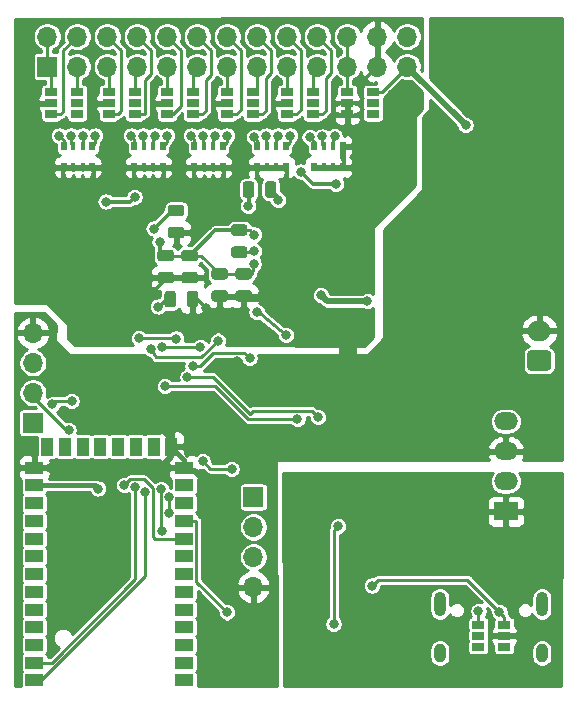
<source format=gbr>
%TF.GenerationSoftware,KiCad,Pcbnew,5.1.7-a382d34a8~88~ubuntu20.04.1*%
%TF.CreationDate,2021-01-11T19:53:58+01:00*%
%TF.ProjectId,BioElectricalSensor,42696f45-6c65-4637-9472-6963616c5365,rev?*%
%TF.SameCoordinates,Original*%
%TF.FileFunction,Copper,L2,Bot*%
%TF.FilePolarity,Positive*%
%FSLAX46Y46*%
G04 Gerber Fmt 4.6, Leading zero omitted, Abs format (unit mm)*
G04 Created by KiCad (PCBNEW 5.1.7-a382d34a8~88~ubuntu20.04.1) date 2021-01-11 19:53:58*
%MOMM*%
%LPD*%
G01*
G04 APERTURE LIST*
%TA.AperFunction,ComponentPad*%
%ADD10O,2.000000X1.700000*%
%TD*%
%TA.AperFunction,SMDPad,CuDef*%
%ADD11R,1.500000X1.000000*%
%TD*%
%TA.AperFunction,SMDPad,CuDef*%
%ADD12R,1.000000X1.500000*%
%TD*%
%TA.AperFunction,ComponentPad*%
%ADD13O,1.700000X1.700000*%
%TD*%
%TA.AperFunction,ComponentPad*%
%ADD14R,1.700000X1.700000*%
%TD*%
%TA.AperFunction,ComponentPad*%
%ADD15O,1.000000X2.100000*%
%TD*%
%TA.AperFunction,ComponentPad*%
%ADD16O,1.000000X1.600000*%
%TD*%
%TA.AperFunction,SMDPad,CuDef*%
%ADD17R,0.500000X0.800000*%
%TD*%
%TA.AperFunction,SMDPad,CuDef*%
%ADD18R,0.400000X0.800000*%
%TD*%
%TA.AperFunction,SMDPad,CuDef*%
%ADD19R,1.060000X0.650000*%
%TD*%
%TA.AperFunction,ComponentPad*%
%ADD20R,2.000000X1.500000*%
%TD*%
%TA.AperFunction,ComponentPad*%
%ADD21O,2.000000X1.500000*%
%TD*%
%TA.AperFunction,ViaPad*%
%ADD22C,0.800000*%
%TD*%
%TA.AperFunction,Conductor*%
%ADD23C,0.250000*%
%TD*%
%TA.AperFunction,Conductor*%
%ADD24C,0.400000*%
%TD*%
%TA.AperFunction,Conductor*%
%ADD25C,0.500000*%
%TD*%
%TA.AperFunction,Conductor*%
%ADD26C,0.240000*%
%TD*%
%TA.AperFunction,Conductor*%
%ADD27C,1.500000*%
%TD*%
%TA.AperFunction,Conductor*%
%ADD28C,0.300000*%
%TD*%
%TA.AperFunction,Conductor*%
%ADD29C,0.254000*%
%TD*%
%TA.AperFunction,Conductor*%
%ADD30C,0.100000*%
%TD*%
G04 APERTURE END LIST*
D10*
%TO.P,BT1,2*%
%TO.N,GNDD*%
X105483660Y-52432580D03*
%TO.P,BT1,1*%
%TO.N,/BAT_IN*%
%TA.AperFunction,ComponentPad*%
G36*
G01*
X106233660Y-55782580D02*
X104733660Y-55782580D01*
G75*
G02*
X104483660Y-55532580I0J250000D01*
G01*
X104483660Y-54332580D01*
G75*
G02*
X104733660Y-54082580I250000J0D01*
G01*
X106233660Y-54082580D01*
G75*
G02*
X106483660Y-54332580I0J-250000D01*
G01*
X106483660Y-55532580D01*
G75*
G02*
X106233660Y-55782580I-250000J0D01*
G01*
G37*
%TD.AperFunction*%
%TD*%
D11*
%TO.P,U17,1*%
%TO.N,/BT_TX*%
X62727660Y-82013080D03*
%TO.P,U17,2*%
%TO.N,/BT_RX*%
X62727660Y-80513080D03*
%TO.P,U17,3*%
%TO.N,N/C*%
X62727660Y-79013080D03*
%TO.P,U17,4*%
X62727660Y-77513080D03*
%TO.P,U17,5*%
X62727660Y-76013080D03*
%TO.P,U17,6*%
X62727660Y-74513080D03*
%TO.P,U17,7*%
X62727660Y-73013080D03*
%TO.P,U17,8*%
X62727660Y-71513080D03*
%TO.P,U17,9*%
X62727660Y-70013080D03*
%TO.P,U17,10*%
X62727660Y-68513080D03*
%TO.P,U17,11*%
X62727660Y-67013080D03*
%TO.P,U17,12*%
%TO.N,VDD*%
X62727660Y-65513080D03*
%TO.P,U17,13*%
%TO.N,GNDD*%
X62727660Y-64013080D03*
%TO.P,U17,22*%
X75427660Y-64013080D03*
%TO.P,U17,23*%
%TO.N,N/C*%
X75427660Y-65513080D03*
%TO.P,U17,24*%
X75427660Y-67013080D03*
%TO.P,U17,25*%
%TO.N,Net-(D3-Pad2)*%
X75427660Y-68513080D03*
%TO.P,U17,26*%
%TO.N,/BT_KEY*%
X75427660Y-70013080D03*
%TO.P,U17,27*%
%TO.N,N/C*%
X75427660Y-71513080D03*
%TO.P,U17,28*%
X75427660Y-73013080D03*
%TO.P,U17,29*%
X75427660Y-74513080D03*
%TO.P,U17,30*%
X75427660Y-76013080D03*
%TO.P,U17,31*%
X75427660Y-77513080D03*
%TO.P,U17,32*%
X75427660Y-79013080D03*
%TO.P,U17,33*%
X75427660Y-80513080D03*
%TO.P,U17,34*%
X75427660Y-82013080D03*
D12*
%TO.P,U17,14*%
X63827660Y-62213080D03*
%TO.P,U17,15*%
X65327660Y-62213080D03*
%TO.P,U17,16*%
X66827660Y-62213080D03*
%TO.P,U17,17*%
X68327660Y-62213080D03*
%TO.P,U17,18*%
X69827660Y-62213080D03*
%TO.P,U17,19*%
X71327660Y-62213080D03*
%TO.P,U17,20*%
X72827660Y-62213080D03*
%TO.P,U17,21*%
%TO.N,GNDD*%
X74327660Y-62213080D03*
%TD*%
D13*
%TO.P,J2,4*%
%TO.N,GNDD*%
X81290160Y-74109580D03*
%TO.P,J2,3*%
%TO.N,/I2C_SCL*%
X81290160Y-71569580D03*
%TO.P,J2,2*%
%TO.N,/I2C_SDA*%
X81290160Y-69029580D03*
D14*
%TO.P,J2,1*%
%TO.N,VDD*%
X81290160Y-66489580D03*
%TD*%
%TO.P,C33,2*%
%TO.N,GNDD*%
%TA.AperFunction,SMDPad,CuDef*%
G36*
G01*
X75629160Y-50181830D02*
X75629160Y-49269330D01*
G75*
G02*
X75872910Y-49025580I243750J0D01*
G01*
X76360410Y-49025580D01*
G75*
G02*
X76604160Y-49269330I0J-243750D01*
G01*
X76604160Y-50181830D01*
G75*
G02*
X76360410Y-50425580I-243750J0D01*
G01*
X75872910Y-50425580D01*
G75*
G02*
X75629160Y-50181830I0J243750D01*
G01*
G37*
%TD.AperFunction*%
%TO.P,C33,1*%
%TO.N,VDD*%
%TA.AperFunction,SMDPad,CuDef*%
G36*
G01*
X73754160Y-50181830D02*
X73754160Y-49269330D01*
G75*
G02*
X73997910Y-49025580I243750J0D01*
G01*
X74485410Y-49025580D01*
G75*
G02*
X74729160Y-49269330I0J-243750D01*
G01*
X74729160Y-50181830D01*
G75*
G02*
X74485410Y-50425580I-243750J0D01*
G01*
X73997910Y-50425580D01*
G75*
G02*
X73754160Y-50181830I0J243750D01*
G01*
G37*
%TD.AperFunction*%
%TD*%
D15*
%TO.P,P1,S1*%
%TO.N,Net-(P1-PadS1)*%
X105711660Y-75532580D03*
X97071660Y-75532580D03*
D16*
X97071660Y-79712580D03*
X105711660Y-79712580D03*
%TD*%
D17*
%TO.P,CN3,5*%
%TO.N,GNDD*%
X78673660Y-38571580D03*
D18*
%TO.P,CN3,6*%
X77873660Y-38571580D03*
D17*
%TO.P,CN3,8*%
X76273660Y-38571580D03*
D18*
%TO.P,CN3,7*%
X77073660Y-38571580D03*
D17*
%TO.P,CN3,4*%
%TO.N,/IN_5N*%
X78673660Y-36771580D03*
D18*
%TO.P,CN3,2*%
%TO.N,/IN_4N*%
X77073660Y-36771580D03*
%TO.P,CN3,3*%
%TO.N,/IN_5P*%
X77873660Y-36771580D03*
D17*
%TO.P,CN3,1*%
%TO.N,/IN_4P*%
X76273660Y-36771580D03*
%TD*%
%TO.P,CN2,5*%
%TO.N,GNDD*%
X84007660Y-38571580D03*
D18*
%TO.P,CN2,6*%
X83207660Y-38571580D03*
D17*
%TO.P,CN2,8*%
X81607660Y-38571580D03*
D18*
%TO.P,CN2,7*%
X82407660Y-38571580D03*
D17*
%TO.P,CN2,4*%
%TO.N,/IN_7N*%
X84007660Y-36771580D03*
D18*
%TO.P,CN2,2*%
%TO.N,/IN_6N*%
X82407660Y-36771580D03*
%TO.P,CN2,3*%
%TO.N,/IN_7P*%
X83207660Y-36771580D03*
D17*
%TO.P,CN2,1*%
%TO.N,/IN_6P*%
X81607660Y-36771580D03*
%TD*%
D19*
%TO.P,U12,5*%
%TO.N,N/C*%
X76187660Y-33149580D03*
%TO.P,U12,6*%
%TO.N,/4P*%
X76187660Y-34099580D03*
%TO.P,U12,4*%
%TO.N,/4N*%
X76187660Y-32199580D03*
%TO.P,U12,3*%
%TO.N,/3N*%
X73987660Y-32199580D03*
%TO.P,U12,2*%
%TO.N,GNDD*%
X73987660Y-33149580D03*
%TO.P,U12,1*%
%TO.N,/3P*%
X73987660Y-34099580D03*
%TD*%
%TO.P,U7,5*%
%TO.N,N/C*%
X86347660Y-33149580D03*
%TO.P,U7,6*%
%TO.N,/8P*%
X86347660Y-34099580D03*
%TO.P,U7,4*%
%TO.N,/8N*%
X86347660Y-32199580D03*
%TO.P,U7,3*%
%TO.N,/7N*%
X84147660Y-32199580D03*
%TO.P,U7,2*%
%TO.N,GNDD*%
X84147660Y-33149580D03*
%TO.P,U7,1*%
%TO.N,/7P*%
X84147660Y-34099580D03*
%TD*%
%TO.P,U14,5*%
%TO.N,N/C*%
X91427660Y-33149580D03*
%TO.P,U14,6*%
X91427660Y-34099580D03*
%TO.P,U14,4*%
%TO.N,VDDA*%
X91427660Y-32199580D03*
%TO.P,U14,3*%
%TO.N,/RLD_DRV*%
X89227660Y-32199580D03*
%TO.P,U14,2*%
%TO.N,GNDD*%
X89227660Y-33149580D03*
%TO.P,U14,1*%
X89227660Y-34099580D03*
%TD*%
%TO.P,U16,5*%
%TO.N,N/C*%
X66367660Y-33149580D03*
%TO.P,U16,6*%
X66367660Y-34099580D03*
%TO.P,U16,4*%
%TO.N,/TESTP1*%
X66367660Y-32199580D03*
%TO.P,U16,3*%
%TO.N,VSSA*%
X64167660Y-32199580D03*
%TO.P,U16,2*%
%TO.N,GNDD*%
X64167660Y-33149580D03*
%TO.P,U16,1*%
%TO.N,/TESTP2*%
X64167660Y-34099580D03*
%TD*%
%TO.P,U13,5*%
%TO.N,N/C*%
X71234660Y-33149580D03*
%TO.P,U13,6*%
%TO.N,/2P*%
X71234660Y-34099580D03*
%TO.P,U13,4*%
%TO.N,/2N*%
X71234660Y-32199580D03*
%TO.P,U13,3*%
%TO.N,/1N*%
X69034660Y-32199580D03*
%TO.P,U13,2*%
%TO.N,GNDD*%
X69034660Y-33149580D03*
%TO.P,U13,1*%
%TO.N,/1P*%
X69034660Y-34099580D03*
%TD*%
%TO.P,U9,5*%
%TO.N,N/C*%
X81267660Y-33149580D03*
%TO.P,U9,6*%
%TO.N,/6P*%
X81267660Y-34099580D03*
%TO.P,U9,4*%
%TO.N,/6N*%
X81267660Y-32199580D03*
%TO.P,U9,3*%
%TO.N,/5N*%
X79067660Y-32199580D03*
%TO.P,U9,2*%
%TO.N,GNDD*%
X79067660Y-33149580D03*
%TO.P,U9,1*%
%TO.N,/5P*%
X79067660Y-34099580D03*
%TD*%
%TO.P,C47,2*%
%TO.N,Net-(C47-Pad2)*%
%TA.AperFunction,SMDPad,CuDef*%
G36*
G01*
X82263160Y-40910830D02*
X82263160Y-39998330D01*
G75*
G02*
X82506910Y-39754580I243750J0D01*
G01*
X82994410Y-39754580D01*
G75*
G02*
X83238160Y-39998330I0J-243750D01*
G01*
X83238160Y-40910830D01*
G75*
G02*
X82994410Y-41154580I-243750J0D01*
G01*
X82506910Y-41154580D01*
G75*
G02*
X82263160Y-40910830I0J243750D01*
G01*
G37*
%TD.AperFunction*%
%TO.P,C47,1*%
%TO.N,VSSA*%
%TA.AperFunction,SMDPad,CuDef*%
G36*
G01*
X80388160Y-40910830D02*
X80388160Y-39998330D01*
G75*
G02*
X80631910Y-39754580I243750J0D01*
G01*
X81119410Y-39754580D01*
G75*
G02*
X81363160Y-39998330I0J-243750D01*
G01*
X81363160Y-40910830D01*
G75*
G02*
X81119410Y-41154580I-243750J0D01*
G01*
X80631910Y-41154580D01*
G75*
G02*
X80388160Y-40910830I0J243750D01*
G01*
G37*
%TD.AperFunction*%
%TD*%
D20*
%TO.P,U4,1*%
%TO.N,GND*%
X102661720Y-67701160D03*
D21*
%TO.P,U4,2*%
%TO.N,+5V*%
X102661720Y-65161160D03*
%TO.P,U4,3*%
%TO.N,GNDD*%
X102661720Y-62621160D03*
%TO.P,U4,4*%
%TO.N,/5V_ISO*%
X102661720Y-60081160D03*
%TD*%
D19*
%TO.P,U3,5*%
%TO.N,N/C*%
X100319660Y-78234580D03*
%TO.P,U3,6*%
%TO.N,/USB_DM*%
X100319660Y-77284580D03*
%TO.P,U3,4*%
%TO.N,N/C*%
X100319660Y-79184580D03*
%TO.P,U3,3*%
X102519660Y-79184580D03*
%TO.P,U3,2*%
%TO.N,GND*%
X102519660Y-78234580D03*
%TO.P,U3,1*%
%TO.N,/USB_DP*%
X102519660Y-77284580D03*
%TD*%
D13*
%TO.P,J6,26*%
%TO.N,VDDA*%
X94307660Y-27500580D03*
%TO.P,J6,25*%
X94307660Y-30040580D03*
%TO.P,J6,24*%
%TO.N,GNDD*%
X91767660Y-27500580D03*
%TO.P,J6,23*%
X91767660Y-30040580D03*
%TO.P,J6,22*%
%TO.N,/RLD_DRV*%
X89227660Y-27500580D03*
%TO.P,J6,21*%
X89227660Y-30040580D03*
%TO.P,J6,20*%
%TO.N,/8P*%
X86687660Y-27500580D03*
%TO.P,J6,19*%
%TO.N,/8N*%
X86687660Y-30040580D03*
%TO.P,J6,18*%
%TO.N,/7P*%
X84147660Y-27500580D03*
%TO.P,J6,17*%
%TO.N,/7N*%
X84147660Y-30040580D03*
%TO.P,J6,16*%
%TO.N,/6P*%
X81607660Y-27500580D03*
%TO.P,J6,15*%
%TO.N,/6N*%
X81607660Y-30040580D03*
%TO.P,J6,14*%
%TO.N,/5P*%
X79067660Y-27500580D03*
%TO.P,J6,13*%
%TO.N,/5N*%
X79067660Y-30040580D03*
%TO.P,J6,12*%
%TO.N,/4P*%
X76527660Y-27500580D03*
%TO.P,J6,11*%
%TO.N,/4N*%
X76527660Y-30040580D03*
%TO.P,J6,10*%
%TO.N,/3P*%
X73987660Y-27500580D03*
%TO.P,J6,9*%
%TO.N,/3N*%
X73987660Y-30040580D03*
%TO.P,J6,8*%
%TO.N,/2P*%
X71447660Y-27500580D03*
%TO.P,J6,7*%
%TO.N,/2N*%
X71447660Y-30040580D03*
%TO.P,J6,6*%
%TO.N,/1P*%
X68907660Y-27500580D03*
%TO.P,J6,5*%
%TO.N,/1N*%
X68907660Y-30040580D03*
%TO.P,J6,4*%
%TO.N,/TESTP2*%
X66367660Y-27500580D03*
%TO.P,J6,3*%
%TO.N,/TESTP1*%
X66367660Y-30040580D03*
%TO.P,J6,2*%
%TO.N,VSSA*%
X63827660Y-27500580D03*
D14*
%TO.P,J6,1*%
X63827660Y-30040580D03*
%TD*%
D13*
%TO.P,J3,4*%
%TO.N,GNDD*%
X62621160Y-52583080D03*
%TO.P,J3,3*%
%TO.N,/SWCLK*%
X62621160Y-55123080D03*
%TO.P,J3,2*%
%TO.N,/SWDIO*%
X62621160Y-57663080D03*
D14*
%TO.P,J3,1*%
%TO.N,VDD*%
X62621160Y-60203080D03*
%TD*%
D17*
%TO.P,CN5,5*%
%TO.N,GNDD*%
X67624660Y-38571580D03*
D18*
%TO.P,CN5,6*%
X66824660Y-38571580D03*
D17*
%TO.P,CN5,8*%
X65224660Y-38571580D03*
D18*
%TO.P,CN5,7*%
X66024660Y-38571580D03*
D17*
%TO.P,CN5,4*%
%TO.N,/IN_1N*%
X67624660Y-36771580D03*
D18*
%TO.P,CN5,2*%
%TO.N,/IN_TESTP1*%
X66024660Y-36771580D03*
%TO.P,CN5,3*%
%TO.N,/IN_1P*%
X66824660Y-36771580D03*
D17*
%TO.P,CN5,1*%
%TO.N,/IN_TESTP2*%
X65224660Y-36771580D03*
%TD*%
%TO.P,CN4,5*%
%TO.N,GNDD*%
X73593660Y-38571580D03*
D18*
%TO.P,CN4,6*%
X72793660Y-38571580D03*
D17*
%TO.P,CN4,8*%
X71193660Y-38571580D03*
D18*
%TO.P,CN4,7*%
X71993660Y-38571580D03*
D17*
%TO.P,CN4,4*%
%TO.N,/IN_3N*%
X73593660Y-36771580D03*
D18*
%TO.P,CN4,2*%
%TO.N,/IN_2N*%
X71993660Y-36771580D03*
%TO.P,CN4,3*%
%TO.N,/IN_3P*%
X72793660Y-36771580D03*
D17*
%TO.P,CN4,1*%
%TO.N,/IN_2P*%
X71193660Y-36771580D03*
%TD*%
%TO.P,CN1,5*%
%TO.N,GNDD*%
X88833660Y-38571580D03*
D18*
%TO.P,CN1,6*%
X88033660Y-38571580D03*
D17*
%TO.P,CN1,8*%
X86433660Y-38571580D03*
D18*
%TO.P,CN1,7*%
X87233660Y-38571580D03*
D17*
%TO.P,CN1,4*%
X88833660Y-36771580D03*
D18*
%TO.P,CN1,2*%
%TO.N,/IN_8N*%
X87233660Y-36771580D03*
%TO.P,CN1,3*%
%TO.N,/IN_RLD_DRV*%
X88033660Y-36771580D03*
D17*
%TO.P,CN1,1*%
%TO.N,/IN_8P*%
X86433660Y-36771580D03*
%TD*%
%TO.P,C36,2*%
%TO.N,GNDD*%
%TA.AperFunction,SMDPad,CuDef*%
G36*
G01*
X75436410Y-47430080D02*
X76348910Y-47430080D01*
G75*
G02*
X76592660Y-47673830I0J-243750D01*
G01*
X76592660Y-48161330D01*
G75*
G02*
X76348910Y-48405080I-243750J0D01*
G01*
X75436410Y-48405080D01*
G75*
G02*
X75192660Y-48161330I0J243750D01*
G01*
X75192660Y-47673830D01*
G75*
G02*
X75436410Y-47430080I243750J0D01*
G01*
G37*
%TD.AperFunction*%
%TO.P,C36,1*%
%TO.N,VDDA*%
%TA.AperFunction,SMDPad,CuDef*%
G36*
G01*
X75436410Y-45555080D02*
X76348910Y-45555080D01*
G75*
G02*
X76592660Y-45798830I0J-243750D01*
G01*
X76592660Y-46286330D01*
G75*
G02*
X76348910Y-46530080I-243750J0D01*
G01*
X75436410Y-46530080D01*
G75*
G02*
X75192660Y-46286330I0J243750D01*
G01*
X75192660Y-45798830D01*
G75*
G02*
X75436410Y-45555080I243750J0D01*
G01*
G37*
%TD.AperFunction*%
%TD*%
%TO.P,C35,2*%
%TO.N,VSSA*%
%TA.AperFunction,SMDPad,CuDef*%
G36*
G01*
X79627410Y-45271080D02*
X80539910Y-45271080D01*
G75*
G02*
X80783660Y-45514830I0J-243750D01*
G01*
X80783660Y-46002330D01*
G75*
G02*
X80539910Y-46246080I-243750J0D01*
G01*
X79627410Y-46246080D01*
G75*
G02*
X79383660Y-46002330I0J243750D01*
G01*
X79383660Y-45514830D01*
G75*
G02*
X79627410Y-45271080I243750J0D01*
G01*
G37*
%TD.AperFunction*%
%TO.P,C35,1*%
%TO.N,VDDA*%
%TA.AperFunction,SMDPad,CuDef*%
G36*
G01*
X79627410Y-43396080D02*
X80539910Y-43396080D01*
G75*
G02*
X80783660Y-43639830I0J-243750D01*
G01*
X80783660Y-44127330D01*
G75*
G02*
X80539910Y-44371080I-243750J0D01*
G01*
X79627410Y-44371080D01*
G75*
G02*
X79383660Y-44127330I0J243750D01*
G01*
X79383660Y-43639830D01*
G75*
G02*
X79627410Y-43396080I243750J0D01*
G01*
G37*
%TD.AperFunction*%
%TD*%
%TO.P,C34,2*%
%TO.N,GNDD*%
%TA.AperFunction,SMDPad,CuDef*%
G36*
G01*
X73404410Y-47430080D02*
X74316910Y-47430080D01*
G75*
G02*
X74560660Y-47673830I0J-243750D01*
G01*
X74560660Y-48161330D01*
G75*
G02*
X74316910Y-48405080I-243750J0D01*
G01*
X73404410Y-48405080D01*
G75*
G02*
X73160660Y-48161330I0J243750D01*
G01*
X73160660Y-47673830D01*
G75*
G02*
X73404410Y-47430080I243750J0D01*
G01*
G37*
%TD.AperFunction*%
%TO.P,C34,1*%
%TO.N,VDDA*%
%TA.AperFunction,SMDPad,CuDef*%
G36*
G01*
X73404410Y-45555080D02*
X74316910Y-45555080D01*
G75*
G02*
X74560660Y-45798830I0J-243750D01*
G01*
X74560660Y-46286330D01*
G75*
G02*
X74316910Y-46530080I-243750J0D01*
G01*
X73404410Y-46530080D01*
G75*
G02*
X73160660Y-46286330I0J243750D01*
G01*
X73160660Y-45798830D01*
G75*
G02*
X73404410Y-45555080I243750J0D01*
G01*
G37*
%TD.AperFunction*%
%TD*%
%TO.P,C31,2*%
%TO.N,GNDD*%
%TA.AperFunction,SMDPad,CuDef*%
G36*
G01*
X74293410Y-43620080D02*
X75205910Y-43620080D01*
G75*
G02*
X75449660Y-43863830I0J-243750D01*
G01*
X75449660Y-44351330D01*
G75*
G02*
X75205910Y-44595080I-243750J0D01*
G01*
X74293410Y-44595080D01*
G75*
G02*
X74049660Y-44351330I0J243750D01*
G01*
X74049660Y-43863830D01*
G75*
G02*
X74293410Y-43620080I243750J0D01*
G01*
G37*
%TD.AperFunction*%
%TO.P,C31,1*%
%TO.N,VSSA*%
%TA.AperFunction,SMDPad,CuDef*%
G36*
G01*
X74293410Y-41745080D02*
X75205910Y-41745080D01*
G75*
G02*
X75449660Y-41988830I0J-243750D01*
G01*
X75449660Y-42476330D01*
G75*
G02*
X75205910Y-42720080I-243750J0D01*
G01*
X74293410Y-42720080D01*
G75*
G02*
X74049660Y-42476330I0J243750D01*
G01*
X74049660Y-41988830D01*
G75*
G02*
X74293410Y-41745080I243750J0D01*
G01*
G37*
%TD.AperFunction*%
%TD*%
%TO.P,C30,2*%
%TO.N,GNDD*%
%TA.AperFunction,SMDPad,CuDef*%
G36*
G01*
X80008410Y-48984080D02*
X80920910Y-48984080D01*
G75*
G02*
X81164660Y-49227830I0J-243750D01*
G01*
X81164660Y-49715330D01*
G75*
G02*
X80920910Y-49959080I-243750J0D01*
G01*
X80008410Y-49959080D01*
G75*
G02*
X79764660Y-49715330I0J243750D01*
G01*
X79764660Y-49227830D01*
G75*
G02*
X80008410Y-48984080I243750J0D01*
G01*
G37*
%TD.AperFunction*%
%TO.P,C30,1*%
%TO.N,VDDA*%
%TA.AperFunction,SMDPad,CuDef*%
G36*
G01*
X80008410Y-47109080D02*
X80920910Y-47109080D01*
G75*
G02*
X81164660Y-47352830I0J-243750D01*
G01*
X81164660Y-47840330D01*
G75*
G02*
X80920910Y-48084080I-243750J0D01*
G01*
X80008410Y-48084080D01*
G75*
G02*
X79764660Y-47840330I0J243750D01*
G01*
X79764660Y-47352830D01*
G75*
G02*
X80008410Y-47109080I243750J0D01*
G01*
G37*
%TD.AperFunction*%
%TD*%
%TO.P,C28,2*%
%TO.N,GNDD*%
%TA.AperFunction,SMDPad,CuDef*%
G36*
G01*
X77976410Y-48984080D02*
X78888910Y-48984080D01*
G75*
G02*
X79132660Y-49227830I0J-243750D01*
G01*
X79132660Y-49715330D01*
G75*
G02*
X78888910Y-49959080I-243750J0D01*
G01*
X77976410Y-49959080D01*
G75*
G02*
X77732660Y-49715330I0J243750D01*
G01*
X77732660Y-49227830D01*
G75*
G02*
X77976410Y-48984080I243750J0D01*
G01*
G37*
%TD.AperFunction*%
%TO.P,C28,1*%
%TO.N,VDDA*%
%TA.AperFunction,SMDPad,CuDef*%
G36*
G01*
X77976410Y-47109080D02*
X78888910Y-47109080D01*
G75*
G02*
X79132660Y-47352830I0J-243750D01*
G01*
X79132660Y-47840330D01*
G75*
G02*
X78888910Y-48084080I-243750J0D01*
G01*
X77976410Y-48084080D01*
G75*
G02*
X77732660Y-47840330I0J243750D01*
G01*
X77732660Y-47352830D01*
G75*
G02*
X77976410Y-47109080I243750J0D01*
G01*
G37*
%TD.AperFunction*%
%TD*%
D22*
%TO.N,GNDD*%
X90370660Y-31310580D03*
X90116660Y-35501580D03*
X72844660Y-49090580D03*
X77289660Y-50487580D03*
X91386660Y-61600080D03*
X96657160Y-41216580D03*
X98244660Y-26230580D03*
X101991160Y-28389580D03*
X106436160Y-27437080D03*
X64081660Y-64013080D03*
X64272160Y-77221080D03*
X64208660Y-69791580D03*
X66875660Y-69156580D03*
X80337660Y-60457080D03*
X64236600Y-57581800D03*
X74152760Y-59060080D03*
X70459600Y-57459880D03*
X79862680Y-54991000D03*
X82976720Y-61640720D03*
X96682560Y-58978800D03*
X94645480Y-49900840D03*
X105897680Y-48803560D03*
X103814880Y-37891720D03*
X100197920Y-34335720D03*
X73289160Y-60528200D03*
X77289660Y-69982080D03*
X92991859Y-32381687D03*
X79184500Y-78994000D03*
X86334600Y-51663600D03*
X84270835Y-49815203D03*
X91902280Y-56616600D03*
%TO.N,GND*%
X103769160Y-78237080D03*
X101673660Y-70744080D03*
X97863660Y-68458080D03*
X95831660Y-74707580D03*
X105483660Y-73284080D03*
X84211160Y-68648580D03*
X89481660Y-68267580D03*
X89862660Y-80967580D03*
%TO.N,VDD*%
X73225660Y-50360580D03*
X79435960Y-64094360D03*
X76983632Y-63449685D03*
X80959960Y-54716680D03*
X76139040Y-55391655D03*
X68106548Y-65771772D03*
%TO.N,/IN_RLD_DRV*%
X88153654Y-35953134D03*
%TO.N,VDDA*%
X81353660Y-44264580D03*
X73352660Y-44899580D03*
X81295240Y-46746160D03*
X86995000Y-49403000D03*
X90932000Y-49911000D03*
X99250500Y-34988500D03*
%TO.N,VSSA*%
X81353660Y-45661580D03*
X72844660Y-43756580D03*
X85290660Y-38930580D03*
X71219060Y-41105080D03*
X68780660Y-41470580D03*
X88264813Y-39999733D03*
X80845660Y-41851580D03*
X81559400Y-50813600D03*
X84038440Y-52765960D03*
%TO.N,/IN_7N*%
X84369666Y-35882580D03*
%TO.N,/IN_8N*%
X87120781Y-35960573D03*
%TO.N,/IN_8P*%
X86052660Y-36009580D03*
%TO.N,/IN_5N*%
X79019669Y-35882580D03*
%TO.N,/IN_6N*%
X82369660Y-35882580D03*
%TO.N,/IN_6P*%
X81353660Y-36009580D03*
%TO.N,/IN_7P*%
X83369663Y-35882580D03*
%TO.N,/IN_3N*%
X73939669Y-35882580D03*
%TO.N,/IN_4N*%
X77019663Y-35882580D03*
%TO.N,/IN_4P*%
X76019660Y-35882580D03*
%TO.N,/IN_5P*%
X78019666Y-35882580D03*
%TO.N,/IN_1N*%
X67891660Y-35882580D03*
%TO.N,/IN_2N*%
X71939663Y-35882580D03*
%TO.N,/IN_2P*%
X70939660Y-35882580D03*
%TO.N,/IN_3P*%
X72939666Y-35882580D03*
%TO.N,/IN_TESTP2*%
X64843660Y-35882580D03*
%TO.N,/IN_TESTP1*%
X65843663Y-35882580D03*
%TO.N,/IN_1P*%
X66843666Y-35882580D03*
%TO.N,Net-(D2-Pad1)*%
X88072362Y-77233378D03*
X88465660Y-68966080D03*
%TO.N,/USB_DP*%
X102118160Y-76205080D03*
X91323160Y-73982580D03*
%TO.N,/USB_DM*%
X100340160Y-76141580D03*
%TO.N,/I2C_SCL*%
X73457743Y-65819580D03*
X73533000Y-69342000D03*
%TO.N,/I2C_SDA*%
X74119119Y-66501552D03*
X74119118Y-67841553D03*
%TO.N,/SWDIO*%
X65632960Y-60833000D03*
%TO.N,/FE_RESET*%
X71585013Y-53049909D03*
X74725453Y-53070589D03*
%TO.N,/TX_ISO*%
X85018880Y-59883040D03*
X73787000Y-57109360D03*
%TO.N,/RX_ISO*%
X75697080Y-56306720D03*
X86746080Y-59735720D03*
%TO.N,Net-(C47-Pad2)*%
X83385660Y-41343580D03*
%TO.N,Net-(D3-Pad2)*%
X79054960Y-76250800D03*
%TO.N,/BT_TX*%
X72117742Y-66089080D03*
%TO.N,/BT_RX*%
X71282985Y-65635556D03*
%TO.N,/SPI1_MISO*%
X78282800Y-53253640D03*
X72638920Y-53949600D03*
%TO.N,/SPI1_SCLK*%
X73567997Y-53745589D03*
X76793778Y-53785045D03*
%TO.N,/SPI2_MISO*%
X65884838Y-58346118D03*
X64231520Y-58653680D03*
%TO.N,/BT_KEY*%
X70345730Y-65479496D03*
%TD*%
D23*
%TO.N,GNDD*%
X80464660Y-49471580D02*
X78432660Y-49471580D01*
X73860660Y-47917580D02*
X75892660Y-47917580D01*
X72844660Y-49090580D02*
X72844660Y-48933580D01*
X72844660Y-48933580D02*
X73860660Y-47917580D01*
X76116660Y-49725580D02*
X76527660Y-49725580D01*
X76527660Y-49725580D02*
X77289660Y-50487580D01*
X91640660Y-30040580D02*
X90370660Y-31310580D01*
X91767660Y-30040580D02*
X91640660Y-30040580D01*
D24*
X75427660Y-64013080D02*
X75427660Y-63313080D01*
X75427660Y-63313080D02*
X74327660Y-62213080D01*
X74327660Y-62213080D02*
X74327660Y-61566700D01*
X74327660Y-61566700D02*
X73289160Y-60528200D01*
D25*
X75714266Y-64299686D02*
X76364686Y-64299686D01*
X75427660Y-64013080D02*
X75714266Y-64299686D01*
X76364686Y-64299686D02*
X76962000Y-64897000D01*
X74327660Y-62213080D02*
X74327660Y-63086340D01*
X74327660Y-63086340D02*
X73533000Y-63881000D01*
D26*
X80808283Y-49815203D02*
X80464660Y-49471580D01*
X84270835Y-49815203D02*
X80808283Y-49815203D01*
X86334600Y-51663600D02*
X88783160Y-51663600D01*
X88783160Y-51663600D02*
X89296240Y-52176680D01*
X89743280Y-56616600D02*
X91902280Y-56616600D01*
X89296240Y-56169560D02*
X89743280Y-56616600D01*
D27*
X89296240Y-52176680D02*
X89296240Y-56169560D01*
D24*
%TO.N,GND*%
X103766660Y-78234580D02*
X103769160Y-78237080D01*
X102519660Y-78234580D02*
X103766660Y-78234580D01*
D23*
%TO.N,VDD*%
X74241660Y-49725580D02*
X73860660Y-49725580D01*
X73860660Y-49725580D02*
X73225660Y-50360580D01*
X77628307Y-64094360D02*
X76983632Y-63449685D01*
X79435960Y-64094360D02*
X77628307Y-64094360D01*
X76781195Y-55391655D02*
X76139040Y-55391655D01*
X77906851Y-54265999D02*
X76781195Y-55391655D01*
X80509279Y-54265999D02*
X77906851Y-54265999D01*
X80959960Y-54716680D02*
X80509279Y-54265999D01*
D24*
X62727660Y-65513080D02*
X67847856Y-65513080D01*
X67847856Y-65513080D02*
X68106548Y-65771772D01*
D23*
%TO.N,/IN_RLD_DRV*%
X88033660Y-36073128D02*
X88153654Y-35953134D01*
X88033660Y-36771580D02*
X88033660Y-36073128D01*
%TO.N,VDDA*%
X92148660Y-32199580D02*
X94307660Y-30040580D01*
X91427660Y-32199580D02*
X92148660Y-32199580D01*
X80464660Y-43883580D02*
X80972660Y-43883580D01*
X80972660Y-43883580D02*
X81353660Y-44264580D01*
X73860660Y-46042580D02*
X75892660Y-46042580D01*
X75892660Y-46042580D02*
X76878660Y-46042580D01*
X76878660Y-46042580D02*
X78432660Y-47596580D01*
X78432660Y-47596580D02*
X80464660Y-47596580D01*
D28*
X78051660Y-43883580D02*
X75892660Y-46042580D01*
X80464660Y-43883580D02*
X78051660Y-43883580D01*
X73352660Y-45534580D02*
X73860660Y-46042580D01*
X73352660Y-44899580D02*
X73352660Y-45534580D01*
D23*
X81196660Y-47596580D02*
X80464660Y-47596580D01*
X81295240Y-46746160D02*
X81196660Y-47596580D01*
D25*
X86995000Y-49403000D02*
X87503000Y-49911000D01*
X87503000Y-49911000D02*
X90932000Y-49911000D01*
X94307660Y-30045660D02*
X94307660Y-30040580D01*
X99250500Y-34988500D02*
X94307660Y-30045660D01*
D23*
%TO.N,VSSA*%
X64167660Y-30380580D02*
X63827660Y-30040580D01*
X64167660Y-32199580D02*
X64167660Y-30380580D01*
X63827660Y-30040580D02*
X63827660Y-27500580D01*
X80464660Y-45758580D02*
X81256660Y-45758580D01*
X81256660Y-45758580D02*
X81353660Y-45661580D01*
D28*
X74368660Y-42232580D02*
X72844660Y-43756580D01*
X74749660Y-42232580D02*
X74368660Y-42232580D01*
X86306660Y-39946580D02*
X85290660Y-38930580D01*
X88211660Y-39946580D02*
X86306660Y-39946580D01*
X70853560Y-41470580D02*
X71219060Y-41105080D01*
X68780660Y-41470580D02*
X70853560Y-41470580D01*
X88211660Y-39946580D02*
X88264813Y-39999733D01*
X80875660Y-41821580D02*
X80845660Y-41851580D01*
X80875660Y-40454580D02*
X80875660Y-41821580D01*
D26*
X81915000Y-51028600D02*
X81508600Y-51028600D01*
X84038440Y-52765960D02*
X81915000Y-51028600D01*
D23*
%TO.N,/IN_7N*%
X84369666Y-36409574D02*
X84007660Y-36771580D01*
X84369666Y-35882580D02*
X84369666Y-36409574D01*
%TO.N,/IN_8N*%
X87120781Y-36658701D02*
X87233660Y-36771580D01*
X87120781Y-35960573D02*
X87120781Y-36658701D01*
%TO.N,/IN_8P*%
X86433660Y-36390580D02*
X86052660Y-36009580D01*
X86433660Y-36771580D02*
X86433660Y-36390580D01*
%TO.N,/IN_5N*%
X79019669Y-36425571D02*
X78673660Y-36771580D01*
X79019669Y-35882580D02*
X79019669Y-36425571D01*
%TO.N,/IN_6N*%
X82369660Y-36733580D02*
X82407660Y-36771580D01*
X82369660Y-35882580D02*
X82369660Y-36733580D01*
%TO.N,/IN_6P*%
X81607660Y-36263580D02*
X81353660Y-36009580D01*
X81607660Y-36771580D02*
X81607660Y-36263580D01*
%TO.N,/IN_7P*%
X83207660Y-36044583D02*
X83369663Y-35882580D01*
X83207660Y-36771580D02*
X83207660Y-36044583D01*
%TO.N,/IN_3N*%
X73939669Y-36425571D02*
X73593660Y-36771580D01*
X73939669Y-35882580D02*
X73939669Y-36425571D01*
%TO.N,/IN_4N*%
X77019663Y-36717583D02*
X77073660Y-36771580D01*
X77019663Y-35882580D02*
X77019663Y-36717583D01*
%TO.N,/IN_4P*%
X76273660Y-36136580D02*
X76019660Y-35882580D01*
X76273660Y-36771580D02*
X76273660Y-36136580D01*
%TO.N,/IN_5P*%
X77873660Y-36028586D02*
X78019666Y-35882580D01*
X77873660Y-36771580D02*
X77873660Y-36028586D01*
%TO.N,/IN_1N*%
X67891660Y-36504580D02*
X67624660Y-36771580D01*
X67891660Y-35882580D02*
X67891660Y-36504580D01*
%TO.N,/IN_2N*%
X71939663Y-36717583D02*
X71993660Y-36771580D01*
X71939663Y-35882580D02*
X71939663Y-36717583D01*
%TO.N,/IN_2P*%
X71193660Y-36136580D02*
X70939660Y-35882580D01*
X71193660Y-36771580D02*
X71193660Y-36136580D01*
%TO.N,/IN_3P*%
X72793660Y-36028586D02*
X72939666Y-35882580D01*
X72793660Y-36771580D02*
X72793660Y-36028586D01*
%TO.N,/IN_TESTP2*%
X65224660Y-36263580D02*
X64843660Y-35882580D01*
X65224660Y-36771580D02*
X65224660Y-36263580D01*
%TO.N,/IN_TESTP1*%
X65843663Y-36590583D02*
X66024660Y-36771580D01*
X65843663Y-35882580D02*
X65843663Y-36590583D01*
%TO.N,/IN_1P*%
X66824660Y-35901586D02*
X66843666Y-35882580D01*
X66824660Y-36771580D02*
X66824660Y-35901586D01*
%TO.N,Net-(D2-Pad1)*%
X88072362Y-69359378D02*
X88465660Y-68966080D01*
X88072362Y-77233378D02*
X88072362Y-69359378D01*
%TO.N,/USB_DP*%
X102519660Y-76606580D02*
X102118160Y-76205080D01*
X102519660Y-77284580D02*
X102519660Y-76606580D01*
X99895660Y-73982580D02*
X102118160Y-76205080D01*
D26*
X91323160Y-73982580D02*
X91821000Y-73484740D01*
X99397820Y-73484740D02*
X99895660Y-73982580D01*
X91821000Y-73484740D02*
X99397820Y-73484740D01*
D23*
%TO.N,/USB_DM*%
X100340160Y-77264080D02*
X100319660Y-77284580D01*
X100340160Y-76141580D02*
X100340160Y-77264080D01*
D26*
%TO.N,/I2C_SCL*%
X73449118Y-69258118D02*
X73533000Y-69342000D01*
X73449118Y-65828205D02*
X73449118Y-69258118D01*
X73457743Y-65819580D02*
X73449118Y-65828205D01*
%TO.N,/I2C_SDA*%
X74119119Y-67841552D02*
X74119118Y-67841553D01*
X74119119Y-66501552D02*
X74119119Y-67841552D01*
%TO.N,/SWDIO*%
X62621160Y-58034922D02*
X62621160Y-57663080D01*
X65419238Y-60833000D02*
X62621160Y-58034922D01*
X65632960Y-60833000D02*
X65419238Y-60833000D01*
D23*
%TO.N,/RLD_DRV*%
X89227660Y-32199580D02*
X89227660Y-30040580D01*
X89227660Y-30040580D02*
X89227660Y-27500580D01*
%TO.N,/8P*%
X87127660Y-34099580D02*
X87449660Y-33777580D01*
X86347660Y-34099580D02*
X87127660Y-34099580D01*
X87862661Y-28675581D02*
X86687660Y-27500580D01*
X87862661Y-30604581D02*
X87862661Y-28675581D01*
X87449660Y-31017582D02*
X87862661Y-30604581D01*
X87449660Y-33777580D02*
X87449660Y-31017582D01*
%TO.N,/7P*%
X85322661Y-28675581D02*
X84147660Y-27500580D01*
X85322661Y-33704579D02*
X85322661Y-28675581D01*
X84927660Y-34099580D02*
X85322661Y-33704579D01*
X84147660Y-34099580D02*
X84927660Y-34099580D01*
%TO.N,/6P*%
X82047660Y-34099580D02*
X82369660Y-33777580D01*
X81267660Y-34099580D02*
X82047660Y-34099580D01*
X82782661Y-28675581D02*
X81607660Y-27500580D01*
X82782661Y-30604581D02*
X82782661Y-28675581D01*
X82369660Y-31017582D02*
X82782661Y-30604581D01*
X82369660Y-33777580D02*
X82369660Y-31017582D01*
%TO.N,/5P*%
X80242661Y-33704579D02*
X80242661Y-28675581D01*
X80242661Y-28675581D02*
X79067660Y-27500580D01*
X79847660Y-34099580D02*
X80242661Y-33704579D01*
X79067660Y-34099580D02*
X79847660Y-34099580D01*
%TO.N,/4P*%
X77289660Y-33777580D02*
X77289660Y-31183580D01*
X76967660Y-34099580D02*
X77289660Y-33777580D01*
X76187660Y-34099580D02*
X76967660Y-34099580D01*
X77702661Y-28675581D02*
X76527660Y-27500580D01*
X77702661Y-30770579D02*
X77702661Y-28675581D01*
X77289660Y-31183580D02*
X77702661Y-30770579D01*
%TO.N,/3P*%
X75162661Y-33414581D02*
X75162661Y-28675581D01*
X75162661Y-28675581D02*
X73987660Y-27500580D01*
X74477662Y-34099580D02*
X75162661Y-33414581D01*
X73987660Y-34099580D02*
X74477662Y-34099580D01*
%TO.N,/2P*%
X72089661Y-34024579D02*
X72089661Y-31190581D01*
X72014660Y-34099580D02*
X72089661Y-34024579D01*
X71234660Y-34099580D02*
X72014660Y-34099580D01*
X72622661Y-28675581D02*
X71447660Y-27500580D01*
X72622661Y-30657581D02*
X72622661Y-28675581D01*
X72089661Y-31190581D02*
X72622661Y-30657581D01*
%TO.N,/1P*%
X70082661Y-28675581D02*
X68907660Y-27500580D01*
X70082661Y-33831579D02*
X70082661Y-28675581D01*
X69814660Y-34099580D02*
X70082661Y-33831579D01*
X69034660Y-34099580D02*
X69814660Y-34099580D01*
%TO.N,/TESTP2*%
X65192659Y-33854581D02*
X65192659Y-28675581D01*
X64947660Y-34099580D02*
X65192659Y-33854581D01*
X65192659Y-28675581D02*
X66367660Y-27500580D01*
X64167660Y-34099580D02*
X64947660Y-34099580D01*
%TO.N,/TESTP1*%
X66367660Y-32199580D02*
X66367660Y-30040580D01*
%TO.N,/1N*%
X69034660Y-30167580D02*
X68907660Y-30040580D01*
X69034660Y-32199580D02*
X69034660Y-30167580D01*
%TO.N,/2N*%
X71234660Y-30253580D02*
X71447660Y-30040580D01*
X71234660Y-32199580D02*
X71234660Y-30253580D01*
%TO.N,/3N*%
X73987660Y-30040580D02*
X73987660Y-32199580D01*
%TO.N,/4N*%
X76187660Y-30380580D02*
X76527660Y-30040580D01*
X76187660Y-32199580D02*
X76187660Y-30380580D01*
%TO.N,/5N*%
X79067660Y-30040580D02*
X79067660Y-32199580D01*
%TO.N,/6N*%
X81607660Y-31859580D02*
X81267660Y-32199580D01*
X81607660Y-30040580D02*
X81607660Y-31859580D01*
%TO.N,/7N*%
X84147660Y-32199580D02*
X84147660Y-30040580D01*
%TO.N,/8N*%
X86347660Y-30380580D02*
X86687660Y-30040580D01*
X86347660Y-32199580D02*
X86347660Y-30380580D01*
%TO.N,/FE_RESET*%
X74704773Y-53049909D02*
X74725453Y-53070589D01*
X71585013Y-53049909D02*
X74704773Y-53049909D01*
%TO.N,/TX_ISO*%
X78062942Y-57109360D02*
X73787000Y-57109360D01*
X80836622Y-59883040D02*
X78062942Y-57109360D01*
X85018880Y-59883040D02*
X80836622Y-59883040D01*
%TO.N,/RX_ISO*%
X75697080Y-56306720D02*
X77826000Y-56306720D01*
X77826000Y-56306720D02*
X81002310Y-59483030D01*
X86218399Y-59208039D02*
X86746080Y-59735720D01*
X81277301Y-59208039D02*
X86218399Y-59208039D01*
X81002310Y-59483030D02*
X81277301Y-59208039D01*
%TO.N,Net-(C47-Pad2)*%
X83385660Y-41089580D02*
X82750660Y-40454580D01*
X83385660Y-41343580D02*
X83385660Y-41089580D01*
%TO.N,Net-(D3-Pad2)*%
X75427660Y-68513080D02*
X76427660Y-68513080D01*
X76452661Y-68538081D02*
X76452661Y-73648501D01*
X76427660Y-68513080D02*
X76452661Y-68538081D01*
X76452661Y-73648501D02*
X79054960Y-76250800D01*
D26*
%TO.N,/BT_TX*%
X63281318Y-82013080D02*
X62727660Y-82013080D01*
X72117742Y-73176656D02*
X63281318Y-82013080D01*
X72117742Y-66089080D02*
X72117742Y-73176656D01*
%TO.N,/BT_RX*%
X71282985Y-73459857D02*
X64229762Y-80513080D01*
X71282985Y-65635556D02*
X71282985Y-73459857D01*
X64229762Y-80513080D02*
X62727660Y-80513080D01*
D23*
%TO.N,/SPI1_MISO*%
X76869785Y-54666655D02*
X78282800Y-53253640D01*
X73049659Y-54666655D02*
X76869785Y-54666655D01*
X72638920Y-53949600D02*
X73049659Y-54666655D01*
%TO.N,/SPI1_SCLK*%
X76754322Y-53745589D02*
X76793778Y-53785045D01*
X73567997Y-53745589D02*
X76754322Y-53745589D01*
%TO.N,/SPI2_MISO*%
X64539082Y-58346118D02*
X64231520Y-58653680D01*
X65884838Y-58346118D02*
X64539082Y-58346118D01*
D26*
%TO.N,/BT_KEY*%
X72787743Y-65767479D02*
X72787743Y-69833257D01*
X71985819Y-64965555D02*
X72787743Y-65767479D01*
X70859671Y-64965555D02*
X71985819Y-64965555D01*
X70345730Y-65479496D02*
X70859671Y-64965555D01*
X72967566Y-70013080D02*
X75427660Y-70013080D01*
X72787743Y-69833257D02*
X72967566Y-70013080D01*
%TD*%
D29*
%TO.N,GND*%
X101466778Y-64529770D02*
X101361757Y-64726251D01*
X101297085Y-64939445D01*
X101275248Y-65161160D01*
X101297085Y-65382875D01*
X101361757Y-65596069D01*
X101466778Y-65792550D01*
X101608113Y-65964767D01*
X101780330Y-66106102D01*
X101976811Y-66211123D01*
X102190005Y-66275795D01*
X102356162Y-66292160D01*
X102967278Y-66292160D01*
X103133435Y-66275795D01*
X103346629Y-66211123D01*
X103543110Y-66106102D01*
X103715327Y-65964767D01*
X103856662Y-65792550D01*
X103961683Y-65596069D01*
X104026355Y-65382875D01*
X104048192Y-65161160D01*
X104026355Y-64939445D01*
X103961683Y-64726251D01*
X103856662Y-64529770D01*
X103793248Y-64452500D01*
X107384059Y-64452500D01*
X107364110Y-82466580D01*
X83892049Y-82466580D01*
X83879749Y-79369308D01*
X96190660Y-79369308D01*
X96190660Y-80055853D01*
X96203408Y-80185286D01*
X96253785Y-80351355D01*
X96335593Y-80504405D01*
X96445686Y-80638555D01*
X96579836Y-80748648D01*
X96732886Y-80830455D01*
X96898955Y-80880832D01*
X97071660Y-80897842D01*
X97244366Y-80880832D01*
X97410435Y-80830455D01*
X97563485Y-80748648D01*
X97697635Y-80638555D01*
X97807728Y-80504405D01*
X97889535Y-80351355D01*
X97939912Y-80185286D01*
X97952660Y-80055853D01*
X97952660Y-79369307D01*
X97939912Y-79239874D01*
X97889535Y-79073805D01*
X97807728Y-78920755D01*
X97697635Y-78786605D01*
X97563484Y-78676512D01*
X97410434Y-78594705D01*
X97244365Y-78544328D01*
X97071660Y-78527318D01*
X96898954Y-78544328D01*
X96732885Y-78594705D01*
X96579835Y-78676512D01*
X96445685Y-78786605D01*
X96335592Y-78920756D01*
X96253785Y-79073806D01*
X96203408Y-79239875D01*
X96190660Y-79369308D01*
X83879749Y-79369308D01*
X83870960Y-77156456D01*
X87291362Y-77156456D01*
X87291362Y-77310300D01*
X87321375Y-77461187D01*
X87380249Y-77603320D01*
X87465720Y-77731237D01*
X87574503Y-77840020D01*
X87702420Y-77925491D01*
X87844553Y-77984365D01*
X87995440Y-78014378D01*
X88149284Y-78014378D01*
X88300171Y-77984365D01*
X88442304Y-77925491D01*
X88570221Y-77840020D01*
X88679004Y-77731237D01*
X88764475Y-77603320D01*
X88823349Y-77461187D01*
X88853362Y-77310300D01*
X88853362Y-77156456D01*
X88823349Y-77005569D01*
X88764475Y-76863436D01*
X88679004Y-76735519D01*
X88578362Y-76634877D01*
X88578362Y-74939308D01*
X96190660Y-74939308D01*
X96190661Y-76125853D01*
X96203409Y-76255286D01*
X96253786Y-76421355D01*
X96335593Y-76574405D01*
X96445686Y-76708555D01*
X96579836Y-76818648D01*
X96732886Y-76900455D01*
X96898955Y-76950832D01*
X97071660Y-76967842D01*
X97244366Y-76950832D01*
X97410435Y-76900455D01*
X97563485Y-76818648D01*
X97697635Y-76708555D01*
X97807728Y-76574405D01*
X97889535Y-76421355D01*
X97890394Y-76418522D01*
X97953274Y-76512629D01*
X98051611Y-76610966D01*
X98167244Y-76688229D01*
X98295727Y-76741449D01*
X98432125Y-76768580D01*
X98571195Y-76768580D01*
X98707593Y-76741449D01*
X98836076Y-76688229D01*
X98951709Y-76610966D01*
X99050046Y-76512629D01*
X99127309Y-76396996D01*
X99180529Y-76268513D01*
X99207660Y-76132115D01*
X99207660Y-75993045D01*
X99180529Y-75856647D01*
X99127309Y-75728164D01*
X99050046Y-75612531D01*
X98951709Y-75514194D01*
X98836076Y-75436931D01*
X98707593Y-75383711D01*
X98571195Y-75356580D01*
X98432125Y-75356580D01*
X98295727Y-75383711D01*
X98167244Y-75436931D01*
X98051611Y-75514194D01*
X97953274Y-75612531D01*
X97952660Y-75613450D01*
X97952660Y-74939307D01*
X97939912Y-74809874D01*
X97889535Y-74643805D01*
X97807728Y-74490755D01*
X97697635Y-74356605D01*
X97563484Y-74246512D01*
X97410434Y-74164705D01*
X97244365Y-74114328D01*
X97071660Y-74097318D01*
X96898954Y-74114328D01*
X96732885Y-74164705D01*
X96579835Y-74246512D01*
X96445685Y-74356605D01*
X96335592Y-74490756D01*
X96253785Y-74643806D01*
X96203408Y-74809875D01*
X96190660Y-74939308D01*
X88578362Y-74939308D01*
X88578362Y-73905658D01*
X90542160Y-73905658D01*
X90542160Y-74059502D01*
X90572173Y-74210389D01*
X90631047Y-74352522D01*
X90716518Y-74480439D01*
X90825301Y-74589222D01*
X90953218Y-74674693D01*
X91095351Y-74733567D01*
X91246238Y-74763580D01*
X91400082Y-74763580D01*
X91550969Y-74733567D01*
X91693102Y-74674693D01*
X91821019Y-74589222D01*
X91929802Y-74480439D01*
X92015273Y-74352522D01*
X92074147Y-74210389D01*
X92104160Y-74059502D01*
X92104160Y-73985740D01*
X99190300Y-73985740D01*
X99487935Y-74283376D01*
X99520290Y-74322801D01*
X100602303Y-75404815D01*
X100567969Y-75390593D01*
X100417082Y-75360580D01*
X100263238Y-75360580D01*
X100112351Y-75390593D01*
X99970218Y-75449467D01*
X99842301Y-75534938D01*
X99733518Y-75643721D01*
X99648047Y-75771638D01*
X99589173Y-75913771D01*
X99559160Y-76064658D01*
X99559160Y-76218502D01*
X99589173Y-76369389D01*
X99648047Y-76511522D01*
X99699644Y-76588742D01*
X99643152Y-76605879D01*
X99576964Y-76641258D01*
X99518949Y-76688869D01*
X99471338Y-76746884D01*
X99435959Y-76813072D01*
X99414173Y-76884891D01*
X99406817Y-76959580D01*
X99406817Y-77609580D01*
X99414173Y-77684269D01*
X99435959Y-77756088D01*
X99437826Y-77759580D01*
X99435959Y-77763072D01*
X99414173Y-77834891D01*
X99406817Y-77909580D01*
X99406817Y-78559580D01*
X99414173Y-78634269D01*
X99435959Y-78706088D01*
X99437826Y-78709580D01*
X99435959Y-78713072D01*
X99414173Y-78784891D01*
X99406817Y-78859580D01*
X99406817Y-79509580D01*
X99414173Y-79584269D01*
X99435959Y-79656088D01*
X99471338Y-79722276D01*
X99518949Y-79780291D01*
X99576964Y-79827902D01*
X99643152Y-79863281D01*
X99714971Y-79885067D01*
X99789660Y-79892423D01*
X100849660Y-79892423D01*
X100924349Y-79885067D01*
X100996168Y-79863281D01*
X101062356Y-79827902D01*
X101120371Y-79780291D01*
X101167982Y-79722276D01*
X101203361Y-79656088D01*
X101225147Y-79584269D01*
X101232503Y-79509580D01*
X101232503Y-78859580D01*
X101225147Y-78784891D01*
X101203361Y-78713072D01*
X101201494Y-78709580D01*
X101203361Y-78706088D01*
X101225147Y-78634269D01*
X101232503Y-78559580D01*
X101351588Y-78559580D01*
X101363848Y-78684062D01*
X101400158Y-78803760D01*
X101459123Y-78914074D01*
X101538475Y-79010765D01*
X101606817Y-79066852D01*
X101606817Y-79509580D01*
X101614173Y-79584269D01*
X101635959Y-79656088D01*
X101671338Y-79722276D01*
X101718949Y-79780291D01*
X101776964Y-79827902D01*
X101843152Y-79863281D01*
X101914971Y-79885067D01*
X101989660Y-79892423D01*
X103049660Y-79892423D01*
X103124349Y-79885067D01*
X103196168Y-79863281D01*
X103262356Y-79827902D01*
X103320371Y-79780291D01*
X103367982Y-79722276D01*
X103403361Y-79656088D01*
X103425147Y-79584269D01*
X103432503Y-79509580D01*
X103432503Y-79369308D01*
X104830660Y-79369308D01*
X104830660Y-80055853D01*
X104843408Y-80185286D01*
X104893785Y-80351355D01*
X104975593Y-80504405D01*
X105085686Y-80638555D01*
X105219836Y-80748648D01*
X105372886Y-80830455D01*
X105538955Y-80880832D01*
X105711660Y-80897842D01*
X105884366Y-80880832D01*
X106050435Y-80830455D01*
X106203485Y-80748648D01*
X106337635Y-80638555D01*
X106447728Y-80504405D01*
X106529535Y-80351355D01*
X106579912Y-80185286D01*
X106592660Y-80055853D01*
X106592660Y-79369307D01*
X106579912Y-79239874D01*
X106529535Y-79073805D01*
X106447728Y-78920755D01*
X106337635Y-78786605D01*
X106203484Y-78676512D01*
X106050434Y-78594705D01*
X105884365Y-78544328D01*
X105711660Y-78527318D01*
X105538954Y-78544328D01*
X105372885Y-78594705D01*
X105219835Y-78676512D01*
X105085685Y-78786605D01*
X104975592Y-78920756D01*
X104893785Y-79073806D01*
X104843408Y-79239875D01*
X104830660Y-79369308D01*
X103432503Y-79369308D01*
X103432503Y-79066852D01*
X103500845Y-79010765D01*
X103580197Y-78914074D01*
X103639162Y-78803760D01*
X103675472Y-78684062D01*
X103687732Y-78559580D01*
X103684660Y-78520330D01*
X103525910Y-78361580D01*
X102646660Y-78361580D01*
X102646660Y-78381580D01*
X102392660Y-78381580D01*
X102392660Y-78361580D01*
X101513410Y-78361580D01*
X101354660Y-78520330D01*
X101351588Y-78559580D01*
X101232503Y-78559580D01*
X101232503Y-77909580D01*
X101225147Y-77834891D01*
X101203361Y-77763072D01*
X101201494Y-77759580D01*
X101203361Y-77756088D01*
X101225147Y-77684269D01*
X101232503Y-77609580D01*
X101232503Y-76959580D01*
X101225147Y-76884891D01*
X101203361Y-76813072D01*
X101167982Y-76746884D01*
X101120371Y-76688869D01*
X101062356Y-76641258D01*
X100996168Y-76605879D01*
X100973766Y-76599084D01*
X101032273Y-76511522D01*
X101091147Y-76369389D01*
X101121160Y-76218502D01*
X101121160Y-76064658D01*
X101091147Y-75913771D01*
X101076925Y-75879437D01*
X101337160Y-76139672D01*
X101337160Y-76282002D01*
X101367173Y-76432889D01*
X101426047Y-76575022D01*
X101511518Y-76702939D01*
X101620301Y-76811722D01*
X101633661Y-76820649D01*
X101614173Y-76884891D01*
X101606817Y-76959580D01*
X101606817Y-77402308D01*
X101538475Y-77458395D01*
X101459123Y-77555086D01*
X101400158Y-77665400D01*
X101363848Y-77785098D01*
X101351588Y-77909580D01*
X101354660Y-77948830D01*
X101513410Y-78107580D01*
X102392660Y-78107580D01*
X102392660Y-78087580D01*
X102646660Y-78087580D01*
X102646660Y-78107580D01*
X103525910Y-78107580D01*
X103684660Y-77948830D01*
X103687732Y-77909580D01*
X103675472Y-77785098D01*
X103639162Y-77665400D01*
X103580197Y-77555086D01*
X103500845Y-77458395D01*
X103432503Y-77402308D01*
X103432503Y-76959580D01*
X103425147Y-76884891D01*
X103403361Y-76813072D01*
X103367982Y-76746884D01*
X103320371Y-76688869D01*
X103262356Y-76641258D01*
X103196168Y-76605879D01*
X103124349Y-76584093D01*
X103049660Y-76576737D01*
X103025169Y-76576737D01*
X103018338Y-76507387D01*
X102989405Y-76412005D01*
X102966626Y-76369389D01*
X102942419Y-76324101D01*
X102899160Y-76271390D01*
X102899160Y-76128158D01*
X102872285Y-75993045D01*
X103575660Y-75993045D01*
X103575660Y-76132115D01*
X103602791Y-76268513D01*
X103656011Y-76396996D01*
X103733274Y-76512629D01*
X103831611Y-76610966D01*
X103947244Y-76688229D01*
X104075727Y-76741449D01*
X104212125Y-76768580D01*
X104351195Y-76768580D01*
X104487593Y-76741449D01*
X104616076Y-76688229D01*
X104731709Y-76610966D01*
X104830046Y-76512629D01*
X104892926Y-76418521D01*
X104893786Y-76421355D01*
X104975593Y-76574405D01*
X105085686Y-76708555D01*
X105219836Y-76818648D01*
X105372886Y-76900455D01*
X105538955Y-76950832D01*
X105711660Y-76967842D01*
X105884366Y-76950832D01*
X106050435Y-76900455D01*
X106203485Y-76818648D01*
X106337635Y-76708555D01*
X106447728Y-76574405D01*
X106529535Y-76421355D01*
X106579912Y-76255286D01*
X106592660Y-76125853D01*
X106592660Y-74939307D01*
X106579912Y-74809874D01*
X106529535Y-74643805D01*
X106447728Y-74490755D01*
X106337635Y-74356605D01*
X106203484Y-74246512D01*
X106050434Y-74164705D01*
X105884365Y-74114328D01*
X105711660Y-74097318D01*
X105538954Y-74114328D01*
X105372885Y-74164705D01*
X105219835Y-74246512D01*
X105085685Y-74356605D01*
X104975592Y-74490756D01*
X104893785Y-74643806D01*
X104843408Y-74809875D01*
X104830660Y-74939308D01*
X104830661Y-75613451D01*
X104830046Y-75612531D01*
X104731709Y-75514194D01*
X104616076Y-75436931D01*
X104487593Y-75383711D01*
X104351195Y-75356580D01*
X104212125Y-75356580D01*
X104075727Y-75383711D01*
X103947244Y-75436931D01*
X103831611Y-75514194D01*
X103733274Y-75612531D01*
X103656011Y-75728164D01*
X103602791Y-75856647D01*
X103575660Y-75993045D01*
X102872285Y-75993045D01*
X102869147Y-75977271D01*
X102810273Y-75835138D01*
X102724802Y-75707221D01*
X102616019Y-75598438D01*
X102488102Y-75512967D01*
X102345969Y-75454093D01*
X102195082Y-75424080D01*
X102052752Y-75424080D01*
X100235881Y-73607210D01*
X100196456Y-73574855D01*
X99769491Y-73147891D01*
X99753795Y-73128765D01*
X99677507Y-73066158D01*
X99590472Y-73019637D01*
X99496033Y-72990989D01*
X99422432Y-72983740D01*
X99422429Y-72983740D01*
X99397820Y-72981316D01*
X99373211Y-72983740D01*
X91845608Y-72983740D01*
X91820999Y-72981316D01*
X91796390Y-72983740D01*
X91796388Y-72983740D01*
X91722787Y-72990989D01*
X91628348Y-73019637D01*
X91541313Y-73066158D01*
X91465025Y-73128765D01*
X91449333Y-73147886D01*
X91395639Y-73201580D01*
X91246238Y-73201580D01*
X91095351Y-73231593D01*
X90953218Y-73290467D01*
X90825301Y-73375938D01*
X90716518Y-73484721D01*
X90631047Y-73612638D01*
X90572173Y-73754771D01*
X90542160Y-73905658D01*
X88578362Y-73905658D01*
X88578362Y-69739963D01*
X88693469Y-69717067D01*
X88835602Y-69658193D01*
X88963519Y-69572722D01*
X89072302Y-69463939D01*
X89157773Y-69336022D01*
X89216647Y-69193889D01*
X89246660Y-69043002D01*
X89246660Y-68889158D01*
X89216647Y-68738271D01*
X89157773Y-68596138D01*
X89072302Y-68468221D01*
X89055241Y-68451160D01*
X101023648Y-68451160D01*
X101035908Y-68575642D01*
X101072218Y-68695340D01*
X101131183Y-68805654D01*
X101210535Y-68902345D01*
X101307226Y-68981697D01*
X101417540Y-69040662D01*
X101537238Y-69076972D01*
X101661720Y-69089232D01*
X102375970Y-69086160D01*
X102534720Y-68927410D01*
X102534720Y-67828160D01*
X102788720Y-67828160D01*
X102788720Y-68927410D01*
X102947470Y-69086160D01*
X103661720Y-69089232D01*
X103786202Y-69076972D01*
X103905900Y-69040662D01*
X104016214Y-68981697D01*
X104112905Y-68902345D01*
X104192257Y-68805654D01*
X104251222Y-68695340D01*
X104287532Y-68575642D01*
X104299792Y-68451160D01*
X104296720Y-67986910D01*
X104137970Y-67828160D01*
X102788720Y-67828160D01*
X102534720Y-67828160D01*
X101185470Y-67828160D01*
X101026720Y-67986910D01*
X101023648Y-68451160D01*
X89055241Y-68451160D01*
X88963519Y-68359438D01*
X88835602Y-68273967D01*
X88693469Y-68215093D01*
X88542582Y-68185080D01*
X88388738Y-68185080D01*
X88237851Y-68215093D01*
X88095718Y-68273967D01*
X87967801Y-68359438D01*
X87859018Y-68468221D01*
X87773547Y-68596138D01*
X87714673Y-68738271D01*
X87684660Y-68889158D01*
X87684660Y-69034183D01*
X87649604Y-69076899D01*
X87644654Y-69086160D01*
X87602617Y-69164804D01*
X87573684Y-69260186D01*
X87563915Y-69359378D01*
X87566363Y-69384234D01*
X87566362Y-76634877D01*
X87465720Y-76735519D01*
X87380249Y-76863436D01*
X87321375Y-77005569D01*
X87291362Y-77156456D01*
X83870960Y-77156456D01*
X83830429Y-66951160D01*
X101023648Y-66951160D01*
X101026720Y-67415410D01*
X101185470Y-67574160D01*
X102534720Y-67574160D01*
X102534720Y-66474910D01*
X102788720Y-66474910D01*
X102788720Y-67574160D01*
X104137970Y-67574160D01*
X104296720Y-67415410D01*
X104299792Y-66951160D01*
X104287532Y-66826678D01*
X104251222Y-66706980D01*
X104192257Y-66596666D01*
X104112905Y-66499975D01*
X104016214Y-66420623D01*
X103905900Y-66361658D01*
X103786202Y-66325348D01*
X103661720Y-66313088D01*
X102947470Y-66316160D01*
X102788720Y-66474910D01*
X102534720Y-66474910D01*
X102375970Y-66316160D01*
X101661720Y-66313088D01*
X101537238Y-66325348D01*
X101417540Y-66361658D01*
X101307226Y-66420623D01*
X101210535Y-66499975D01*
X101131183Y-66596666D01*
X101072218Y-66706980D01*
X101035908Y-66826678D01*
X101023648Y-66951160D01*
X83830429Y-66951160D01*
X83820505Y-64452500D01*
X101530192Y-64452500D01*
X101466778Y-64529770D01*
%TA.AperFunction,Conductor*%
D30*
G36*
X101466778Y-64529770D02*
G01*
X101361757Y-64726251D01*
X101297085Y-64939445D01*
X101275248Y-65161160D01*
X101297085Y-65382875D01*
X101361757Y-65596069D01*
X101466778Y-65792550D01*
X101608113Y-65964767D01*
X101780330Y-66106102D01*
X101976811Y-66211123D01*
X102190005Y-66275795D01*
X102356162Y-66292160D01*
X102967278Y-66292160D01*
X103133435Y-66275795D01*
X103346629Y-66211123D01*
X103543110Y-66106102D01*
X103715327Y-65964767D01*
X103856662Y-65792550D01*
X103961683Y-65596069D01*
X104026355Y-65382875D01*
X104048192Y-65161160D01*
X104026355Y-64939445D01*
X103961683Y-64726251D01*
X103856662Y-64529770D01*
X103793248Y-64452500D01*
X107384059Y-64452500D01*
X107364110Y-82466580D01*
X83892049Y-82466580D01*
X83879749Y-79369308D01*
X96190660Y-79369308D01*
X96190660Y-80055853D01*
X96203408Y-80185286D01*
X96253785Y-80351355D01*
X96335593Y-80504405D01*
X96445686Y-80638555D01*
X96579836Y-80748648D01*
X96732886Y-80830455D01*
X96898955Y-80880832D01*
X97071660Y-80897842D01*
X97244366Y-80880832D01*
X97410435Y-80830455D01*
X97563485Y-80748648D01*
X97697635Y-80638555D01*
X97807728Y-80504405D01*
X97889535Y-80351355D01*
X97939912Y-80185286D01*
X97952660Y-80055853D01*
X97952660Y-79369307D01*
X97939912Y-79239874D01*
X97889535Y-79073805D01*
X97807728Y-78920755D01*
X97697635Y-78786605D01*
X97563484Y-78676512D01*
X97410434Y-78594705D01*
X97244365Y-78544328D01*
X97071660Y-78527318D01*
X96898954Y-78544328D01*
X96732885Y-78594705D01*
X96579835Y-78676512D01*
X96445685Y-78786605D01*
X96335592Y-78920756D01*
X96253785Y-79073806D01*
X96203408Y-79239875D01*
X96190660Y-79369308D01*
X83879749Y-79369308D01*
X83870960Y-77156456D01*
X87291362Y-77156456D01*
X87291362Y-77310300D01*
X87321375Y-77461187D01*
X87380249Y-77603320D01*
X87465720Y-77731237D01*
X87574503Y-77840020D01*
X87702420Y-77925491D01*
X87844553Y-77984365D01*
X87995440Y-78014378D01*
X88149284Y-78014378D01*
X88300171Y-77984365D01*
X88442304Y-77925491D01*
X88570221Y-77840020D01*
X88679004Y-77731237D01*
X88764475Y-77603320D01*
X88823349Y-77461187D01*
X88853362Y-77310300D01*
X88853362Y-77156456D01*
X88823349Y-77005569D01*
X88764475Y-76863436D01*
X88679004Y-76735519D01*
X88578362Y-76634877D01*
X88578362Y-74939308D01*
X96190660Y-74939308D01*
X96190661Y-76125853D01*
X96203409Y-76255286D01*
X96253786Y-76421355D01*
X96335593Y-76574405D01*
X96445686Y-76708555D01*
X96579836Y-76818648D01*
X96732886Y-76900455D01*
X96898955Y-76950832D01*
X97071660Y-76967842D01*
X97244366Y-76950832D01*
X97410435Y-76900455D01*
X97563485Y-76818648D01*
X97697635Y-76708555D01*
X97807728Y-76574405D01*
X97889535Y-76421355D01*
X97890394Y-76418522D01*
X97953274Y-76512629D01*
X98051611Y-76610966D01*
X98167244Y-76688229D01*
X98295727Y-76741449D01*
X98432125Y-76768580D01*
X98571195Y-76768580D01*
X98707593Y-76741449D01*
X98836076Y-76688229D01*
X98951709Y-76610966D01*
X99050046Y-76512629D01*
X99127309Y-76396996D01*
X99180529Y-76268513D01*
X99207660Y-76132115D01*
X99207660Y-75993045D01*
X99180529Y-75856647D01*
X99127309Y-75728164D01*
X99050046Y-75612531D01*
X98951709Y-75514194D01*
X98836076Y-75436931D01*
X98707593Y-75383711D01*
X98571195Y-75356580D01*
X98432125Y-75356580D01*
X98295727Y-75383711D01*
X98167244Y-75436931D01*
X98051611Y-75514194D01*
X97953274Y-75612531D01*
X97952660Y-75613450D01*
X97952660Y-74939307D01*
X97939912Y-74809874D01*
X97889535Y-74643805D01*
X97807728Y-74490755D01*
X97697635Y-74356605D01*
X97563484Y-74246512D01*
X97410434Y-74164705D01*
X97244365Y-74114328D01*
X97071660Y-74097318D01*
X96898954Y-74114328D01*
X96732885Y-74164705D01*
X96579835Y-74246512D01*
X96445685Y-74356605D01*
X96335592Y-74490756D01*
X96253785Y-74643806D01*
X96203408Y-74809875D01*
X96190660Y-74939308D01*
X88578362Y-74939308D01*
X88578362Y-73905658D01*
X90542160Y-73905658D01*
X90542160Y-74059502D01*
X90572173Y-74210389D01*
X90631047Y-74352522D01*
X90716518Y-74480439D01*
X90825301Y-74589222D01*
X90953218Y-74674693D01*
X91095351Y-74733567D01*
X91246238Y-74763580D01*
X91400082Y-74763580D01*
X91550969Y-74733567D01*
X91693102Y-74674693D01*
X91821019Y-74589222D01*
X91929802Y-74480439D01*
X92015273Y-74352522D01*
X92074147Y-74210389D01*
X92104160Y-74059502D01*
X92104160Y-73985740D01*
X99190300Y-73985740D01*
X99487935Y-74283376D01*
X99520290Y-74322801D01*
X100602303Y-75404815D01*
X100567969Y-75390593D01*
X100417082Y-75360580D01*
X100263238Y-75360580D01*
X100112351Y-75390593D01*
X99970218Y-75449467D01*
X99842301Y-75534938D01*
X99733518Y-75643721D01*
X99648047Y-75771638D01*
X99589173Y-75913771D01*
X99559160Y-76064658D01*
X99559160Y-76218502D01*
X99589173Y-76369389D01*
X99648047Y-76511522D01*
X99699644Y-76588742D01*
X99643152Y-76605879D01*
X99576964Y-76641258D01*
X99518949Y-76688869D01*
X99471338Y-76746884D01*
X99435959Y-76813072D01*
X99414173Y-76884891D01*
X99406817Y-76959580D01*
X99406817Y-77609580D01*
X99414173Y-77684269D01*
X99435959Y-77756088D01*
X99437826Y-77759580D01*
X99435959Y-77763072D01*
X99414173Y-77834891D01*
X99406817Y-77909580D01*
X99406817Y-78559580D01*
X99414173Y-78634269D01*
X99435959Y-78706088D01*
X99437826Y-78709580D01*
X99435959Y-78713072D01*
X99414173Y-78784891D01*
X99406817Y-78859580D01*
X99406817Y-79509580D01*
X99414173Y-79584269D01*
X99435959Y-79656088D01*
X99471338Y-79722276D01*
X99518949Y-79780291D01*
X99576964Y-79827902D01*
X99643152Y-79863281D01*
X99714971Y-79885067D01*
X99789660Y-79892423D01*
X100849660Y-79892423D01*
X100924349Y-79885067D01*
X100996168Y-79863281D01*
X101062356Y-79827902D01*
X101120371Y-79780291D01*
X101167982Y-79722276D01*
X101203361Y-79656088D01*
X101225147Y-79584269D01*
X101232503Y-79509580D01*
X101232503Y-78859580D01*
X101225147Y-78784891D01*
X101203361Y-78713072D01*
X101201494Y-78709580D01*
X101203361Y-78706088D01*
X101225147Y-78634269D01*
X101232503Y-78559580D01*
X101351588Y-78559580D01*
X101363848Y-78684062D01*
X101400158Y-78803760D01*
X101459123Y-78914074D01*
X101538475Y-79010765D01*
X101606817Y-79066852D01*
X101606817Y-79509580D01*
X101614173Y-79584269D01*
X101635959Y-79656088D01*
X101671338Y-79722276D01*
X101718949Y-79780291D01*
X101776964Y-79827902D01*
X101843152Y-79863281D01*
X101914971Y-79885067D01*
X101989660Y-79892423D01*
X103049660Y-79892423D01*
X103124349Y-79885067D01*
X103196168Y-79863281D01*
X103262356Y-79827902D01*
X103320371Y-79780291D01*
X103367982Y-79722276D01*
X103403361Y-79656088D01*
X103425147Y-79584269D01*
X103432503Y-79509580D01*
X103432503Y-79369308D01*
X104830660Y-79369308D01*
X104830660Y-80055853D01*
X104843408Y-80185286D01*
X104893785Y-80351355D01*
X104975593Y-80504405D01*
X105085686Y-80638555D01*
X105219836Y-80748648D01*
X105372886Y-80830455D01*
X105538955Y-80880832D01*
X105711660Y-80897842D01*
X105884366Y-80880832D01*
X106050435Y-80830455D01*
X106203485Y-80748648D01*
X106337635Y-80638555D01*
X106447728Y-80504405D01*
X106529535Y-80351355D01*
X106579912Y-80185286D01*
X106592660Y-80055853D01*
X106592660Y-79369307D01*
X106579912Y-79239874D01*
X106529535Y-79073805D01*
X106447728Y-78920755D01*
X106337635Y-78786605D01*
X106203484Y-78676512D01*
X106050434Y-78594705D01*
X105884365Y-78544328D01*
X105711660Y-78527318D01*
X105538954Y-78544328D01*
X105372885Y-78594705D01*
X105219835Y-78676512D01*
X105085685Y-78786605D01*
X104975592Y-78920756D01*
X104893785Y-79073806D01*
X104843408Y-79239875D01*
X104830660Y-79369308D01*
X103432503Y-79369308D01*
X103432503Y-79066852D01*
X103500845Y-79010765D01*
X103580197Y-78914074D01*
X103639162Y-78803760D01*
X103675472Y-78684062D01*
X103687732Y-78559580D01*
X103684660Y-78520330D01*
X103525910Y-78361580D01*
X102646660Y-78361580D01*
X102646660Y-78381580D01*
X102392660Y-78381580D01*
X102392660Y-78361580D01*
X101513410Y-78361580D01*
X101354660Y-78520330D01*
X101351588Y-78559580D01*
X101232503Y-78559580D01*
X101232503Y-77909580D01*
X101225147Y-77834891D01*
X101203361Y-77763072D01*
X101201494Y-77759580D01*
X101203361Y-77756088D01*
X101225147Y-77684269D01*
X101232503Y-77609580D01*
X101232503Y-76959580D01*
X101225147Y-76884891D01*
X101203361Y-76813072D01*
X101167982Y-76746884D01*
X101120371Y-76688869D01*
X101062356Y-76641258D01*
X100996168Y-76605879D01*
X100973766Y-76599084D01*
X101032273Y-76511522D01*
X101091147Y-76369389D01*
X101121160Y-76218502D01*
X101121160Y-76064658D01*
X101091147Y-75913771D01*
X101076925Y-75879437D01*
X101337160Y-76139672D01*
X101337160Y-76282002D01*
X101367173Y-76432889D01*
X101426047Y-76575022D01*
X101511518Y-76702939D01*
X101620301Y-76811722D01*
X101633661Y-76820649D01*
X101614173Y-76884891D01*
X101606817Y-76959580D01*
X101606817Y-77402308D01*
X101538475Y-77458395D01*
X101459123Y-77555086D01*
X101400158Y-77665400D01*
X101363848Y-77785098D01*
X101351588Y-77909580D01*
X101354660Y-77948830D01*
X101513410Y-78107580D01*
X102392660Y-78107580D01*
X102392660Y-78087580D01*
X102646660Y-78087580D01*
X102646660Y-78107580D01*
X103525910Y-78107580D01*
X103684660Y-77948830D01*
X103687732Y-77909580D01*
X103675472Y-77785098D01*
X103639162Y-77665400D01*
X103580197Y-77555086D01*
X103500845Y-77458395D01*
X103432503Y-77402308D01*
X103432503Y-76959580D01*
X103425147Y-76884891D01*
X103403361Y-76813072D01*
X103367982Y-76746884D01*
X103320371Y-76688869D01*
X103262356Y-76641258D01*
X103196168Y-76605879D01*
X103124349Y-76584093D01*
X103049660Y-76576737D01*
X103025169Y-76576737D01*
X103018338Y-76507387D01*
X102989405Y-76412005D01*
X102966626Y-76369389D01*
X102942419Y-76324101D01*
X102899160Y-76271390D01*
X102899160Y-76128158D01*
X102872285Y-75993045D01*
X103575660Y-75993045D01*
X103575660Y-76132115D01*
X103602791Y-76268513D01*
X103656011Y-76396996D01*
X103733274Y-76512629D01*
X103831611Y-76610966D01*
X103947244Y-76688229D01*
X104075727Y-76741449D01*
X104212125Y-76768580D01*
X104351195Y-76768580D01*
X104487593Y-76741449D01*
X104616076Y-76688229D01*
X104731709Y-76610966D01*
X104830046Y-76512629D01*
X104892926Y-76418521D01*
X104893786Y-76421355D01*
X104975593Y-76574405D01*
X105085686Y-76708555D01*
X105219836Y-76818648D01*
X105372886Y-76900455D01*
X105538955Y-76950832D01*
X105711660Y-76967842D01*
X105884366Y-76950832D01*
X106050435Y-76900455D01*
X106203485Y-76818648D01*
X106337635Y-76708555D01*
X106447728Y-76574405D01*
X106529535Y-76421355D01*
X106579912Y-76255286D01*
X106592660Y-76125853D01*
X106592660Y-74939307D01*
X106579912Y-74809874D01*
X106529535Y-74643805D01*
X106447728Y-74490755D01*
X106337635Y-74356605D01*
X106203484Y-74246512D01*
X106050434Y-74164705D01*
X105884365Y-74114328D01*
X105711660Y-74097318D01*
X105538954Y-74114328D01*
X105372885Y-74164705D01*
X105219835Y-74246512D01*
X105085685Y-74356605D01*
X104975592Y-74490756D01*
X104893785Y-74643806D01*
X104843408Y-74809875D01*
X104830660Y-74939308D01*
X104830661Y-75613451D01*
X104830046Y-75612531D01*
X104731709Y-75514194D01*
X104616076Y-75436931D01*
X104487593Y-75383711D01*
X104351195Y-75356580D01*
X104212125Y-75356580D01*
X104075727Y-75383711D01*
X103947244Y-75436931D01*
X103831611Y-75514194D01*
X103733274Y-75612531D01*
X103656011Y-75728164D01*
X103602791Y-75856647D01*
X103575660Y-75993045D01*
X102872285Y-75993045D01*
X102869147Y-75977271D01*
X102810273Y-75835138D01*
X102724802Y-75707221D01*
X102616019Y-75598438D01*
X102488102Y-75512967D01*
X102345969Y-75454093D01*
X102195082Y-75424080D01*
X102052752Y-75424080D01*
X100235881Y-73607210D01*
X100196456Y-73574855D01*
X99769491Y-73147891D01*
X99753795Y-73128765D01*
X99677507Y-73066158D01*
X99590472Y-73019637D01*
X99496033Y-72990989D01*
X99422432Y-72983740D01*
X99422429Y-72983740D01*
X99397820Y-72981316D01*
X99373211Y-72983740D01*
X91845608Y-72983740D01*
X91820999Y-72981316D01*
X91796390Y-72983740D01*
X91796388Y-72983740D01*
X91722787Y-72990989D01*
X91628348Y-73019637D01*
X91541313Y-73066158D01*
X91465025Y-73128765D01*
X91449333Y-73147886D01*
X91395639Y-73201580D01*
X91246238Y-73201580D01*
X91095351Y-73231593D01*
X90953218Y-73290467D01*
X90825301Y-73375938D01*
X90716518Y-73484721D01*
X90631047Y-73612638D01*
X90572173Y-73754771D01*
X90542160Y-73905658D01*
X88578362Y-73905658D01*
X88578362Y-69739963D01*
X88693469Y-69717067D01*
X88835602Y-69658193D01*
X88963519Y-69572722D01*
X89072302Y-69463939D01*
X89157773Y-69336022D01*
X89216647Y-69193889D01*
X89246660Y-69043002D01*
X89246660Y-68889158D01*
X89216647Y-68738271D01*
X89157773Y-68596138D01*
X89072302Y-68468221D01*
X89055241Y-68451160D01*
X101023648Y-68451160D01*
X101035908Y-68575642D01*
X101072218Y-68695340D01*
X101131183Y-68805654D01*
X101210535Y-68902345D01*
X101307226Y-68981697D01*
X101417540Y-69040662D01*
X101537238Y-69076972D01*
X101661720Y-69089232D01*
X102375970Y-69086160D01*
X102534720Y-68927410D01*
X102534720Y-67828160D01*
X102788720Y-67828160D01*
X102788720Y-68927410D01*
X102947470Y-69086160D01*
X103661720Y-69089232D01*
X103786202Y-69076972D01*
X103905900Y-69040662D01*
X104016214Y-68981697D01*
X104112905Y-68902345D01*
X104192257Y-68805654D01*
X104251222Y-68695340D01*
X104287532Y-68575642D01*
X104299792Y-68451160D01*
X104296720Y-67986910D01*
X104137970Y-67828160D01*
X102788720Y-67828160D01*
X102534720Y-67828160D01*
X101185470Y-67828160D01*
X101026720Y-67986910D01*
X101023648Y-68451160D01*
X89055241Y-68451160D01*
X88963519Y-68359438D01*
X88835602Y-68273967D01*
X88693469Y-68215093D01*
X88542582Y-68185080D01*
X88388738Y-68185080D01*
X88237851Y-68215093D01*
X88095718Y-68273967D01*
X87967801Y-68359438D01*
X87859018Y-68468221D01*
X87773547Y-68596138D01*
X87714673Y-68738271D01*
X87684660Y-68889158D01*
X87684660Y-69034183D01*
X87649604Y-69076899D01*
X87644654Y-69086160D01*
X87602617Y-69164804D01*
X87573684Y-69260186D01*
X87563915Y-69359378D01*
X87566363Y-69384234D01*
X87566362Y-76634877D01*
X87465720Y-76735519D01*
X87380249Y-76863436D01*
X87321375Y-77005569D01*
X87291362Y-77156456D01*
X83870960Y-77156456D01*
X83830429Y-66951160D01*
X101023648Y-66951160D01*
X101026720Y-67415410D01*
X101185470Y-67574160D01*
X102534720Y-67574160D01*
X102534720Y-66474910D01*
X102788720Y-66474910D01*
X102788720Y-67574160D01*
X104137970Y-67574160D01*
X104296720Y-67415410D01*
X104299792Y-66951160D01*
X104287532Y-66826678D01*
X104251222Y-66706980D01*
X104192257Y-66596666D01*
X104112905Y-66499975D01*
X104016214Y-66420623D01*
X103905900Y-66361658D01*
X103786202Y-66325348D01*
X103661720Y-66313088D01*
X102947470Y-66316160D01*
X102788720Y-66474910D01*
X102534720Y-66474910D01*
X102375970Y-66316160D01*
X101661720Y-66313088D01*
X101537238Y-66325348D01*
X101417540Y-66361658D01*
X101307226Y-66420623D01*
X101210535Y-66499975D01*
X101131183Y-66596666D01*
X101072218Y-66706980D01*
X101035908Y-66826678D01*
X101023648Y-66951160D01*
X83830429Y-66951160D01*
X83820505Y-64452500D01*
X101530192Y-64452500D01*
X101466778Y-64529770D01*
G37*
%TD.AperFunction*%
%TD*%
D29*
%TO.N,GNDD*%
X107385249Y-63378080D02*
X104078275Y-63378080D01*
X104123110Y-63315060D01*
X104235207Y-63065396D01*
X104254038Y-62962345D01*
X104131376Y-62748160D01*
X102788720Y-62748160D01*
X102788720Y-62768160D01*
X102534720Y-62768160D01*
X102534720Y-62748160D01*
X101192064Y-62748160D01*
X101069402Y-62962345D01*
X101088233Y-63065396D01*
X101200330Y-63315060D01*
X101245165Y-63378080D01*
X83322160Y-63378080D01*
X83297384Y-63380520D01*
X83273559Y-63387747D01*
X83251603Y-63399483D01*
X83232357Y-63415277D01*
X83216563Y-63434523D01*
X83204827Y-63456479D01*
X83197600Y-63480304D01*
X83195161Y-63505496D01*
X83257328Y-82466580D01*
X76560503Y-82466580D01*
X76560503Y-81513080D01*
X76553147Y-81438391D01*
X76531361Y-81366572D01*
X76495982Y-81300384D01*
X76465368Y-81263080D01*
X76495982Y-81225776D01*
X76531361Y-81159588D01*
X76553147Y-81087769D01*
X76560503Y-81013080D01*
X76560503Y-80013080D01*
X76553147Y-79938391D01*
X76531361Y-79866572D01*
X76495982Y-79800384D01*
X76465368Y-79763080D01*
X76495982Y-79725776D01*
X76531361Y-79659588D01*
X76553147Y-79587769D01*
X76560503Y-79513080D01*
X76560503Y-78513080D01*
X76553147Y-78438391D01*
X76531361Y-78366572D01*
X76495982Y-78300384D01*
X76465368Y-78263080D01*
X76495982Y-78225776D01*
X76531361Y-78159588D01*
X76553147Y-78087769D01*
X76560503Y-78013080D01*
X76560503Y-77013080D01*
X76553147Y-76938391D01*
X76531361Y-76866572D01*
X76495982Y-76800384D01*
X76465368Y-76763080D01*
X76495982Y-76725776D01*
X76531361Y-76659588D01*
X76553147Y-76587769D01*
X76560503Y-76513080D01*
X76560503Y-75513080D01*
X76553147Y-75438391D01*
X76531361Y-75366572D01*
X76495982Y-75300384D01*
X76465368Y-75263080D01*
X76495982Y-75225776D01*
X76531361Y-75159588D01*
X76553147Y-75087769D01*
X76560503Y-75013080D01*
X76560503Y-74471934D01*
X78273960Y-76185392D01*
X78273960Y-76327722D01*
X78303973Y-76478609D01*
X78362847Y-76620742D01*
X78448318Y-76748659D01*
X78557101Y-76857442D01*
X78685018Y-76942913D01*
X78827151Y-77001787D01*
X78978038Y-77031800D01*
X79131882Y-77031800D01*
X79282769Y-77001787D01*
X79424902Y-76942913D01*
X79552819Y-76857442D01*
X79661602Y-76748659D01*
X79747073Y-76620742D01*
X79805947Y-76478609D01*
X79835960Y-76327722D01*
X79835960Y-76173878D01*
X79805947Y-76022991D01*
X79747073Y-75880858D01*
X79661602Y-75752941D01*
X79552819Y-75644158D01*
X79424902Y-75558687D01*
X79282769Y-75499813D01*
X79131882Y-75469800D01*
X78989552Y-75469800D01*
X77986222Y-74466470D01*
X79848684Y-74466470D01*
X79893335Y-74613679D01*
X80018519Y-74876500D01*
X80192572Y-75109849D01*
X80408805Y-75304758D01*
X80658908Y-75453737D01*
X80933269Y-75551061D01*
X81163160Y-75430394D01*
X81163160Y-74236580D01*
X81417160Y-74236580D01*
X81417160Y-75430394D01*
X81647051Y-75551061D01*
X81921412Y-75453737D01*
X82171515Y-75304758D01*
X82387748Y-75109849D01*
X82561801Y-74876500D01*
X82686985Y-74613679D01*
X82731636Y-74466470D01*
X82610315Y-74236580D01*
X81417160Y-74236580D01*
X81163160Y-74236580D01*
X79970005Y-74236580D01*
X79848684Y-74466470D01*
X77986222Y-74466470D01*
X77272442Y-73752690D01*
X79848684Y-73752690D01*
X79970005Y-73982580D01*
X81163160Y-73982580D01*
X81163160Y-73962580D01*
X81417160Y-73962580D01*
X81417160Y-73982580D01*
X82610315Y-73982580D01*
X82731636Y-73752690D01*
X82686985Y-73605481D01*
X82561801Y-73342660D01*
X82387748Y-73109311D01*
X82171515Y-72914402D01*
X81921412Y-72765423D01*
X81758992Y-72707808D01*
X81873257Y-72660478D01*
X82074877Y-72525760D01*
X82246340Y-72354297D01*
X82381058Y-72152677D01*
X82473853Y-71928649D01*
X82521160Y-71690823D01*
X82521160Y-71448337D01*
X82473853Y-71210511D01*
X82381058Y-70986483D01*
X82246340Y-70784863D01*
X82074877Y-70613400D01*
X81873257Y-70478682D01*
X81649229Y-70385887D01*
X81411403Y-70338580D01*
X81168917Y-70338580D01*
X80931091Y-70385887D01*
X80707063Y-70478682D01*
X80505443Y-70613400D01*
X80333980Y-70784863D01*
X80199262Y-70986483D01*
X80106467Y-71210511D01*
X80059160Y-71448337D01*
X80059160Y-71690823D01*
X80106467Y-71928649D01*
X80199262Y-72152677D01*
X80333980Y-72354297D01*
X80505443Y-72525760D01*
X80707063Y-72660478D01*
X80821328Y-72707808D01*
X80658908Y-72765423D01*
X80408805Y-72914402D01*
X80192572Y-73109311D01*
X80018519Y-73342660D01*
X79893335Y-73605481D01*
X79848684Y-73752690D01*
X77272442Y-73752690D01*
X76958661Y-73438910D01*
X76958661Y-68908337D01*
X80059160Y-68908337D01*
X80059160Y-69150823D01*
X80106467Y-69388649D01*
X80199262Y-69612677D01*
X80333980Y-69814297D01*
X80505443Y-69985760D01*
X80707063Y-70120478D01*
X80931091Y-70213273D01*
X81168917Y-70260580D01*
X81411403Y-70260580D01*
X81649229Y-70213273D01*
X81873257Y-70120478D01*
X82074877Y-69985760D01*
X82246340Y-69814297D01*
X82381058Y-69612677D01*
X82473853Y-69388649D01*
X82521160Y-69150823D01*
X82521160Y-68908337D01*
X82473853Y-68670511D01*
X82381058Y-68446483D01*
X82246340Y-68244863D01*
X82074877Y-68073400D01*
X81873257Y-67938682D01*
X81649229Y-67845887D01*
X81411403Y-67798580D01*
X81168917Y-67798580D01*
X80931091Y-67845887D01*
X80707063Y-67938682D01*
X80505443Y-68073400D01*
X80333980Y-68244863D01*
X80199262Y-68446483D01*
X80106467Y-68670511D01*
X80059160Y-68908337D01*
X76958661Y-68908337D01*
X76958661Y-68562935D01*
X76961109Y-68538081D01*
X76951339Y-68438889D01*
X76945843Y-68420771D01*
X76922406Y-68343506D01*
X76875420Y-68255602D01*
X76812188Y-68178554D01*
X76798456Y-68167285D01*
X76787187Y-68153553D01*
X76710139Y-68090321D01*
X76622235Y-68043335D01*
X76560503Y-68024609D01*
X76560503Y-68013080D01*
X76553147Y-67938391D01*
X76531361Y-67866572D01*
X76495982Y-67800384D01*
X76465368Y-67763080D01*
X76495982Y-67725776D01*
X76531361Y-67659588D01*
X76553147Y-67587769D01*
X76560503Y-67513080D01*
X76560503Y-66513080D01*
X76553147Y-66438391D01*
X76531361Y-66366572D01*
X76495982Y-66300384D01*
X76465368Y-66263080D01*
X76495982Y-66225776D01*
X76531361Y-66159588D01*
X76553147Y-66087769D01*
X76560503Y-66013080D01*
X76560503Y-65639580D01*
X80057317Y-65639580D01*
X80057317Y-67339580D01*
X80064673Y-67414269D01*
X80086459Y-67486088D01*
X80121838Y-67552276D01*
X80169449Y-67610291D01*
X80227464Y-67657902D01*
X80293652Y-67693281D01*
X80365471Y-67715067D01*
X80440160Y-67722423D01*
X82140160Y-67722423D01*
X82214849Y-67715067D01*
X82286668Y-67693281D01*
X82352856Y-67657902D01*
X82410871Y-67610291D01*
X82458482Y-67552276D01*
X82493861Y-67486088D01*
X82515647Y-67414269D01*
X82523003Y-67339580D01*
X82523003Y-65639580D01*
X82515647Y-65564891D01*
X82493861Y-65493072D01*
X82458482Y-65426884D01*
X82410871Y-65368869D01*
X82352856Y-65321258D01*
X82286668Y-65285879D01*
X82214849Y-65264093D01*
X82140160Y-65256737D01*
X80440160Y-65256737D01*
X80365471Y-65264093D01*
X80293652Y-65285879D01*
X80227464Y-65321258D01*
X80169449Y-65368869D01*
X80121838Y-65426884D01*
X80086459Y-65493072D01*
X80064673Y-65564891D01*
X80057317Y-65639580D01*
X76560503Y-65639580D01*
X76560503Y-65020352D01*
X76628845Y-64964265D01*
X76708197Y-64867574D01*
X76767162Y-64757260D01*
X76803472Y-64637562D01*
X76815732Y-64513080D01*
X76812660Y-64298830D01*
X76685283Y-64171453D01*
X76755823Y-64200672D01*
X76906710Y-64230685D01*
X77049040Y-64230685D01*
X77252935Y-64434580D01*
X77268780Y-64453887D01*
X77345828Y-64517119D01*
X77433732Y-64564105D01*
X77529113Y-64593038D01*
X77539001Y-64594012D01*
X77603453Y-64600360D01*
X77603460Y-64600360D01*
X77628306Y-64602807D01*
X77653152Y-64600360D01*
X78837459Y-64600360D01*
X78938101Y-64701002D01*
X79066018Y-64786473D01*
X79208151Y-64845347D01*
X79359038Y-64875360D01*
X79512882Y-64875360D01*
X79663769Y-64845347D01*
X79805902Y-64786473D01*
X79933819Y-64701002D01*
X80042602Y-64592219D01*
X80128073Y-64464302D01*
X80186947Y-64322169D01*
X80216960Y-64171282D01*
X80216960Y-64017438D01*
X80186947Y-63866551D01*
X80128073Y-63724418D01*
X80042602Y-63596501D01*
X79933819Y-63487718D01*
X79805902Y-63402247D01*
X79663769Y-63343373D01*
X79512882Y-63313360D01*
X79359038Y-63313360D01*
X79208151Y-63343373D01*
X79066018Y-63402247D01*
X78938101Y-63487718D01*
X78837459Y-63588360D01*
X77837899Y-63588360D01*
X77764632Y-63515093D01*
X77764632Y-63372763D01*
X77734619Y-63221876D01*
X77675745Y-63079743D01*
X77590274Y-62951826D01*
X77481491Y-62843043D01*
X77353574Y-62757572D01*
X77211441Y-62698698D01*
X77060554Y-62668685D01*
X76906710Y-62668685D01*
X76755823Y-62698698D01*
X76613690Y-62757572D01*
X76485773Y-62843043D01*
X76409102Y-62919714D01*
X76302142Y-62887268D01*
X76177660Y-62875008D01*
X75713410Y-62878080D01*
X75554662Y-63036828D01*
X75554662Y-62878080D01*
X75465170Y-62878080D01*
X75462660Y-62498830D01*
X75303910Y-62340080D01*
X74454660Y-62340080D01*
X74454660Y-62360080D01*
X74200660Y-62360080D01*
X74200660Y-62340080D01*
X74180660Y-62340080D01*
X74180660Y-62279975D01*
X101069402Y-62279975D01*
X101192064Y-62494160D01*
X102534720Y-62494160D01*
X102534720Y-61389287D01*
X102788720Y-61389287D01*
X102788720Y-62494160D01*
X104131376Y-62494160D01*
X104254038Y-62279975D01*
X104235207Y-62176924D01*
X104123110Y-61927260D01*
X103964460Y-61704263D01*
X103765354Y-61516502D01*
X103533444Y-61371192D01*
X103277641Y-61273917D01*
X103007776Y-61228416D01*
X102788720Y-61389287D01*
X102534720Y-61389287D01*
X102315664Y-61228416D01*
X102045799Y-61273917D01*
X101789996Y-61371192D01*
X101558086Y-61516502D01*
X101358980Y-61704263D01*
X101200330Y-61927260D01*
X101088233Y-62176924D01*
X101069402Y-62279975D01*
X74180660Y-62279975D01*
X74180660Y-62086080D01*
X74200660Y-62086080D01*
X74200660Y-60986830D01*
X74454660Y-60986830D01*
X74454660Y-62086080D01*
X75303910Y-62086080D01*
X75462660Y-61927330D01*
X75465732Y-61463080D01*
X75453472Y-61338598D01*
X75417162Y-61218900D01*
X75358197Y-61108586D01*
X75278845Y-61011895D01*
X75182154Y-60932543D01*
X75071840Y-60873578D01*
X74952142Y-60837268D01*
X74827660Y-60825008D01*
X74613410Y-60828080D01*
X74454660Y-60986830D01*
X74200660Y-60986830D01*
X74041910Y-60828080D01*
X73827660Y-60825008D01*
X73703178Y-60837268D01*
X73583480Y-60873578D01*
X73473166Y-60932543D01*
X73376475Y-61011895D01*
X73320388Y-61080237D01*
X72327660Y-61080237D01*
X72252971Y-61087593D01*
X72181152Y-61109379D01*
X72114964Y-61144758D01*
X72077660Y-61175372D01*
X72040356Y-61144758D01*
X71974168Y-61109379D01*
X71902349Y-61087593D01*
X71827660Y-61080237D01*
X70827660Y-61080237D01*
X70752971Y-61087593D01*
X70681152Y-61109379D01*
X70614964Y-61144758D01*
X70577660Y-61175372D01*
X70540356Y-61144758D01*
X70474168Y-61109379D01*
X70402349Y-61087593D01*
X70327660Y-61080237D01*
X69327660Y-61080237D01*
X69252971Y-61087593D01*
X69181152Y-61109379D01*
X69114964Y-61144758D01*
X69077660Y-61175372D01*
X69040356Y-61144758D01*
X68974168Y-61109379D01*
X68902349Y-61087593D01*
X68827660Y-61080237D01*
X67827660Y-61080237D01*
X67752971Y-61087593D01*
X67681152Y-61109379D01*
X67614964Y-61144758D01*
X67577660Y-61175372D01*
X67540356Y-61144758D01*
X67474168Y-61109379D01*
X67402349Y-61087593D01*
X67327660Y-61080237D01*
X66375900Y-61080237D01*
X66383947Y-61060809D01*
X66413960Y-60909922D01*
X66413960Y-60756078D01*
X66383947Y-60605191D01*
X66325073Y-60463058D01*
X66239602Y-60335141D01*
X66130819Y-60226358D01*
X66002902Y-60140887D01*
X65860769Y-60082013D01*
X65709882Y-60052000D01*
X65556038Y-60052000D01*
X65405151Y-60082013D01*
X65385084Y-60090325D01*
X64624895Y-59330136D01*
X64729379Y-59260322D01*
X64838162Y-59151539D01*
X64923633Y-59023622D01*
X64982507Y-58881489D01*
X64988349Y-58852118D01*
X65286337Y-58852118D01*
X65386979Y-58952760D01*
X65514896Y-59038231D01*
X65657029Y-59097105D01*
X65807916Y-59127118D01*
X65961760Y-59127118D01*
X66112647Y-59097105D01*
X66254780Y-59038231D01*
X66382697Y-58952760D01*
X66491480Y-58843977D01*
X66576951Y-58716060D01*
X66635825Y-58573927D01*
X66665838Y-58423040D01*
X66665838Y-58269196D01*
X66635825Y-58118309D01*
X66576951Y-57976176D01*
X66491480Y-57848259D01*
X66382697Y-57739476D01*
X66254780Y-57654005D01*
X66112647Y-57595131D01*
X65961760Y-57565118D01*
X65807916Y-57565118D01*
X65657029Y-57595131D01*
X65514896Y-57654005D01*
X65386979Y-57739476D01*
X65286337Y-57840118D01*
X64563927Y-57840118D01*
X64539081Y-57837671D01*
X64514235Y-57840118D01*
X64514228Y-57840118D01*
X64449776Y-57846466D01*
X64439888Y-57847440D01*
X64417689Y-57854174D01*
X64344507Y-57876373D01*
X64339761Y-57878910D01*
X64308442Y-57872680D01*
X64154598Y-57872680D01*
X64003711Y-57902693D01*
X63861578Y-57961567D01*
X63810056Y-57995993D01*
X63852160Y-57784323D01*
X63852160Y-57541837D01*
X63804853Y-57304011D01*
X63712058Y-57079983D01*
X63577340Y-56878363D01*
X63405877Y-56706900D01*
X63204257Y-56572182D01*
X62980229Y-56479387D01*
X62742403Y-56432080D01*
X62499917Y-56432080D01*
X62262091Y-56479387D01*
X62038063Y-56572182D01*
X61836443Y-56706900D01*
X61664980Y-56878363D01*
X61530262Y-57079983D01*
X61437467Y-57304011D01*
X61390160Y-57541837D01*
X61390160Y-57784323D01*
X61437467Y-58022149D01*
X61530262Y-58246177D01*
X61664980Y-58447797D01*
X61836443Y-58619260D01*
X62038063Y-58753978D01*
X62262091Y-58846773D01*
X62499917Y-58894080D01*
X62742403Y-58894080D01*
X62766921Y-58889203D01*
X62847955Y-58970237D01*
X61771160Y-58970237D01*
X61696471Y-58977593D01*
X61624652Y-58999379D01*
X61558464Y-59034758D01*
X61500449Y-59082369D01*
X61452838Y-59140384D01*
X61417459Y-59206572D01*
X61395673Y-59278391D01*
X61388317Y-59353080D01*
X61388317Y-61053080D01*
X61395673Y-61127769D01*
X61417459Y-61199588D01*
X61452838Y-61265776D01*
X61500449Y-61323791D01*
X61558464Y-61371402D01*
X61624652Y-61406781D01*
X61696471Y-61428567D01*
X61771160Y-61435923D01*
X62947492Y-61435923D01*
X62944817Y-61463080D01*
X62944817Y-62946673D01*
X62854660Y-63036830D01*
X62854660Y-63886080D01*
X63953910Y-63886080D01*
X64112660Y-63727330D01*
X64115732Y-63513080D01*
X64103472Y-63388598D01*
X64090527Y-63345923D01*
X64327660Y-63345923D01*
X64402349Y-63338567D01*
X64474168Y-63316781D01*
X64540356Y-63281402D01*
X64577660Y-63250788D01*
X64614964Y-63281402D01*
X64681152Y-63316781D01*
X64752971Y-63338567D01*
X64827660Y-63345923D01*
X65827660Y-63345923D01*
X65902349Y-63338567D01*
X65974168Y-63316781D01*
X66040356Y-63281402D01*
X66077660Y-63250788D01*
X66114964Y-63281402D01*
X66181152Y-63316781D01*
X66252971Y-63338567D01*
X66327660Y-63345923D01*
X67327660Y-63345923D01*
X67402349Y-63338567D01*
X67474168Y-63316781D01*
X67540356Y-63281402D01*
X67577660Y-63250788D01*
X67614964Y-63281402D01*
X67681152Y-63316781D01*
X67752971Y-63338567D01*
X67827660Y-63345923D01*
X68827660Y-63345923D01*
X68902349Y-63338567D01*
X68974168Y-63316781D01*
X69040356Y-63281402D01*
X69077660Y-63250788D01*
X69114964Y-63281402D01*
X69181152Y-63316781D01*
X69252971Y-63338567D01*
X69327660Y-63345923D01*
X70327660Y-63345923D01*
X70402349Y-63338567D01*
X70474168Y-63316781D01*
X70540356Y-63281402D01*
X70577660Y-63250788D01*
X70614964Y-63281402D01*
X70681152Y-63316781D01*
X70752971Y-63338567D01*
X70827660Y-63345923D01*
X71827660Y-63345923D01*
X71902349Y-63338567D01*
X71974168Y-63316781D01*
X72040356Y-63281402D01*
X72077660Y-63250788D01*
X72114964Y-63281402D01*
X72181152Y-63316781D01*
X72252971Y-63338567D01*
X72327660Y-63345923D01*
X73320388Y-63345923D01*
X73376475Y-63414265D01*
X73473166Y-63493617D01*
X73583480Y-63552582D01*
X73703178Y-63588892D01*
X73827660Y-63601152D01*
X74040807Y-63598096D01*
X74042660Y-63727330D01*
X74201410Y-63886080D01*
X75300660Y-63886080D01*
X75300660Y-63866080D01*
X75554660Y-63866080D01*
X75554660Y-63886080D01*
X75574660Y-63886080D01*
X75574660Y-64140080D01*
X75554660Y-64140080D01*
X75554660Y-64160080D01*
X75300660Y-64160080D01*
X75300660Y-64140080D01*
X74201410Y-64140080D01*
X74042660Y-64298830D01*
X74039588Y-64513080D01*
X74051848Y-64637562D01*
X74088158Y-64757260D01*
X74147123Y-64867574D01*
X74226475Y-64964265D01*
X74294817Y-65020352D01*
X74294817Y-65740200D01*
X74235924Y-65728485D01*
X74208730Y-65591771D01*
X74149856Y-65449638D01*
X74064385Y-65321721D01*
X73955602Y-65212938D01*
X73827685Y-65127467D01*
X73685552Y-65068593D01*
X73534665Y-65038580D01*
X73380821Y-65038580D01*
X73229934Y-65068593D01*
X73087801Y-65127467D01*
X72959884Y-65212938D01*
X72950803Y-65222019D01*
X72357490Y-64628706D01*
X72341794Y-64609580D01*
X72265506Y-64546973D01*
X72178471Y-64500452D01*
X72084032Y-64471804D01*
X72010431Y-64464555D01*
X72010428Y-64464555D01*
X71985819Y-64462131D01*
X71961210Y-64464555D01*
X70884279Y-64464555D01*
X70859670Y-64462131D01*
X70835061Y-64464555D01*
X70835059Y-64464555D01*
X70761458Y-64471804D01*
X70667019Y-64500452D01*
X70579984Y-64546973D01*
X70503696Y-64609580D01*
X70488004Y-64628701D01*
X70418209Y-64698496D01*
X70268808Y-64698496D01*
X70117921Y-64728509D01*
X69975788Y-64787383D01*
X69847871Y-64872854D01*
X69739088Y-64981637D01*
X69653617Y-65109554D01*
X69594743Y-65251687D01*
X69564730Y-65402574D01*
X69564730Y-65556418D01*
X69594743Y-65707305D01*
X69653617Y-65849438D01*
X69739088Y-65977355D01*
X69847871Y-66086138D01*
X69975788Y-66171609D01*
X70117921Y-66230483D01*
X70268808Y-66260496D01*
X70422652Y-66260496D01*
X70573539Y-66230483D01*
X70714869Y-66171941D01*
X70781985Y-66239057D01*
X70781986Y-73252335D01*
X65964709Y-78069613D01*
X65944892Y-78021770D01*
X65848478Y-77877475D01*
X65725765Y-77754762D01*
X65581470Y-77658348D01*
X65421138Y-77591936D01*
X65250931Y-77558080D01*
X65077389Y-77558080D01*
X64907182Y-77591936D01*
X64746850Y-77658348D01*
X64602555Y-77754762D01*
X64479842Y-77877475D01*
X64383428Y-78021770D01*
X64317016Y-78182102D01*
X64283160Y-78352309D01*
X64283160Y-78525851D01*
X64317016Y-78696058D01*
X64383428Y-78856390D01*
X64479842Y-79000685D01*
X64602555Y-79123398D01*
X64746850Y-79219812D01*
X64794693Y-79239629D01*
X64022242Y-80012080D01*
X63860405Y-80012080D01*
X63853147Y-79938391D01*
X63831361Y-79866572D01*
X63795982Y-79800384D01*
X63765368Y-79763080D01*
X63795982Y-79725776D01*
X63831361Y-79659588D01*
X63853147Y-79587769D01*
X63860503Y-79513080D01*
X63860503Y-78513080D01*
X63853147Y-78438391D01*
X63831361Y-78366572D01*
X63795982Y-78300384D01*
X63765368Y-78263080D01*
X63795982Y-78225776D01*
X63831361Y-78159588D01*
X63853147Y-78087769D01*
X63860503Y-78013080D01*
X63860503Y-77013080D01*
X63853147Y-76938391D01*
X63831361Y-76866572D01*
X63795982Y-76800384D01*
X63765368Y-76763080D01*
X63795982Y-76725776D01*
X63831361Y-76659588D01*
X63853147Y-76587769D01*
X63860503Y-76513080D01*
X63860503Y-75513080D01*
X63853147Y-75438391D01*
X63831361Y-75366572D01*
X63795982Y-75300384D01*
X63765368Y-75263080D01*
X63795982Y-75225776D01*
X63831361Y-75159588D01*
X63853147Y-75087769D01*
X63860503Y-75013080D01*
X63860503Y-74013080D01*
X63853147Y-73938391D01*
X63831361Y-73866572D01*
X63795982Y-73800384D01*
X63765368Y-73763080D01*
X63795982Y-73725776D01*
X63831361Y-73659588D01*
X63853147Y-73587769D01*
X63860503Y-73513080D01*
X63860503Y-72513080D01*
X63853147Y-72438391D01*
X63831361Y-72366572D01*
X63795982Y-72300384D01*
X63765368Y-72263080D01*
X63795982Y-72225776D01*
X63831361Y-72159588D01*
X63853147Y-72087769D01*
X63860503Y-72013080D01*
X63860503Y-71013080D01*
X63853147Y-70938391D01*
X63831361Y-70866572D01*
X63795982Y-70800384D01*
X63765368Y-70763080D01*
X63795982Y-70725776D01*
X63831361Y-70659588D01*
X63853147Y-70587769D01*
X63860503Y-70513080D01*
X63860503Y-69513080D01*
X63853147Y-69438391D01*
X63831361Y-69366572D01*
X63795982Y-69300384D01*
X63765368Y-69263080D01*
X63795982Y-69225776D01*
X63831361Y-69159588D01*
X63853147Y-69087769D01*
X63860503Y-69013080D01*
X63860503Y-68013080D01*
X63853147Y-67938391D01*
X63831361Y-67866572D01*
X63795982Y-67800384D01*
X63765368Y-67763080D01*
X63795982Y-67725776D01*
X63831361Y-67659588D01*
X63853147Y-67587769D01*
X63860503Y-67513080D01*
X63860503Y-66513080D01*
X63853147Y-66438391D01*
X63831361Y-66366572D01*
X63795982Y-66300384D01*
X63765368Y-66263080D01*
X63795982Y-66225776D01*
X63831361Y-66159588D01*
X63851233Y-66094080D01*
X67394704Y-66094080D01*
X67414435Y-66141714D01*
X67499906Y-66269631D01*
X67608689Y-66378414D01*
X67736606Y-66463885D01*
X67878739Y-66522759D01*
X68029626Y-66552772D01*
X68183470Y-66552772D01*
X68334357Y-66522759D01*
X68476490Y-66463885D01*
X68604407Y-66378414D01*
X68713190Y-66269631D01*
X68798661Y-66141714D01*
X68857535Y-65999581D01*
X68887548Y-65848694D01*
X68887548Y-65694850D01*
X68857535Y-65543963D01*
X68798661Y-65401830D01*
X68713190Y-65273913D01*
X68604407Y-65165130D01*
X68476490Y-65079659D01*
X68334357Y-65020785D01*
X68183470Y-64990772D01*
X68103194Y-64990772D01*
X68071271Y-64973709D01*
X67961752Y-64940487D01*
X67876396Y-64932080D01*
X67847856Y-64929269D01*
X67819316Y-64932080D01*
X63955258Y-64932080D01*
X64008197Y-64867574D01*
X64067162Y-64757260D01*
X64103472Y-64637562D01*
X64115732Y-64513080D01*
X64112660Y-64298830D01*
X63953910Y-64140080D01*
X62854660Y-64140080D01*
X62854660Y-64160080D01*
X62600660Y-64160080D01*
X62600660Y-64140080D01*
X61501410Y-64140080D01*
X61342660Y-64298830D01*
X61339588Y-64513080D01*
X61351848Y-64637562D01*
X61388158Y-64757260D01*
X61447123Y-64867574D01*
X61526475Y-64964265D01*
X61594817Y-65020352D01*
X61594817Y-66013080D01*
X61602173Y-66087769D01*
X61623959Y-66159588D01*
X61659338Y-66225776D01*
X61689952Y-66263080D01*
X61659338Y-66300384D01*
X61623959Y-66366572D01*
X61602173Y-66438391D01*
X61594817Y-66513080D01*
X61594817Y-67513080D01*
X61602173Y-67587769D01*
X61623959Y-67659588D01*
X61659338Y-67725776D01*
X61689952Y-67763080D01*
X61659338Y-67800384D01*
X61623959Y-67866572D01*
X61602173Y-67938391D01*
X61594817Y-68013080D01*
X61594817Y-69013080D01*
X61602173Y-69087769D01*
X61623959Y-69159588D01*
X61659338Y-69225776D01*
X61689952Y-69263080D01*
X61659338Y-69300384D01*
X61623959Y-69366572D01*
X61602173Y-69438391D01*
X61594817Y-69513080D01*
X61594817Y-70513080D01*
X61602173Y-70587769D01*
X61623959Y-70659588D01*
X61659338Y-70725776D01*
X61689952Y-70763080D01*
X61659338Y-70800384D01*
X61623959Y-70866572D01*
X61602173Y-70938391D01*
X61594817Y-71013080D01*
X61594817Y-72013080D01*
X61602173Y-72087769D01*
X61623959Y-72159588D01*
X61659338Y-72225776D01*
X61689952Y-72263080D01*
X61659338Y-72300384D01*
X61623959Y-72366572D01*
X61602173Y-72438391D01*
X61594817Y-72513080D01*
X61594817Y-73513080D01*
X61602173Y-73587769D01*
X61623959Y-73659588D01*
X61659338Y-73725776D01*
X61689952Y-73763080D01*
X61659338Y-73800384D01*
X61623959Y-73866572D01*
X61602173Y-73938391D01*
X61594817Y-74013080D01*
X61594817Y-75013080D01*
X61602173Y-75087769D01*
X61623959Y-75159588D01*
X61659338Y-75225776D01*
X61689952Y-75263080D01*
X61659338Y-75300384D01*
X61623959Y-75366572D01*
X61602173Y-75438391D01*
X61594817Y-75513080D01*
X61594817Y-76513080D01*
X61602173Y-76587769D01*
X61623959Y-76659588D01*
X61659338Y-76725776D01*
X61689952Y-76763080D01*
X61659338Y-76800384D01*
X61623959Y-76866572D01*
X61602173Y-76938391D01*
X61594817Y-77013080D01*
X61594817Y-78013080D01*
X61602173Y-78087769D01*
X61623959Y-78159588D01*
X61659338Y-78225776D01*
X61689952Y-78263080D01*
X61659338Y-78300384D01*
X61623959Y-78366572D01*
X61602173Y-78438391D01*
X61594817Y-78513080D01*
X61594817Y-79513080D01*
X61602173Y-79587769D01*
X61623959Y-79659588D01*
X61659338Y-79725776D01*
X61689952Y-79763080D01*
X61659338Y-79800384D01*
X61623959Y-79866572D01*
X61602173Y-79938391D01*
X61594817Y-80013080D01*
X61594817Y-81013080D01*
X61602173Y-81087769D01*
X61623959Y-81159588D01*
X61659338Y-81225776D01*
X61689952Y-81263080D01*
X61659338Y-81300384D01*
X61623959Y-81366572D01*
X61602173Y-81438391D01*
X61594817Y-81513080D01*
X61594817Y-82466580D01*
X61122160Y-82466580D01*
X61122160Y-63513080D01*
X61339588Y-63513080D01*
X61342660Y-63727330D01*
X61501410Y-63886080D01*
X62600660Y-63886080D01*
X62600660Y-63036830D01*
X62441910Y-62878080D01*
X61977660Y-62875008D01*
X61853178Y-62887268D01*
X61733480Y-62923578D01*
X61623166Y-62982543D01*
X61526475Y-63061895D01*
X61447123Y-63158586D01*
X61388158Y-63268900D01*
X61351848Y-63388598D01*
X61339588Y-63513080D01*
X61122160Y-63513080D01*
X61122160Y-52939970D01*
X61179684Y-52939970D01*
X61224335Y-53087179D01*
X61349519Y-53350000D01*
X61523572Y-53583349D01*
X61739805Y-53778258D01*
X61989908Y-53927237D01*
X62152328Y-53984852D01*
X62038063Y-54032182D01*
X61836443Y-54166900D01*
X61664980Y-54338363D01*
X61530262Y-54539983D01*
X61437467Y-54764011D01*
X61390160Y-55001837D01*
X61390160Y-55244323D01*
X61437467Y-55482149D01*
X61530262Y-55706177D01*
X61664980Y-55907797D01*
X61836443Y-56079260D01*
X62038063Y-56213978D01*
X62262091Y-56306773D01*
X62499917Y-56354080D01*
X62742403Y-56354080D01*
X62980229Y-56306773D01*
X63204257Y-56213978D01*
X63405877Y-56079260D01*
X63577340Y-55907797D01*
X63712058Y-55706177D01*
X63804853Y-55482149D01*
X63852160Y-55244323D01*
X63852160Y-55001837D01*
X63804853Y-54764011D01*
X63712058Y-54539983D01*
X63577340Y-54338363D01*
X63405877Y-54166900D01*
X63204257Y-54032182D01*
X63089992Y-53984852D01*
X63252412Y-53927237D01*
X63502515Y-53778258D01*
X63718748Y-53583349D01*
X63892801Y-53350000D01*
X64017985Y-53087179D01*
X64062636Y-52939970D01*
X63941315Y-52710080D01*
X62748160Y-52710080D01*
X62748160Y-52730080D01*
X62494160Y-52730080D01*
X62494160Y-52710080D01*
X61301005Y-52710080D01*
X61179684Y-52939970D01*
X61122160Y-52939970D01*
X61122160Y-52226190D01*
X61179684Y-52226190D01*
X61301005Y-52456080D01*
X62494160Y-52456080D01*
X62494160Y-51262266D01*
X62748160Y-51262266D01*
X62748160Y-52456080D01*
X63941315Y-52456080D01*
X64062636Y-52226190D01*
X64017985Y-52078981D01*
X63892801Y-51816160D01*
X63718748Y-51582811D01*
X63502515Y-51387902D01*
X63252412Y-51238923D01*
X62978051Y-51141599D01*
X62748160Y-51262266D01*
X62494160Y-51262266D01*
X62264269Y-51141599D01*
X61989908Y-51238923D01*
X61739805Y-51387902D01*
X61523572Y-51582811D01*
X61349519Y-51816160D01*
X61224335Y-52078981D01*
X61179684Y-52226190D01*
X61122160Y-52226190D01*
X61122160Y-50913837D01*
X63548715Y-50926721D01*
X64540449Y-51918455D01*
X64516021Y-53274212D01*
X64518014Y-53299028D01*
X64524811Y-53322979D01*
X64536149Y-53345144D01*
X64553197Y-53366303D01*
X65632697Y-54445803D01*
X65651943Y-54461597D01*
X65673899Y-54473333D01*
X65697724Y-54480560D01*
X65722474Y-54483000D01*
X72069101Y-54484282D01*
X72141061Y-54556242D01*
X72268978Y-54641713D01*
X72411111Y-54700587D01*
X72495587Y-54717390D01*
X72606892Y-54911702D01*
X72626900Y-54949134D01*
X72647463Y-54974190D01*
X72666246Y-55000592D01*
X72679006Y-55012625D01*
X72690132Y-55026182D01*
X72715181Y-55046739D01*
X72738761Y-55068976D01*
X72753624Y-55078289D01*
X72767180Y-55089414D01*
X72795763Y-55104692D01*
X72823225Y-55121899D01*
X72839615Y-55128131D01*
X72855084Y-55136400D01*
X72886102Y-55145809D01*
X72916389Y-55157326D01*
X72933682Y-55160242D01*
X72950466Y-55165333D01*
X72982717Y-55168510D01*
X73014675Y-55173898D01*
X73057057Y-55172655D01*
X75386301Y-55172655D01*
X75358040Y-55314733D01*
X75358040Y-55468577D01*
X75382524Y-55591665D01*
X75327138Y-55614607D01*
X75199221Y-55700078D01*
X75090438Y-55808861D01*
X75004967Y-55936778D01*
X74946093Y-56078911D01*
X74916080Y-56229798D01*
X74916080Y-56383642D01*
X74946093Y-56534529D01*
X74974604Y-56603360D01*
X74385501Y-56603360D01*
X74284859Y-56502718D01*
X74156942Y-56417247D01*
X74014809Y-56358373D01*
X73863922Y-56328360D01*
X73710078Y-56328360D01*
X73559191Y-56358373D01*
X73417058Y-56417247D01*
X73289141Y-56502718D01*
X73180358Y-56611501D01*
X73094887Y-56739418D01*
X73036013Y-56881551D01*
X73006000Y-57032438D01*
X73006000Y-57186282D01*
X73036013Y-57337169D01*
X73094887Y-57479302D01*
X73180358Y-57607219D01*
X73289141Y-57716002D01*
X73417058Y-57801473D01*
X73559191Y-57860347D01*
X73710078Y-57890360D01*
X73863922Y-57890360D01*
X74014809Y-57860347D01*
X74156942Y-57801473D01*
X74284859Y-57716002D01*
X74385501Y-57615360D01*
X77853351Y-57615360D01*
X80461250Y-60223260D01*
X80477095Y-60242567D01*
X80554143Y-60305799D01*
X80622547Y-60342362D01*
X80642047Y-60352785D01*
X80737429Y-60381718D01*
X80836622Y-60391488D01*
X80861476Y-60389040D01*
X84420379Y-60389040D01*
X84521021Y-60489682D01*
X84648938Y-60575153D01*
X84791071Y-60634027D01*
X84941958Y-60664040D01*
X85095802Y-60664040D01*
X85246689Y-60634027D01*
X85388822Y-60575153D01*
X85516739Y-60489682D01*
X85625522Y-60380899D01*
X85710993Y-60252982D01*
X85769867Y-60110849D01*
X85799880Y-59959962D01*
X85799880Y-59806118D01*
X85781565Y-59714039D01*
X85965080Y-59714039D01*
X85965080Y-59812642D01*
X85995093Y-59963529D01*
X86053967Y-60105662D01*
X86139438Y-60233579D01*
X86248221Y-60342362D01*
X86376138Y-60427833D01*
X86518271Y-60486707D01*
X86669158Y-60516720D01*
X86823002Y-60516720D01*
X86973889Y-60486707D01*
X87116022Y-60427833D01*
X87243939Y-60342362D01*
X87352722Y-60233579D01*
X87438193Y-60105662D01*
X87448342Y-60081160D01*
X101275248Y-60081160D01*
X101297085Y-60302875D01*
X101361757Y-60516069D01*
X101466778Y-60712550D01*
X101608113Y-60884767D01*
X101780330Y-61026102D01*
X101976811Y-61131123D01*
X102190005Y-61195795D01*
X102356162Y-61212160D01*
X102967278Y-61212160D01*
X103133435Y-61195795D01*
X103346629Y-61131123D01*
X103543110Y-61026102D01*
X103715327Y-60884767D01*
X103856662Y-60712550D01*
X103961683Y-60516069D01*
X104026355Y-60302875D01*
X104048192Y-60081160D01*
X104026355Y-59859445D01*
X103961683Y-59646251D01*
X103856662Y-59449770D01*
X103715327Y-59277553D01*
X103543110Y-59136218D01*
X103346629Y-59031197D01*
X103133435Y-58966525D01*
X102967278Y-58950160D01*
X102356162Y-58950160D01*
X102190005Y-58966525D01*
X101976811Y-59031197D01*
X101780330Y-59136218D01*
X101608113Y-59277553D01*
X101466778Y-59449770D01*
X101361757Y-59646251D01*
X101297085Y-59859445D01*
X101275248Y-60081160D01*
X87448342Y-60081160D01*
X87497067Y-59963529D01*
X87527080Y-59812642D01*
X87527080Y-59658798D01*
X87497067Y-59507911D01*
X87438193Y-59365778D01*
X87352722Y-59237861D01*
X87243939Y-59129078D01*
X87116022Y-59043607D01*
X86973889Y-58984733D01*
X86823002Y-58954720D01*
X86680671Y-58954720D01*
X86593775Y-58867824D01*
X86577926Y-58848512D01*
X86500878Y-58785280D01*
X86412974Y-58738294D01*
X86317592Y-58709361D01*
X86243253Y-58702039D01*
X86243245Y-58702039D01*
X86218399Y-58699592D01*
X86193553Y-58702039D01*
X81302146Y-58702039D01*
X81277300Y-58699592D01*
X81252454Y-58702039D01*
X81252447Y-58702039D01*
X81178108Y-58709361D01*
X81082726Y-58738294D01*
X81011329Y-58776457D01*
X78201376Y-55966505D01*
X78185527Y-55947193D01*
X78108479Y-55883961D01*
X78020575Y-55836975D01*
X77925193Y-55808042D01*
X77850854Y-55800720D01*
X77850846Y-55800720D01*
X77826000Y-55798273D01*
X77801154Y-55800720D01*
X77080360Y-55800720D01*
X77140722Y-55751182D01*
X77156571Y-55731870D01*
X78116443Y-54771999D01*
X80178960Y-54771999D01*
X80178960Y-54793602D01*
X80208973Y-54944489D01*
X80267847Y-55086622D01*
X80353318Y-55214539D01*
X80462101Y-55323322D01*
X80590018Y-55408793D01*
X80732151Y-55467667D01*
X80883038Y-55497680D01*
X81036882Y-55497680D01*
X81187769Y-55467667D01*
X81329902Y-55408793D01*
X81457819Y-55323322D01*
X81566602Y-55214539D01*
X81652073Y-55086622D01*
X81710947Y-54944489D01*
X81740960Y-54793602D01*
X81740960Y-54639758D01*
X81710947Y-54488871D01*
X81709853Y-54486230D01*
X90868474Y-54488080D01*
X90893251Y-54485645D01*
X90917077Y-54478423D01*
X90939036Y-54466691D01*
X90958473Y-54450712D01*
X92291973Y-53112132D01*
X92307731Y-53092857D01*
X92319425Y-53070878D01*
X92326607Y-53047040D01*
X92329000Y-53022640D01*
X92329257Y-52789470D01*
X103892184Y-52789470D01*
X103894106Y-52801841D01*
X103993806Y-53075589D01*
X104144996Y-53324626D01*
X104341865Y-53539382D01*
X104576848Y-53711605D01*
X104590376Y-53717910D01*
X104491481Y-53747909D01*
X104382071Y-53806390D01*
X104286172Y-53885092D01*
X104207470Y-53980991D01*
X104148989Y-54090401D01*
X104112977Y-54209118D01*
X104100817Y-54332580D01*
X104100817Y-55532580D01*
X104112977Y-55656042D01*
X104148989Y-55774759D01*
X104207470Y-55884169D01*
X104286172Y-55980068D01*
X104382071Y-56058770D01*
X104491481Y-56117251D01*
X104610198Y-56153263D01*
X104733660Y-56165423D01*
X106233660Y-56165423D01*
X106357122Y-56153263D01*
X106475839Y-56117251D01*
X106585249Y-56058770D01*
X106681148Y-55980068D01*
X106759850Y-55884169D01*
X106818331Y-55774759D01*
X106854343Y-55656042D01*
X106866503Y-55532580D01*
X106866503Y-54332580D01*
X106854343Y-54209118D01*
X106818331Y-54090401D01*
X106759850Y-53980991D01*
X106681148Y-53885092D01*
X106585249Y-53806390D01*
X106475839Y-53747909D01*
X106376944Y-53717910D01*
X106390472Y-53711605D01*
X106625455Y-53539382D01*
X106822324Y-53324626D01*
X106973514Y-53075589D01*
X107073214Y-52801841D01*
X107075136Y-52789470D01*
X106953815Y-52559580D01*
X105610660Y-52559580D01*
X105610660Y-52579580D01*
X105356660Y-52579580D01*
X105356660Y-52559580D01*
X104013505Y-52559580D01*
X103892184Y-52789470D01*
X92329257Y-52789470D01*
X92330045Y-52075690D01*
X103892184Y-52075690D01*
X104013505Y-52305580D01*
X105356660Y-52305580D01*
X105356660Y-51105348D01*
X105610660Y-51105348D01*
X105610660Y-52305580D01*
X106953815Y-52305580D01*
X107075136Y-52075690D01*
X107073214Y-52063319D01*
X106973514Y-51789571D01*
X106822324Y-51540534D01*
X106625455Y-51325778D01*
X106390472Y-51153555D01*
X106126405Y-51030484D01*
X105843402Y-50961295D01*
X105610660Y-51105348D01*
X105356660Y-51105348D01*
X105123918Y-50961295D01*
X104840915Y-51030484D01*
X104576848Y-51153555D01*
X104341865Y-51325778D01*
X104144996Y-51540534D01*
X103993806Y-51789571D01*
X103894106Y-52063319D01*
X103892184Y-52075690D01*
X92330045Y-52075690D01*
X92339102Y-43872572D01*
X95594010Y-40602595D01*
X95609759Y-40583313D01*
X95621445Y-40561330D01*
X95628617Y-40537489D01*
X95631000Y-40513000D01*
X95631000Y-34342606D01*
X96165303Y-33808303D01*
X96181097Y-33789057D01*
X96192833Y-33767101D01*
X96200060Y-33743276D01*
X96202500Y-33718658D01*
X96203598Y-32833966D01*
X98478053Y-35108422D01*
X98499513Y-35216309D01*
X98558387Y-35358442D01*
X98643858Y-35486359D01*
X98752641Y-35595142D01*
X98880558Y-35680613D01*
X99022691Y-35739487D01*
X99173578Y-35769500D01*
X99327422Y-35769500D01*
X99478309Y-35739487D01*
X99620442Y-35680613D01*
X99748359Y-35595142D01*
X99857142Y-35486359D01*
X99942613Y-35358442D01*
X100001487Y-35216309D01*
X100031500Y-35065422D01*
X100031500Y-34911578D01*
X100001487Y-34760691D01*
X99942613Y-34618558D01*
X99857142Y-34490641D01*
X99748359Y-34381858D01*
X99620442Y-34296387D01*
X99478309Y-34237513D01*
X99370422Y-34216053D01*
X96205810Y-31051442D01*
X96212137Y-25953741D01*
X107426710Y-25938627D01*
X107385249Y-63378080D01*
%TA.AperFunction,Conductor*%
D30*
G36*
X107385249Y-63378080D02*
G01*
X104078275Y-63378080D01*
X104123110Y-63315060D01*
X104235207Y-63065396D01*
X104254038Y-62962345D01*
X104131376Y-62748160D01*
X102788720Y-62748160D01*
X102788720Y-62768160D01*
X102534720Y-62768160D01*
X102534720Y-62748160D01*
X101192064Y-62748160D01*
X101069402Y-62962345D01*
X101088233Y-63065396D01*
X101200330Y-63315060D01*
X101245165Y-63378080D01*
X83322160Y-63378080D01*
X83297384Y-63380520D01*
X83273559Y-63387747D01*
X83251603Y-63399483D01*
X83232357Y-63415277D01*
X83216563Y-63434523D01*
X83204827Y-63456479D01*
X83197600Y-63480304D01*
X83195161Y-63505496D01*
X83257328Y-82466580D01*
X76560503Y-82466580D01*
X76560503Y-81513080D01*
X76553147Y-81438391D01*
X76531361Y-81366572D01*
X76495982Y-81300384D01*
X76465368Y-81263080D01*
X76495982Y-81225776D01*
X76531361Y-81159588D01*
X76553147Y-81087769D01*
X76560503Y-81013080D01*
X76560503Y-80013080D01*
X76553147Y-79938391D01*
X76531361Y-79866572D01*
X76495982Y-79800384D01*
X76465368Y-79763080D01*
X76495982Y-79725776D01*
X76531361Y-79659588D01*
X76553147Y-79587769D01*
X76560503Y-79513080D01*
X76560503Y-78513080D01*
X76553147Y-78438391D01*
X76531361Y-78366572D01*
X76495982Y-78300384D01*
X76465368Y-78263080D01*
X76495982Y-78225776D01*
X76531361Y-78159588D01*
X76553147Y-78087769D01*
X76560503Y-78013080D01*
X76560503Y-77013080D01*
X76553147Y-76938391D01*
X76531361Y-76866572D01*
X76495982Y-76800384D01*
X76465368Y-76763080D01*
X76495982Y-76725776D01*
X76531361Y-76659588D01*
X76553147Y-76587769D01*
X76560503Y-76513080D01*
X76560503Y-75513080D01*
X76553147Y-75438391D01*
X76531361Y-75366572D01*
X76495982Y-75300384D01*
X76465368Y-75263080D01*
X76495982Y-75225776D01*
X76531361Y-75159588D01*
X76553147Y-75087769D01*
X76560503Y-75013080D01*
X76560503Y-74471934D01*
X78273960Y-76185392D01*
X78273960Y-76327722D01*
X78303973Y-76478609D01*
X78362847Y-76620742D01*
X78448318Y-76748659D01*
X78557101Y-76857442D01*
X78685018Y-76942913D01*
X78827151Y-77001787D01*
X78978038Y-77031800D01*
X79131882Y-77031800D01*
X79282769Y-77001787D01*
X79424902Y-76942913D01*
X79552819Y-76857442D01*
X79661602Y-76748659D01*
X79747073Y-76620742D01*
X79805947Y-76478609D01*
X79835960Y-76327722D01*
X79835960Y-76173878D01*
X79805947Y-76022991D01*
X79747073Y-75880858D01*
X79661602Y-75752941D01*
X79552819Y-75644158D01*
X79424902Y-75558687D01*
X79282769Y-75499813D01*
X79131882Y-75469800D01*
X78989552Y-75469800D01*
X77986222Y-74466470D01*
X79848684Y-74466470D01*
X79893335Y-74613679D01*
X80018519Y-74876500D01*
X80192572Y-75109849D01*
X80408805Y-75304758D01*
X80658908Y-75453737D01*
X80933269Y-75551061D01*
X81163160Y-75430394D01*
X81163160Y-74236580D01*
X81417160Y-74236580D01*
X81417160Y-75430394D01*
X81647051Y-75551061D01*
X81921412Y-75453737D01*
X82171515Y-75304758D01*
X82387748Y-75109849D01*
X82561801Y-74876500D01*
X82686985Y-74613679D01*
X82731636Y-74466470D01*
X82610315Y-74236580D01*
X81417160Y-74236580D01*
X81163160Y-74236580D01*
X79970005Y-74236580D01*
X79848684Y-74466470D01*
X77986222Y-74466470D01*
X77272442Y-73752690D01*
X79848684Y-73752690D01*
X79970005Y-73982580D01*
X81163160Y-73982580D01*
X81163160Y-73962580D01*
X81417160Y-73962580D01*
X81417160Y-73982580D01*
X82610315Y-73982580D01*
X82731636Y-73752690D01*
X82686985Y-73605481D01*
X82561801Y-73342660D01*
X82387748Y-73109311D01*
X82171515Y-72914402D01*
X81921412Y-72765423D01*
X81758992Y-72707808D01*
X81873257Y-72660478D01*
X82074877Y-72525760D01*
X82246340Y-72354297D01*
X82381058Y-72152677D01*
X82473853Y-71928649D01*
X82521160Y-71690823D01*
X82521160Y-71448337D01*
X82473853Y-71210511D01*
X82381058Y-70986483D01*
X82246340Y-70784863D01*
X82074877Y-70613400D01*
X81873257Y-70478682D01*
X81649229Y-70385887D01*
X81411403Y-70338580D01*
X81168917Y-70338580D01*
X80931091Y-70385887D01*
X80707063Y-70478682D01*
X80505443Y-70613400D01*
X80333980Y-70784863D01*
X80199262Y-70986483D01*
X80106467Y-71210511D01*
X80059160Y-71448337D01*
X80059160Y-71690823D01*
X80106467Y-71928649D01*
X80199262Y-72152677D01*
X80333980Y-72354297D01*
X80505443Y-72525760D01*
X80707063Y-72660478D01*
X80821328Y-72707808D01*
X80658908Y-72765423D01*
X80408805Y-72914402D01*
X80192572Y-73109311D01*
X80018519Y-73342660D01*
X79893335Y-73605481D01*
X79848684Y-73752690D01*
X77272442Y-73752690D01*
X76958661Y-73438910D01*
X76958661Y-68908337D01*
X80059160Y-68908337D01*
X80059160Y-69150823D01*
X80106467Y-69388649D01*
X80199262Y-69612677D01*
X80333980Y-69814297D01*
X80505443Y-69985760D01*
X80707063Y-70120478D01*
X80931091Y-70213273D01*
X81168917Y-70260580D01*
X81411403Y-70260580D01*
X81649229Y-70213273D01*
X81873257Y-70120478D01*
X82074877Y-69985760D01*
X82246340Y-69814297D01*
X82381058Y-69612677D01*
X82473853Y-69388649D01*
X82521160Y-69150823D01*
X82521160Y-68908337D01*
X82473853Y-68670511D01*
X82381058Y-68446483D01*
X82246340Y-68244863D01*
X82074877Y-68073400D01*
X81873257Y-67938682D01*
X81649229Y-67845887D01*
X81411403Y-67798580D01*
X81168917Y-67798580D01*
X80931091Y-67845887D01*
X80707063Y-67938682D01*
X80505443Y-68073400D01*
X80333980Y-68244863D01*
X80199262Y-68446483D01*
X80106467Y-68670511D01*
X80059160Y-68908337D01*
X76958661Y-68908337D01*
X76958661Y-68562935D01*
X76961109Y-68538081D01*
X76951339Y-68438889D01*
X76945843Y-68420771D01*
X76922406Y-68343506D01*
X76875420Y-68255602D01*
X76812188Y-68178554D01*
X76798456Y-68167285D01*
X76787187Y-68153553D01*
X76710139Y-68090321D01*
X76622235Y-68043335D01*
X76560503Y-68024609D01*
X76560503Y-68013080D01*
X76553147Y-67938391D01*
X76531361Y-67866572D01*
X76495982Y-67800384D01*
X76465368Y-67763080D01*
X76495982Y-67725776D01*
X76531361Y-67659588D01*
X76553147Y-67587769D01*
X76560503Y-67513080D01*
X76560503Y-66513080D01*
X76553147Y-66438391D01*
X76531361Y-66366572D01*
X76495982Y-66300384D01*
X76465368Y-66263080D01*
X76495982Y-66225776D01*
X76531361Y-66159588D01*
X76553147Y-66087769D01*
X76560503Y-66013080D01*
X76560503Y-65639580D01*
X80057317Y-65639580D01*
X80057317Y-67339580D01*
X80064673Y-67414269D01*
X80086459Y-67486088D01*
X80121838Y-67552276D01*
X80169449Y-67610291D01*
X80227464Y-67657902D01*
X80293652Y-67693281D01*
X80365471Y-67715067D01*
X80440160Y-67722423D01*
X82140160Y-67722423D01*
X82214849Y-67715067D01*
X82286668Y-67693281D01*
X82352856Y-67657902D01*
X82410871Y-67610291D01*
X82458482Y-67552276D01*
X82493861Y-67486088D01*
X82515647Y-67414269D01*
X82523003Y-67339580D01*
X82523003Y-65639580D01*
X82515647Y-65564891D01*
X82493861Y-65493072D01*
X82458482Y-65426884D01*
X82410871Y-65368869D01*
X82352856Y-65321258D01*
X82286668Y-65285879D01*
X82214849Y-65264093D01*
X82140160Y-65256737D01*
X80440160Y-65256737D01*
X80365471Y-65264093D01*
X80293652Y-65285879D01*
X80227464Y-65321258D01*
X80169449Y-65368869D01*
X80121838Y-65426884D01*
X80086459Y-65493072D01*
X80064673Y-65564891D01*
X80057317Y-65639580D01*
X76560503Y-65639580D01*
X76560503Y-65020352D01*
X76628845Y-64964265D01*
X76708197Y-64867574D01*
X76767162Y-64757260D01*
X76803472Y-64637562D01*
X76815732Y-64513080D01*
X76812660Y-64298830D01*
X76685283Y-64171453D01*
X76755823Y-64200672D01*
X76906710Y-64230685D01*
X77049040Y-64230685D01*
X77252935Y-64434580D01*
X77268780Y-64453887D01*
X77345828Y-64517119D01*
X77433732Y-64564105D01*
X77529113Y-64593038D01*
X77539001Y-64594012D01*
X77603453Y-64600360D01*
X77603460Y-64600360D01*
X77628306Y-64602807D01*
X77653152Y-64600360D01*
X78837459Y-64600360D01*
X78938101Y-64701002D01*
X79066018Y-64786473D01*
X79208151Y-64845347D01*
X79359038Y-64875360D01*
X79512882Y-64875360D01*
X79663769Y-64845347D01*
X79805902Y-64786473D01*
X79933819Y-64701002D01*
X80042602Y-64592219D01*
X80128073Y-64464302D01*
X80186947Y-64322169D01*
X80216960Y-64171282D01*
X80216960Y-64017438D01*
X80186947Y-63866551D01*
X80128073Y-63724418D01*
X80042602Y-63596501D01*
X79933819Y-63487718D01*
X79805902Y-63402247D01*
X79663769Y-63343373D01*
X79512882Y-63313360D01*
X79359038Y-63313360D01*
X79208151Y-63343373D01*
X79066018Y-63402247D01*
X78938101Y-63487718D01*
X78837459Y-63588360D01*
X77837899Y-63588360D01*
X77764632Y-63515093D01*
X77764632Y-63372763D01*
X77734619Y-63221876D01*
X77675745Y-63079743D01*
X77590274Y-62951826D01*
X77481491Y-62843043D01*
X77353574Y-62757572D01*
X77211441Y-62698698D01*
X77060554Y-62668685D01*
X76906710Y-62668685D01*
X76755823Y-62698698D01*
X76613690Y-62757572D01*
X76485773Y-62843043D01*
X76409102Y-62919714D01*
X76302142Y-62887268D01*
X76177660Y-62875008D01*
X75713410Y-62878080D01*
X75554662Y-63036828D01*
X75554662Y-62878080D01*
X75465170Y-62878080D01*
X75462660Y-62498830D01*
X75303910Y-62340080D01*
X74454660Y-62340080D01*
X74454660Y-62360080D01*
X74200660Y-62360080D01*
X74200660Y-62340080D01*
X74180660Y-62340080D01*
X74180660Y-62279975D01*
X101069402Y-62279975D01*
X101192064Y-62494160D01*
X102534720Y-62494160D01*
X102534720Y-61389287D01*
X102788720Y-61389287D01*
X102788720Y-62494160D01*
X104131376Y-62494160D01*
X104254038Y-62279975D01*
X104235207Y-62176924D01*
X104123110Y-61927260D01*
X103964460Y-61704263D01*
X103765354Y-61516502D01*
X103533444Y-61371192D01*
X103277641Y-61273917D01*
X103007776Y-61228416D01*
X102788720Y-61389287D01*
X102534720Y-61389287D01*
X102315664Y-61228416D01*
X102045799Y-61273917D01*
X101789996Y-61371192D01*
X101558086Y-61516502D01*
X101358980Y-61704263D01*
X101200330Y-61927260D01*
X101088233Y-62176924D01*
X101069402Y-62279975D01*
X74180660Y-62279975D01*
X74180660Y-62086080D01*
X74200660Y-62086080D01*
X74200660Y-60986830D01*
X74454660Y-60986830D01*
X74454660Y-62086080D01*
X75303910Y-62086080D01*
X75462660Y-61927330D01*
X75465732Y-61463080D01*
X75453472Y-61338598D01*
X75417162Y-61218900D01*
X75358197Y-61108586D01*
X75278845Y-61011895D01*
X75182154Y-60932543D01*
X75071840Y-60873578D01*
X74952142Y-60837268D01*
X74827660Y-60825008D01*
X74613410Y-60828080D01*
X74454660Y-60986830D01*
X74200660Y-60986830D01*
X74041910Y-60828080D01*
X73827660Y-60825008D01*
X73703178Y-60837268D01*
X73583480Y-60873578D01*
X73473166Y-60932543D01*
X73376475Y-61011895D01*
X73320388Y-61080237D01*
X72327660Y-61080237D01*
X72252971Y-61087593D01*
X72181152Y-61109379D01*
X72114964Y-61144758D01*
X72077660Y-61175372D01*
X72040356Y-61144758D01*
X71974168Y-61109379D01*
X71902349Y-61087593D01*
X71827660Y-61080237D01*
X70827660Y-61080237D01*
X70752971Y-61087593D01*
X70681152Y-61109379D01*
X70614964Y-61144758D01*
X70577660Y-61175372D01*
X70540356Y-61144758D01*
X70474168Y-61109379D01*
X70402349Y-61087593D01*
X70327660Y-61080237D01*
X69327660Y-61080237D01*
X69252971Y-61087593D01*
X69181152Y-61109379D01*
X69114964Y-61144758D01*
X69077660Y-61175372D01*
X69040356Y-61144758D01*
X68974168Y-61109379D01*
X68902349Y-61087593D01*
X68827660Y-61080237D01*
X67827660Y-61080237D01*
X67752971Y-61087593D01*
X67681152Y-61109379D01*
X67614964Y-61144758D01*
X67577660Y-61175372D01*
X67540356Y-61144758D01*
X67474168Y-61109379D01*
X67402349Y-61087593D01*
X67327660Y-61080237D01*
X66375900Y-61080237D01*
X66383947Y-61060809D01*
X66413960Y-60909922D01*
X66413960Y-60756078D01*
X66383947Y-60605191D01*
X66325073Y-60463058D01*
X66239602Y-60335141D01*
X66130819Y-60226358D01*
X66002902Y-60140887D01*
X65860769Y-60082013D01*
X65709882Y-60052000D01*
X65556038Y-60052000D01*
X65405151Y-60082013D01*
X65385084Y-60090325D01*
X64624895Y-59330136D01*
X64729379Y-59260322D01*
X64838162Y-59151539D01*
X64923633Y-59023622D01*
X64982507Y-58881489D01*
X64988349Y-58852118D01*
X65286337Y-58852118D01*
X65386979Y-58952760D01*
X65514896Y-59038231D01*
X65657029Y-59097105D01*
X65807916Y-59127118D01*
X65961760Y-59127118D01*
X66112647Y-59097105D01*
X66254780Y-59038231D01*
X66382697Y-58952760D01*
X66491480Y-58843977D01*
X66576951Y-58716060D01*
X66635825Y-58573927D01*
X66665838Y-58423040D01*
X66665838Y-58269196D01*
X66635825Y-58118309D01*
X66576951Y-57976176D01*
X66491480Y-57848259D01*
X66382697Y-57739476D01*
X66254780Y-57654005D01*
X66112647Y-57595131D01*
X65961760Y-57565118D01*
X65807916Y-57565118D01*
X65657029Y-57595131D01*
X65514896Y-57654005D01*
X65386979Y-57739476D01*
X65286337Y-57840118D01*
X64563927Y-57840118D01*
X64539081Y-57837671D01*
X64514235Y-57840118D01*
X64514228Y-57840118D01*
X64449776Y-57846466D01*
X64439888Y-57847440D01*
X64417689Y-57854174D01*
X64344507Y-57876373D01*
X64339761Y-57878910D01*
X64308442Y-57872680D01*
X64154598Y-57872680D01*
X64003711Y-57902693D01*
X63861578Y-57961567D01*
X63810056Y-57995993D01*
X63852160Y-57784323D01*
X63852160Y-57541837D01*
X63804853Y-57304011D01*
X63712058Y-57079983D01*
X63577340Y-56878363D01*
X63405877Y-56706900D01*
X63204257Y-56572182D01*
X62980229Y-56479387D01*
X62742403Y-56432080D01*
X62499917Y-56432080D01*
X62262091Y-56479387D01*
X62038063Y-56572182D01*
X61836443Y-56706900D01*
X61664980Y-56878363D01*
X61530262Y-57079983D01*
X61437467Y-57304011D01*
X61390160Y-57541837D01*
X61390160Y-57784323D01*
X61437467Y-58022149D01*
X61530262Y-58246177D01*
X61664980Y-58447797D01*
X61836443Y-58619260D01*
X62038063Y-58753978D01*
X62262091Y-58846773D01*
X62499917Y-58894080D01*
X62742403Y-58894080D01*
X62766921Y-58889203D01*
X62847955Y-58970237D01*
X61771160Y-58970237D01*
X61696471Y-58977593D01*
X61624652Y-58999379D01*
X61558464Y-59034758D01*
X61500449Y-59082369D01*
X61452838Y-59140384D01*
X61417459Y-59206572D01*
X61395673Y-59278391D01*
X61388317Y-59353080D01*
X61388317Y-61053080D01*
X61395673Y-61127769D01*
X61417459Y-61199588D01*
X61452838Y-61265776D01*
X61500449Y-61323791D01*
X61558464Y-61371402D01*
X61624652Y-61406781D01*
X61696471Y-61428567D01*
X61771160Y-61435923D01*
X62947492Y-61435923D01*
X62944817Y-61463080D01*
X62944817Y-62946673D01*
X62854660Y-63036830D01*
X62854660Y-63886080D01*
X63953910Y-63886080D01*
X64112660Y-63727330D01*
X64115732Y-63513080D01*
X64103472Y-63388598D01*
X64090527Y-63345923D01*
X64327660Y-63345923D01*
X64402349Y-63338567D01*
X64474168Y-63316781D01*
X64540356Y-63281402D01*
X64577660Y-63250788D01*
X64614964Y-63281402D01*
X64681152Y-63316781D01*
X64752971Y-63338567D01*
X64827660Y-63345923D01*
X65827660Y-63345923D01*
X65902349Y-63338567D01*
X65974168Y-63316781D01*
X66040356Y-63281402D01*
X66077660Y-63250788D01*
X66114964Y-63281402D01*
X66181152Y-63316781D01*
X66252971Y-63338567D01*
X66327660Y-63345923D01*
X67327660Y-63345923D01*
X67402349Y-63338567D01*
X67474168Y-63316781D01*
X67540356Y-63281402D01*
X67577660Y-63250788D01*
X67614964Y-63281402D01*
X67681152Y-63316781D01*
X67752971Y-63338567D01*
X67827660Y-63345923D01*
X68827660Y-63345923D01*
X68902349Y-63338567D01*
X68974168Y-63316781D01*
X69040356Y-63281402D01*
X69077660Y-63250788D01*
X69114964Y-63281402D01*
X69181152Y-63316781D01*
X69252971Y-63338567D01*
X69327660Y-63345923D01*
X70327660Y-63345923D01*
X70402349Y-63338567D01*
X70474168Y-63316781D01*
X70540356Y-63281402D01*
X70577660Y-63250788D01*
X70614964Y-63281402D01*
X70681152Y-63316781D01*
X70752971Y-63338567D01*
X70827660Y-63345923D01*
X71827660Y-63345923D01*
X71902349Y-63338567D01*
X71974168Y-63316781D01*
X72040356Y-63281402D01*
X72077660Y-63250788D01*
X72114964Y-63281402D01*
X72181152Y-63316781D01*
X72252971Y-63338567D01*
X72327660Y-63345923D01*
X73320388Y-63345923D01*
X73376475Y-63414265D01*
X73473166Y-63493617D01*
X73583480Y-63552582D01*
X73703178Y-63588892D01*
X73827660Y-63601152D01*
X74040807Y-63598096D01*
X74042660Y-63727330D01*
X74201410Y-63886080D01*
X75300660Y-63886080D01*
X75300660Y-63866080D01*
X75554660Y-63866080D01*
X75554660Y-63886080D01*
X75574660Y-63886080D01*
X75574660Y-64140080D01*
X75554660Y-64140080D01*
X75554660Y-64160080D01*
X75300660Y-64160080D01*
X75300660Y-64140080D01*
X74201410Y-64140080D01*
X74042660Y-64298830D01*
X74039588Y-64513080D01*
X74051848Y-64637562D01*
X74088158Y-64757260D01*
X74147123Y-64867574D01*
X74226475Y-64964265D01*
X74294817Y-65020352D01*
X74294817Y-65740200D01*
X74235924Y-65728485D01*
X74208730Y-65591771D01*
X74149856Y-65449638D01*
X74064385Y-65321721D01*
X73955602Y-65212938D01*
X73827685Y-65127467D01*
X73685552Y-65068593D01*
X73534665Y-65038580D01*
X73380821Y-65038580D01*
X73229934Y-65068593D01*
X73087801Y-65127467D01*
X72959884Y-65212938D01*
X72950803Y-65222019D01*
X72357490Y-64628706D01*
X72341794Y-64609580D01*
X72265506Y-64546973D01*
X72178471Y-64500452D01*
X72084032Y-64471804D01*
X72010431Y-64464555D01*
X72010428Y-64464555D01*
X71985819Y-64462131D01*
X71961210Y-64464555D01*
X70884279Y-64464555D01*
X70859670Y-64462131D01*
X70835061Y-64464555D01*
X70835059Y-64464555D01*
X70761458Y-64471804D01*
X70667019Y-64500452D01*
X70579984Y-64546973D01*
X70503696Y-64609580D01*
X70488004Y-64628701D01*
X70418209Y-64698496D01*
X70268808Y-64698496D01*
X70117921Y-64728509D01*
X69975788Y-64787383D01*
X69847871Y-64872854D01*
X69739088Y-64981637D01*
X69653617Y-65109554D01*
X69594743Y-65251687D01*
X69564730Y-65402574D01*
X69564730Y-65556418D01*
X69594743Y-65707305D01*
X69653617Y-65849438D01*
X69739088Y-65977355D01*
X69847871Y-66086138D01*
X69975788Y-66171609D01*
X70117921Y-66230483D01*
X70268808Y-66260496D01*
X70422652Y-66260496D01*
X70573539Y-66230483D01*
X70714869Y-66171941D01*
X70781985Y-66239057D01*
X70781986Y-73252335D01*
X65964709Y-78069613D01*
X65944892Y-78021770D01*
X65848478Y-77877475D01*
X65725765Y-77754762D01*
X65581470Y-77658348D01*
X65421138Y-77591936D01*
X65250931Y-77558080D01*
X65077389Y-77558080D01*
X64907182Y-77591936D01*
X64746850Y-77658348D01*
X64602555Y-77754762D01*
X64479842Y-77877475D01*
X64383428Y-78021770D01*
X64317016Y-78182102D01*
X64283160Y-78352309D01*
X64283160Y-78525851D01*
X64317016Y-78696058D01*
X64383428Y-78856390D01*
X64479842Y-79000685D01*
X64602555Y-79123398D01*
X64746850Y-79219812D01*
X64794693Y-79239629D01*
X64022242Y-80012080D01*
X63860405Y-80012080D01*
X63853147Y-79938391D01*
X63831361Y-79866572D01*
X63795982Y-79800384D01*
X63765368Y-79763080D01*
X63795982Y-79725776D01*
X63831361Y-79659588D01*
X63853147Y-79587769D01*
X63860503Y-79513080D01*
X63860503Y-78513080D01*
X63853147Y-78438391D01*
X63831361Y-78366572D01*
X63795982Y-78300384D01*
X63765368Y-78263080D01*
X63795982Y-78225776D01*
X63831361Y-78159588D01*
X63853147Y-78087769D01*
X63860503Y-78013080D01*
X63860503Y-77013080D01*
X63853147Y-76938391D01*
X63831361Y-76866572D01*
X63795982Y-76800384D01*
X63765368Y-76763080D01*
X63795982Y-76725776D01*
X63831361Y-76659588D01*
X63853147Y-76587769D01*
X63860503Y-76513080D01*
X63860503Y-75513080D01*
X63853147Y-75438391D01*
X63831361Y-75366572D01*
X63795982Y-75300384D01*
X63765368Y-75263080D01*
X63795982Y-75225776D01*
X63831361Y-75159588D01*
X63853147Y-75087769D01*
X63860503Y-75013080D01*
X63860503Y-74013080D01*
X63853147Y-73938391D01*
X63831361Y-73866572D01*
X63795982Y-73800384D01*
X63765368Y-73763080D01*
X63795982Y-73725776D01*
X63831361Y-73659588D01*
X63853147Y-73587769D01*
X63860503Y-73513080D01*
X63860503Y-72513080D01*
X63853147Y-72438391D01*
X63831361Y-72366572D01*
X63795982Y-72300384D01*
X63765368Y-72263080D01*
X63795982Y-72225776D01*
X63831361Y-72159588D01*
X63853147Y-72087769D01*
X63860503Y-72013080D01*
X63860503Y-71013080D01*
X63853147Y-70938391D01*
X63831361Y-70866572D01*
X63795982Y-70800384D01*
X63765368Y-70763080D01*
X63795982Y-70725776D01*
X63831361Y-70659588D01*
X63853147Y-70587769D01*
X63860503Y-70513080D01*
X63860503Y-69513080D01*
X63853147Y-69438391D01*
X63831361Y-69366572D01*
X63795982Y-69300384D01*
X63765368Y-69263080D01*
X63795982Y-69225776D01*
X63831361Y-69159588D01*
X63853147Y-69087769D01*
X63860503Y-69013080D01*
X63860503Y-68013080D01*
X63853147Y-67938391D01*
X63831361Y-67866572D01*
X63795982Y-67800384D01*
X63765368Y-67763080D01*
X63795982Y-67725776D01*
X63831361Y-67659588D01*
X63853147Y-67587769D01*
X63860503Y-67513080D01*
X63860503Y-66513080D01*
X63853147Y-66438391D01*
X63831361Y-66366572D01*
X63795982Y-66300384D01*
X63765368Y-66263080D01*
X63795982Y-66225776D01*
X63831361Y-66159588D01*
X63851233Y-66094080D01*
X67394704Y-66094080D01*
X67414435Y-66141714D01*
X67499906Y-66269631D01*
X67608689Y-66378414D01*
X67736606Y-66463885D01*
X67878739Y-66522759D01*
X68029626Y-66552772D01*
X68183470Y-66552772D01*
X68334357Y-66522759D01*
X68476490Y-66463885D01*
X68604407Y-66378414D01*
X68713190Y-66269631D01*
X68798661Y-66141714D01*
X68857535Y-65999581D01*
X68887548Y-65848694D01*
X68887548Y-65694850D01*
X68857535Y-65543963D01*
X68798661Y-65401830D01*
X68713190Y-65273913D01*
X68604407Y-65165130D01*
X68476490Y-65079659D01*
X68334357Y-65020785D01*
X68183470Y-64990772D01*
X68103194Y-64990772D01*
X68071271Y-64973709D01*
X67961752Y-64940487D01*
X67876396Y-64932080D01*
X67847856Y-64929269D01*
X67819316Y-64932080D01*
X63955258Y-64932080D01*
X64008197Y-64867574D01*
X64067162Y-64757260D01*
X64103472Y-64637562D01*
X64115732Y-64513080D01*
X64112660Y-64298830D01*
X63953910Y-64140080D01*
X62854660Y-64140080D01*
X62854660Y-64160080D01*
X62600660Y-64160080D01*
X62600660Y-64140080D01*
X61501410Y-64140080D01*
X61342660Y-64298830D01*
X61339588Y-64513080D01*
X61351848Y-64637562D01*
X61388158Y-64757260D01*
X61447123Y-64867574D01*
X61526475Y-64964265D01*
X61594817Y-65020352D01*
X61594817Y-66013080D01*
X61602173Y-66087769D01*
X61623959Y-66159588D01*
X61659338Y-66225776D01*
X61689952Y-66263080D01*
X61659338Y-66300384D01*
X61623959Y-66366572D01*
X61602173Y-66438391D01*
X61594817Y-66513080D01*
X61594817Y-67513080D01*
X61602173Y-67587769D01*
X61623959Y-67659588D01*
X61659338Y-67725776D01*
X61689952Y-67763080D01*
X61659338Y-67800384D01*
X61623959Y-67866572D01*
X61602173Y-67938391D01*
X61594817Y-68013080D01*
X61594817Y-69013080D01*
X61602173Y-69087769D01*
X61623959Y-69159588D01*
X61659338Y-69225776D01*
X61689952Y-69263080D01*
X61659338Y-69300384D01*
X61623959Y-69366572D01*
X61602173Y-69438391D01*
X61594817Y-69513080D01*
X61594817Y-70513080D01*
X61602173Y-70587769D01*
X61623959Y-70659588D01*
X61659338Y-70725776D01*
X61689952Y-70763080D01*
X61659338Y-70800384D01*
X61623959Y-70866572D01*
X61602173Y-70938391D01*
X61594817Y-71013080D01*
X61594817Y-72013080D01*
X61602173Y-72087769D01*
X61623959Y-72159588D01*
X61659338Y-72225776D01*
X61689952Y-72263080D01*
X61659338Y-72300384D01*
X61623959Y-72366572D01*
X61602173Y-72438391D01*
X61594817Y-72513080D01*
X61594817Y-73513080D01*
X61602173Y-73587769D01*
X61623959Y-73659588D01*
X61659338Y-73725776D01*
X61689952Y-73763080D01*
X61659338Y-73800384D01*
X61623959Y-73866572D01*
X61602173Y-73938391D01*
X61594817Y-74013080D01*
X61594817Y-75013080D01*
X61602173Y-75087769D01*
X61623959Y-75159588D01*
X61659338Y-75225776D01*
X61689952Y-75263080D01*
X61659338Y-75300384D01*
X61623959Y-75366572D01*
X61602173Y-75438391D01*
X61594817Y-75513080D01*
X61594817Y-76513080D01*
X61602173Y-76587769D01*
X61623959Y-76659588D01*
X61659338Y-76725776D01*
X61689952Y-76763080D01*
X61659338Y-76800384D01*
X61623959Y-76866572D01*
X61602173Y-76938391D01*
X61594817Y-77013080D01*
X61594817Y-78013080D01*
X61602173Y-78087769D01*
X61623959Y-78159588D01*
X61659338Y-78225776D01*
X61689952Y-78263080D01*
X61659338Y-78300384D01*
X61623959Y-78366572D01*
X61602173Y-78438391D01*
X61594817Y-78513080D01*
X61594817Y-79513080D01*
X61602173Y-79587769D01*
X61623959Y-79659588D01*
X61659338Y-79725776D01*
X61689952Y-79763080D01*
X61659338Y-79800384D01*
X61623959Y-79866572D01*
X61602173Y-79938391D01*
X61594817Y-80013080D01*
X61594817Y-81013080D01*
X61602173Y-81087769D01*
X61623959Y-81159588D01*
X61659338Y-81225776D01*
X61689952Y-81263080D01*
X61659338Y-81300384D01*
X61623959Y-81366572D01*
X61602173Y-81438391D01*
X61594817Y-81513080D01*
X61594817Y-82466580D01*
X61122160Y-82466580D01*
X61122160Y-63513080D01*
X61339588Y-63513080D01*
X61342660Y-63727330D01*
X61501410Y-63886080D01*
X62600660Y-63886080D01*
X62600660Y-63036830D01*
X62441910Y-62878080D01*
X61977660Y-62875008D01*
X61853178Y-62887268D01*
X61733480Y-62923578D01*
X61623166Y-62982543D01*
X61526475Y-63061895D01*
X61447123Y-63158586D01*
X61388158Y-63268900D01*
X61351848Y-63388598D01*
X61339588Y-63513080D01*
X61122160Y-63513080D01*
X61122160Y-52939970D01*
X61179684Y-52939970D01*
X61224335Y-53087179D01*
X61349519Y-53350000D01*
X61523572Y-53583349D01*
X61739805Y-53778258D01*
X61989908Y-53927237D01*
X62152328Y-53984852D01*
X62038063Y-54032182D01*
X61836443Y-54166900D01*
X61664980Y-54338363D01*
X61530262Y-54539983D01*
X61437467Y-54764011D01*
X61390160Y-55001837D01*
X61390160Y-55244323D01*
X61437467Y-55482149D01*
X61530262Y-55706177D01*
X61664980Y-55907797D01*
X61836443Y-56079260D01*
X62038063Y-56213978D01*
X62262091Y-56306773D01*
X62499917Y-56354080D01*
X62742403Y-56354080D01*
X62980229Y-56306773D01*
X63204257Y-56213978D01*
X63405877Y-56079260D01*
X63577340Y-55907797D01*
X63712058Y-55706177D01*
X63804853Y-55482149D01*
X63852160Y-55244323D01*
X63852160Y-55001837D01*
X63804853Y-54764011D01*
X63712058Y-54539983D01*
X63577340Y-54338363D01*
X63405877Y-54166900D01*
X63204257Y-54032182D01*
X63089992Y-53984852D01*
X63252412Y-53927237D01*
X63502515Y-53778258D01*
X63718748Y-53583349D01*
X63892801Y-53350000D01*
X64017985Y-53087179D01*
X64062636Y-52939970D01*
X63941315Y-52710080D01*
X62748160Y-52710080D01*
X62748160Y-52730080D01*
X62494160Y-52730080D01*
X62494160Y-52710080D01*
X61301005Y-52710080D01*
X61179684Y-52939970D01*
X61122160Y-52939970D01*
X61122160Y-52226190D01*
X61179684Y-52226190D01*
X61301005Y-52456080D01*
X62494160Y-52456080D01*
X62494160Y-51262266D01*
X62748160Y-51262266D01*
X62748160Y-52456080D01*
X63941315Y-52456080D01*
X64062636Y-52226190D01*
X64017985Y-52078981D01*
X63892801Y-51816160D01*
X63718748Y-51582811D01*
X63502515Y-51387902D01*
X63252412Y-51238923D01*
X62978051Y-51141599D01*
X62748160Y-51262266D01*
X62494160Y-51262266D01*
X62264269Y-51141599D01*
X61989908Y-51238923D01*
X61739805Y-51387902D01*
X61523572Y-51582811D01*
X61349519Y-51816160D01*
X61224335Y-52078981D01*
X61179684Y-52226190D01*
X61122160Y-52226190D01*
X61122160Y-50913837D01*
X63548715Y-50926721D01*
X64540449Y-51918455D01*
X64516021Y-53274212D01*
X64518014Y-53299028D01*
X64524811Y-53322979D01*
X64536149Y-53345144D01*
X64553197Y-53366303D01*
X65632697Y-54445803D01*
X65651943Y-54461597D01*
X65673899Y-54473333D01*
X65697724Y-54480560D01*
X65722474Y-54483000D01*
X72069101Y-54484282D01*
X72141061Y-54556242D01*
X72268978Y-54641713D01*
X72411111Y-54700587D01*
X72495587Y-54717390D01*
X72606892Y-54911702D01*
X72626900Y-54949134D01*
X72647463Y-54974190D01*
X72666246Y-55000592D01*
X72679006Y-55012625D01*
X72690132Y-55026182D01*
X72715181Y-55046739D01*
X72738761Y-55068976D01*
X72753624Y-55078289D01*
X72767180Y-55089414D01*
X72795763Y-55104692D01*
X72823225Y-55121899D01*
X72839615Y-55128131D01*
X72855084Y-55136400D01*
X72886102Y-55145809D01*
X72916389Y-55157326D01*
X72933682Y-55160242D01*
X72950466Y-55165333D01*
X72982717Y-55168510D01*
X73014675Y-55173898D01*
X73057057Y-55172655D01*
X75386301Y-55172655D01*
X75358040Y-55314733D01*
X75358040Y-55468577D01*
X75382524Y-55591665D01*
X75327138Y-55614607D01*
X75199221Y-55700078D01*
X75090438Y-55808861D01*
X75004967Y-55936778D01*
X74946093Y-56078911D01*
X74916080Y-56229798D01*
X74916080Y-56383642D01*
X74946093Y-56534529D01*
X74974604Y-56603360D01*
X74385501Y-56603360D01*
X74284859Y-56502718D01*
X74156942Y-56417247D01*
X74014809Y-56358373D01*
X73863922Y-56328360D01*
X73710078Y-56328360D01*
X73559191Y-56358373D01*
X73417058Y-56417247D01*
X73289141Y-56502718D01*
X73180358Y-56611501D01*
X73094887Y-56739418D01*
X73036013Y-56881551D01*
X73006000Y-57032438D01*
X73006000Y-57186282D01*
X73036013Y-57337169D01*
X73094887Y-57479302D01*
X73180358Y-57607219D01*
X73289141Y-57716002D01*
X73417058Y-57801473D01*
X73559191Y-57860347D01*
X73710078Y-57890360D01*
X73863922Y-57890360D01*
X74014809Y-57860347D01*
X74156942Y-57801473D01*
X74284859Y-57716002D01*
X74385501Y-57615360D01*
X77853351Y-57615360D01*
X80461250Y-60223260D01*
X80477095Y-60242567D01*
X80554143Y-60305799D01*
X80622547Y-60342362D01*
X80642047Y-60352785D01*
X80737429Y-60381718D01*
X80836622Y-60391488D01*
X80861476Y-60389040D01*
X84420379Y-60389040D01*
X84521021Y-60489682D01*
X84648938Y-60575153D01*
X84791071Y-60634027D01*
X84941958Y-60664040D01*
X85095802Y-60664040D01*
X85246689Y-60634027D01*
X85388822Y-60575153D01*
X85516739Y-60489682D01*
X85625522Y-60380899D01*
X85710993Y-60252982D01*
X85769867Y-60110849D01*
X85799880Y-59959962D01*
X85799880Y-59806118D01*
X85781565Y-59714039D01*
X85965080Y-59714039D01*
X85965080Y-59812642D01*
X85995093Y-59963529D01*
X86053967Y-60105662D01*
X86139438Y-60233579D01*
X86248221Y-60342362D01*
X86376138Y-60427833D01*
X86518271Y-60486707D01*
X86669158Y-60516720D01*
X86823002Y-60516720D01*
X86973889Y-60486707D01*
X87116022Y-60427833D01*
X87243939Y-60342362D01*
X87352722Y-60233579D01*
X87438193Y-60105662D01*
X87448342Y-60081160D01*
X101275248Y-60081160D01*
X101297085Y-60302875D01*
X101361757Y-60516069D01*
X101466778Y-60712550D01*
X101608113Y-60884767D01*
X101780330Y-61026102D01*
X101976811Y-61131123D01*
X102190005Y-61195795D01*
X102356162Y-61212160D01*
X102967278Y-61212160D01*
X103133435Y-61195795D01*
X103346629Y-61131123D01*
X103543110Y-61026102D01*
X103715327Y-60884767D01*
X103856662Y-60712550D01*
X103961683Y-60516069D01*
X104026355Y-60302875D01*
X104048192Y-60081160D01*
X104026355Y-59859445D01*
X103961683Y-59646251D01*
X103856662Y-59449770D01*
X103715327Y-59277553D01*
X103543110Y-59136218D01*
X103346629Y-59031197D01*
X103133435Y-58966525D01*
X102967278Y-58950160D01*
X102356162Y-58950160D01*
X102190005Y-58966525D01*
X101976811Y-59031197D01*
X101780330Y-59136218D01*
X101608113Y-59277553D01*
X101466778Y-59449770D01*
X101361757Y-59646251D01*
X101297085Y-59859445D01*
X101275248Y-60081160D01*
X87448342Y-60081160D01*
X87497067Y-59963529D01*
X87527080Y-59812642D01*
X87527080Y-59658798D01*
X87497067Y-59507911D01*
X87438193Y-59365778D01*
X87352722Y-59237861D01*
X87243939Y-59129078D01*
X87116022Y-59043607D01*
X86973889Y-58984733D01*
X86823002Y-58954720D01*
X86680671Y-58954720D01*
X86593775Y-58867824D01*
X86577926Y-58848512D01*
X86500878Y-58785280D01*
X86412974Y-58738294D01*
X86317592Y-58709361D01*
X86243253Y-58702039D01*
X86243245Y-58702039D01*
X86218399Y-58699592D01*
X86193553Y-58702039D01*
X81302146Y-58702039D01*
X81277300Y-58699592D01*
X81252454Y-58702039D01*
X81252447Y-58702039D01*
X81178108Y-58709361D01*
X81082726Y-58738294D01*
X81011329Y-58776457D01*
X78201376Y-55966505D01*
X78185527Y-55947193D01*
X78108479Y-55883961D01*
X78020575Y-55836975D01*
X77925193Y-55808042D01*
X77850854Y-55800720D01*
X77850846Y-55800720D01*
X77826000Y-55798273D01*
X77801154Y-55800720D01*
X77080360Y-55800720D01*
X77140722Y-55751182D01*
X77156571Y-55731870D01*
X78116443Y-54771999D01*
X80178960Y-54771999D01*
X80178960Y-54793602D01*
X80208973Y-54944489D01*
X80267847Y-55086622D01*
X80353318Y-55214539D01*
X80462101Y-55323322D01*
X80590018Y-55408793D01*
X80732151Y-55467667D01*
X80883038Y-55497680D01*
X81036882Y-55497680D01*
X81187769Y-55467667D01*
X81329902Y-55408793D01*
X81457819Y-55323322D01*
X81566602Y-55214539D01*
X81652073Y-55086622D01*
X81710947Y-54944489D01*
X81740960Y-54793602D01*
X81740960Y-54639758D01*
X81710947Y-54488871D01*
X81709853Y-54486230D01*
X90868474Y-54488080D01*
X90893251Y-54485645D01*
X90917077Y-54478423D01*
X90939036Y-54466691D01*
X90958473Y-54450712D01*
X92291973Y-53112132D01*
X92307731Y-53092857D01*
X92319425Y-53070878D01*
X92326607Y-53047040D01*
X92329000Y-53022640D01*
X92329257Y-52789470D01*
X103892184Y-52789470D01*
X103894106Y-52801841D01*
X103993806Y-53075589D01*
X104144996Y-53324626D01*
X104341865Y-53539382D01*
X104576848Y-53711605D01*
X104590376Y-53717910D01*
X104491481Y-53747909D01*
X104382071Y-53806390D01*
X104286172Y-53885092D01*
X104207470Y-53980991D01*
X104148989Y-54090401D01*
X104112977Y-54209118D01*
X104100817Y-54332580D01*
X104100817Y-55532580D01*
X104112977Y-55656042D01*
X104148989Y-55774759D01*
X104207470Y-55884169D01*
X104286172Y-55980068D01*
X104382071Y-56058770D01*
X104491481Y-56117251D01*
X104610198Y-56153263D01*
X104733660Y-56165423D01*
X106233660Y-56165423D01*
X106357122Y-56153263D01*
X106475839Y-56117251D01*
X106585249Y-56058770D01*
X106681148Y-55980068D01*
X106759850Y-55884169D01*
X106818331Y-55774759D01*
X106854343Y-55656042D01*
X106866503Y-55532580D01*
X106866503Y-54332580D01*
X106854343Y-54209118D01*
X106818331Y-54090401D01*
X106759850Y-53980991D01*
X106681148Y-53885092D01*
X106585249Y-53806390D01*
X106475839Y-53747909D01*
X106376944Y-53717910D01*
X106390472Y-53711605D01*
X106625455Y-53539382D01*
X106822324Y-53324626D01*
X106973514Y-53075589D01*
X107073214Y-52801841D01*
X107075136Y-52789470D01*
X106953815Y-52559580D01*
X105610660Y-52559580D01*
X105610660Y-52579580D01*
X105356660Y-52579580D01*
X105356660Y-52559580D01*
X104013505Y-52559580D01*
X103892184Y-52789470D01*
X92329257Y-52789470D01*
X92330045Y-52075690D01*
X103892184Y-52075690D01*
X104013505Y-52305580D01*
X105356660Y-52305580D01*
X105356660Y-51105348D01*
X105610660Y-51105348D01*
X105610660Y-52305580D01*
X106953815Y-52305580D01*
X107075136Y-52075690D01*
X107073214Y-52063319D01*
X106973514Y-51789571D01*
X106822324Y-51540534D01*
X106625455Y-51325778D01*
X106390472Y-51153555D01*
X106126405Y-51030484D01*
X105843402Y-50961295D01*
X105610660Y-51105348D01*
X105356660Y-51105348D01*
X105123918Y-50961295D01*
X104840915Y-51030484D01*
X104576848Y-51153555D01*
X104341865Y-51325778D01*
X104144996Y-51540534D01*
X103993806Y-51789571D01*
X103894106Y-52063319D01*
X103892184Y-52075690D01*
X92330045Y-52075690D01*
X92339102Y-43872572D01*
X95594010Y-40602595D01*
X95609759Y-40583313D01*
X95621445Y-40561330D01*
X95628617Y-40537489D01*
X95631000Y-40513000D01*
X95631000Y-34342606D01*
X96165303Y-33808303D01*
X96181097Y-33789057D01*
X96192833Y-33767101D01*
X96200060Y-33743276D01*
X96202500Y-33718658D01*
X96203598Y-32833966D01*
X98478053Y-35108422D01*
X98499513Y-35216309D01*
X98558387Y-35358442D01*
X98643858Y-35486359D01*
X98752641Y-35595142D01*
X98880558Y-35680613D01*
X99022691Y-35739487D01*
X99173578Y-35769500D01*
X99327422Y-35769500D01*
X99478309Y-35739487D01*
X99620442Y-35680613D01*
X99748359Y-35595142D01*
X99857142Y-35486359D01*
X99942613Y-35358442D01*
X100001487Y-35216309D01*
X100031500Y-35065422D01*
X100031500Y-34911578D01*
X100001487Y-34760691D01*
X99942613Y-34618558D01*
X99857142Y-34490641D01*
X99748359Y-34381858D01*
X99620442Y-34296387D01*
X99478309Y-34237513D01*
X99370422Y-34216053D01*
X96205810Y-31051442D01*
X96212137Y-25953741D01*
X107426710Y-25938627D01*
X107385249Y-63378080D01*
G37*
%TD.AperFunction*%
%TD*%
D29*
%TO.N,GNDD*%
X95560370Y-30406002D02*
X95501750Y-30347382D01*
X95538660Y-30161823D01*
X95538660Y-29919337D01*
X95491353Y-29681511D01*
X95398558Y-29457483D01*
X95263840Y-29255863D01*
X95092377Y-29084400D01*
X94890757Y-28949682D01*
X94666729Y-28856887D01*
X94428903Y-28809580D01*
X94186417Y-28809580D01*
X93948591Y-28856887D01*
X93724563Y-28949682D01*
X93522943Y-29084400D01*
X93351480Y-29255863D01*
X93216762Y-29457483D01*
X93169432Y-29571748D01*
X93111817Y-29409328D01*
X92962838Y-29159225D01*
X92767929Y-28942992D01*
X92536780Y-28770580D01*
X92767929Y-28598168D01*
X92962838Y-28381935D01*
X93111817Y-28131832D01*
X93169432Y-27969412D01*
X93216762Y-28083677D01*
X93351480Y-28285297D01*
X93522943Y-28456760D01*
X93724563Y-28591478D01*
X93948591Y-28684273D01*
X94186417Y-28731580D01*
X94428903Y-28731580D01*
X94666729Y-28684273D01*
X94890757Y-28591478D01*
X95092377Y-28456760D01*
X95263840Y-28285297D01*
X95398558Y-28083677D01*
X95491353Y-27859649D01*
X95538660Y-27621823D01*
X95538660Y-27379337D01*
X95491353Y-27141511D01*
X95398558Y-26917483D01*
X95263840Y-26715863D01*
X95092377Y-26544400D01*
X94890757Y-26409682D01*
X94666729Y-26316887D01*
X94428903Y-26269580D01*
X94186417Y-26269580D01*
X93948591Y-26316887D01*
X93724563Y-26409682D01*
X93522943Y-26544400D01*
X93351480Y-26715863D01*
X93216762Y-26917483D01*
X93169432Y-27031748D01*
X93111817Y-26869328D01*
X92962838Y-26619225D01*
X92767929Y-26402992D01*
X92534580Y-26228939D01*
X92271759Y-26103755D01*
X92124550Y-26059104D01*
X91894660Y-26180425D01*
X91894660Y-27373580D01*
X91914660Y-27373580D01*
X91914660Y-27627580D01*
X91894660Y-27627580D01*
X91894660Y-29913580D01*
X91914660Y-29913580D01*
X91914660Y-30167580D01*
X91894660Y-30167580D01*
X91894660Y-30187580D01*
X91640660Y-30187580D01*
X91640660Y-30167580D01*
X91620660Y-30167580D01*
X91620660Y-29913580D01*
X91640660Y-29913580D01*
X91640660Y-27627580D01*
X91620660Y-27627580D01*
X91620660Y-27373580D01*
X91640660Y-27373580D01*
X91640660Y-26180425D01*
X91410770Y-26059104D01*
X91263561Y-26103755D01*
X91000740Y-26228939D01*
X90767391Y-26402992D01*
X90572482Y-26619225D01*
X90423503Y-26869328D01*
X90365888Y-27031748D01*
X90318558Y-26917483D01*
X90183840Y-26715863D01*
X90012377Y-26544400D01*
X89810757Y-26409682D01*
X89586729Y-26316887D01*
X89348903Y-26269580D01*
X89106417Y-26269580D01*
X88868591Y-26316887D01*
X88644563Y-26409682D01*
X88442943Y-26544400D01*
X88271480Y-26715863D01*
X88136762Y-26917483D01*
X88043967Y-27141511D01*
X87996660Y-27379337D01*
X87996660Y-27621823D01*
X88043967Y-27859649D01*
X88136762Y-28083677D01*
X88271480Y-28285297D01*
X88442943Y-28456760D01*
X88644563Y-28591478D01*
X88721661Y-28623413D01*
X88721660Y-28917747D01*
X88644563Y-28949682D01*
X88442943Y-29084400D01*
X88368661Y-29158682D01*
X88368661Y-28700426D01*
X88371108Y-28675580D01*
X88368661Y-28650734D01*
X88368661Y-28650727D01*
X88361339Y-28576388D01*
X88332406Y-28481006D01*
X88285420Y-28393102D01*
X88222188Y-28316054D01*
X88202881Y-28300209D01*
X87839418Y-27936747D01*
X87871353Y-27859649D01*
X87918660Y-27621823D01*
X87918660Y-27379337D01*
X87871353Y-27141511D01*
X87778558Y-26917483D01*
X87643840Y-26715863D01*
X87472377Y-26544400D01*
X87270757Y-26409682D01*
X87046729Y-26316887D01*
X86808903Y-26269580D01*
X86566417Y-26269580D01*
X86328591Y-26316887D01*
X86104563Y-26409682D01*
X85902943Y-26544400D01*
X85731480Y-26715863D01*
X85596762Y-26917483D01*
X85503967Y-27141511D01*
X85456660Y-27379337D01*
X85456660Y-27621823D01*
X85503967Y-27859649D01*
X85596762Y-28083677D01*
X85731480Y-28285297D01*
X85902943Y-28456760D01*
X86104563Y-28591478D01*
X86328591Y-28684273D01*
X86566417Y-28731580D01*
X86808903Y-28731580D01*
X87046729Y-28684273D01*
X87123827Y-28652338D01*
X87356662Y-28885174D01*
X87356662Y-29007082D01*
X87270757Y-28949682D01*
X87046729Y-28856887D01*
X86808903Y-28809580D01*
X86566417Y-28809580D01*
X86328591Y-28856887D01*
X86104563Y-28949682D01*
X85902943Y-29084400D01*
X85828661Y-29158682D01*
X85828661Y-28700426D01*
X85831108Y-28675580D01*
X85828661Y-28650734D01*
X85828661Y-28650727D01*
X85821339Y-28576388D01*
X85792406Y-28481006D01*
X85745420Y-28393102D01*
X85682188Y-28316054D01*
X85662881Y-28300209D01*
X85299418Y-27936747D01*
X85331353Y-27859649D01*
X85378660Y-27621823D01*
X85378660Y-27379337D01*
X85331353Y-27141511D01*
X85238558Y-26917483D01*
X85103840Y-26715863D01*
X84932377Y-26544400D01*
X84730757Y-26409682D01*
X84506729Y-26316887D01*
X84268903Y-26269580D01*
X84026417Y-26269580D01*
X83788591Y-26316887D01*
X83564563Y-26409682D01*
X83362943Y-26544400D01*
X83191480Y-26715863D01*
X83056762Y-26917483D01*
X82963967Y-27141511D01*
X82916660Y-27379337D01*
X82916660Y-27621823D01*
X82963967Y-27859649D01*
X83056762Y-28083677D01*
X83191480Y-28285297D01*
X83362943Y-28456760D01*
X83564563Y-28591478D01*
X83788591Y-28684273D01*
X84026417Y-28731580D01*
X84268903Y-28731580D01*
X84506729Y-28684273D01*
X84583827Y-28652338D01*
X84816662Y-28885174D01*
X84816662Y-29007082D01*
X84730757Y-28949682D01*
X84506729Y-28856887D01*
X84268903Y-28809580D01*
X84026417Y-28809580D01*
X83788591Y-28856887D01*
X83564563Y-28949682D01*
X83362943Y-29084400D01*
X83288661Y-29158682D01*
X83288661Y-28700426D01*
X83291108Y-28675580D01*
X83288661Y-28650734D01*
X83288661Y-28650727D01*
X83281339Y-28576388D01*
X83252406Y-28481006D01*
X83205420Y-28393102D01*
X83142188Y-28316054D01*
X83122881Y-28300209D01*
X82759418Y-27936747D01*
X82791353Y-27859649D01*
X82838660Y-27621823D01*
X82838660Y-27379337D01*
X82791353Y-27141511D01*
X82698558Y-26917483D01*
X82563840Y-26715863D01*
X82392377Y-26544400D01*
X82190757Y-26409682D01*
X81966729Y-26316887D01*
X81728903Y-26269580D01*
X81486417Y-26269580D01*
X81248591Y-26316887D01*
X81024563Y-26409682D01*
X80822943Y-26544400D01*
X80651480Y-26715863D01*
X80516762Y-26917483D01*
X80423967Y-27141511D01*
X80376660Y-27379337D01*
X80376660Y-27621823D01*
X80423967Y-27859649D01*
X80516762Y-28083677D01*
X80651480Y-28285297D01*
X80822943Y-28456760D01*
X81024563Y-28591478D01*
X81248591Y-28684273D01*
X81486417Y-28731580D01*
X81728903Y-28731580D01*
X81966729Y-28684273D01*
X82043827Y-28652338D01*
X82276662Y-28885174D01*
X82276662Y-29007082D01*
X82190757Y-28949682D01*
X81966729Y-28856887D01*
X81728903Y-28809580D01*
X81486417Y-28809580D01*
X81248591Y-28856887D01*
X81024563Y-28949682D01*
X80822943Y-29084400D01*
X80748661Y-29158682D01*
X80748661Y-28700426D01*
X80751108Y-28675580D01*
X80748661Y-28650734D01*
X80748661Y-28650727D01*
X80741339Y-28576388D01*
X80712406Y-28481006D01*
X80665420Y-28393102D01*
X80602188Y-28316054D01*
X80582881Y-28300209D01*
X80219418Y-27936747D01*
X80251353Y-27859649D01*
X80298660Y-27621823D01*
X80298660Y-27379337D01*
X80251353Y-27141511D01*
X80158558Y-26917483D01*
X80023840Y-26715863D01*
X79852377Y-26544400D01*
X79650757Y-26409682D01*
X79426729Y-26316887D01*
X79188903Y-26269580D01*
X78946417Y-26269580D01*
X78708591Y-26316887D01*
X78484563Y-26409682D01*
X78282943Y-26544400D01*
X78111480Y-26715863D01*
X77976762Y-26917483D01*
X77883967Y-27141511D01*
X77836660Y-27379337D01*
X77836660Y-27621823D01*
X77883967Y-27859649D01*
X77976762Y-28083677D01*
X78111480Y-28285297D01*
X78282943Y-28456760D01*
X78484563Y-28591478D01*
X78708591Y-28684273D01*
X78946417Y-28731580D01*
X79188903Y-28731580D01*
X79426729Y-28684273D01*
X79503827Y-28652338D01*
X79736662Y-28885174D01*
X79736662Y-29007082D01*
X79650757Y-28949682D01*
X79426729Y-28856887D01*
X79188903Y-28809580D01*
X78946417Y-28809580D01*
X78708591Y-28856887D01*
X78484563Y-28949682D01*
X78282943Y-29084400D01*
X78208661Y-29158682D01*
X78208661Y-28700426D01*
X78211108Y-28675580D01*
X78208661Y-28650734D01*
X78208661Y-28650727D01*
X78201339Y-28576388D01*
X78172406Y-28481006D01*
X78125420Y-28393102D01*
X78062188Y-28316054D01*
X78042881Y-28300209D01*
X77679418Y-27936747D01*
X77711353Y-27859649D01*
X77758660Y-27621823D01*
X77758660Y-27379337D01*
X77711353Y-27141511D01*
X77618558Y-26917483D01*
X77483840Y-26715863D01*
X77312377Y-26544400D01*
X77110757Y-26409682D01*
X76886729Y-26316887D01*
X76648903Y-26269580D01*
X76406417Y-26269580D01*
X76168591Y-26316887D01*
X75944563Y-26409682D01*
X75742943Y-26544400D01*
X75571480Y-26715863D01*
X75436762Y-26917483D01*
X75343967Y-27141511D01*
X75296660Y-27379337D01*
X75296660Y-27621823D01*
X75343967Y-27859649D01*
X75436762Y-28083677D01*
X75571480Y-28285297D01*
X75742943Y-28456760D01*
X75944563Y-28591478D01*
X76168591Y-28684273D01*
X76406417Y-28731580D01*
X76648903Y-28731580D01*
X76886729Y-28684273D01*
X76963827Y-28652338D01*
X77196662Y-28885174D01*
X77196662Y-29007082D01*
X77110757Y-28949682D01*
X76886729Y-28856887D01*
X76648903Y-28809580D01*
X76406417Y-28809580D01*
X76168591Y-28856887D01*
X75944563Y-28949682D01*
X75742943Y-29084400D01*
X75668661Y-29158682D01*
X75668661Y-28700426D01*
X75671108Y-28675580D01*
X75668661Y-28650734D01*
X75668661Y-28650727D01*
X75661339Y-28576388D01*
X75632406Y-28481006D01*
X75585420Y-28393102D01*
X75522188Y-28316054D01*
X75502881Y-28300209D01*
X75139418Y-27936747D01*
X75171353Y-27859649D01*
X75218660Y-27621823D01*
X75218660Y-27379337D01*
X75171353Y-27141511D01*
X75078558Y-26917483D01*
X74943840Y-26715863D01*
X74772377Y-26544400D01*
X74570757Y-26409682D01*
X74346729Y-26316887D01*
X74108903Y-26269580D01*
X73866417Y-26269580D01*
X73628591Y-26316887D01*
X73404563Y-26409682D01*
X73202943Y-26544400D01*
X73031480Y-26715863D01*
X72896762Y-26917483D01*
X72803967Y-27141511D01*
X72756660Y-27379337D01*
X72756660Y-27621823D01*
X72803967Y-27859649D01*
X72896762Y-28083677D01*
X73031480Y-28285297D01*
X73202943Y-28456760D01*
X73404563Y-28591478D01*
X73628591Y-28684273D01*
X73866417Y-28731580D01*
X74108903Y-28731580D01*
X74346729Y-28684273D01*
X74423827Y-28652338D01*
X74656662Y-28885174D01*
X74656662Y-29007082D01*
X74570757Y-28949682D01*
X74346729Y-28856887D01*
X74108903Y-28809580D01*
X73866417Y-28809580D01*
X73628591Y-28856887D01*
X73404563Y-28949682D01*
X73202943Y-29084400D01*
X73128661Y-29158682D01*
X73128661Y-28700426D01*
X73131108Y-28675580D01*
X73128661Y-28650734D01*
X73128661Y-28650727D01*
X73121339Y-28576388D01*
X73092406Y-28481006D01*
X73045420Y-28393102D01*
X72982188Y-28316054D01*
X72962881Y-28300209D01*
X72599418Y-27936747D01*
X72631353Y-27859649D01*
X72678660Y-27621823D01*
X72678660Y-27379337D01*
X72631353Y-27141511D01*
X72538558Y-26917483D01*
X72403840Y-26715863D01*
X72232377Y-26544400D01*
X72030757Y-26409682D01*
X71806729Y-26316887D01*
X71568903Y-26269580D01*
X71326417Y-26269580D01*
X71088591Y-26316887D01*
X70864563Y-26409682D01*
X70662943Y-26544400D01*
X70491480Y-26715863D01*
X70356762Y-26917483D01*
X70263967Y-27141511D01*
X70216660Y-27379337D01*
X70216660Y-27621823D01*
X70263967Y-27859649D01*
X70356762Y-28083677D01*
X70491480Y-28285297D01*
X70662943Y-28456760D01*
X70864563Y-28591478D01*
X71088591Y-28684273D01*
X71326417Y-28731580D01*
X71568903Y-28731580D01*
X71806729Y-28684273D01*
X71883827Y-28652338D01*
X72116662Y-28885174D01*
X72116662Y-29007082D01*
X72030757Y-28949682D01*
X71806729Y-28856887D01*
X71568903Y-28809580D01*
X71326417Y-28809580D01*
X71088591Y-28856887D01*
X70864563Y-28949682D01*
X70662943Y-29084400D01*
X70588661Y-29158682D01*
X70588661Y-28700426D01*
X70591108Y-28675580D01*
X70588661Y-28650734D01*
X70588661Y-28650727D01*
X70581339Y-28576388D01*
X70552406Y-28481006D01*
X70505420Y-28393102D01*
X70442188Y-28316054D01*
X70422881Y-28300209D01*
X70059418Y-27936747D01*
X70091353Y-27859649D01*
X70138660Y-27621823D01*
X70138660Y-27379337D01*
X70091353Y-27141511D01*
X69998558Y-26917483D01*
X69863840Y-26715863D01*
X69692377Y-26544400D01*
X69490757Y-26409682D01*
X69266729Y-26316887D01*
X69028903Y-26269580D01*
X68786417Y-26269580D01*
X68548591Y-26316887D01*
X68324563Y-26409682D01*
X68122943Y-26544400D01*
X67951480Y-26715863D01*
X67816762Y-26917483D01*
X67723967Y-27141511D01*
X67676660Y-27379337D01*
X67676660Y-27621823D01*
X67723967Y-27859649D01*
X67816762Y-28083677D01*
X67951480Y-28285297D01*
X68122943Y-28456760D01*
X68324563Y-28591478D01*
X68548591Y-28684273D01*
X68786417Y-28731580D01*
X69028903Y-28731580D01*
X69266729Y-28684273D01*
X69343827Y-28652338D01*
X69576662Y-28885174D01*
X69576662Y-29007082D01*
X69490757Y-28949682D01*
X69266729Y-28856887D01*
X69028903Y-28809580D01*
X68786417Y-28809580D01*
X68548591Y-28856887D01*
X68324563Y-28949682D01*
X68122943Y-29084400D01*
X67951480Y-29255863D01*
X67816762Y-29457483D01*
X67723967Y-29681511D01*
X67676660Y-29919337D01*
X67676660Y-30161823D01*
X67723967Y-30399649D01*
X67816762Y-30623677D01*
X67951480Y-30825297D01*
X68122943Y-30996760D01*
X68324563Y-31131478D01*
X68528660Y-31216018D01*
X68528660Y-31491737D01*
X68504660Y-31491737D01*
X68429971Y-31499093D01*
X68358152Y-31520879D01*
X68291964Y-31556258D01*
X68233949Y-31603869D01*
X68186338Y-31661884D01*
X68150959Y-31728072D01*
X68129173Y-31799891D01*
X68121817Y-31874580D01*
X68121817Y-32317308D01*
X68053475Y-32373395D01*
X67974123Y-32470086D01*
X67915158Y-32580400D01*
X67878848Y-32700098D01*
X67866588Y-32824580D01*
X67869660Y-32863830D01*
X68028410Y-33022580D01*
X68907660Y-33022580D01*
X68907660Y-33002580D01*
X69161660Y-33002580D01*
X69161660Y-33022580D01*
X69181660Y-33022580D01*
X69181660Y-33276580D01*
X69161660Y-33276580D01*
X69161660Y-33296580D01*
X68907660Y-33296580D01*
X68907660Y-33276580D01*
X68028410Y-33276580D01*
X67869660Y-33435330D01*
X67866588Y-33474580D01*
X67878848Y-33599062D01*
X67915158Y-33718760D01*
X67974123Y-33829074D01*
X68053475Y-33925765D01*
X68121817Y-33981852D01*
X68121817Y-34424580D01*
X68129173Y-34499269D01*
X68150959Y-34571088D01*
X68186338Y-34637276D01*
X68233949Y-34695291D01*
X68291964Y-34742902D01*
X68358152Y-34778281D01*
X68429971Y-34800067D01*
X68504660Y-34807423D01*
X69564660Y-34807423D01*
X69639349Y-34800067D01*
X69711168Y-34778281D01*
X69777356Y-34742902D01*
X69835371Y-34695291D01*
X69882982Y-34637276D01*
X69903281Y-34599299D01*
X69913853Y-34598258D01*
X70009235Y-34569325D01*
X70097139Y-34522339D01*
X70174187Y-34459107D01*
X70190036Y-34439795D01*
X70321817Y-34308014D01*
X70321817Y-34424580D01*
X70329173Y-34499269D01*
X70350959Y-34571088D01*
X70386338Y-34637276D01*
X70433949Y-34695291D01*
X70491964Y-34742902D01*
X70558152Y-34778281D01*
X70629971Y-34800067D01*
X70704660Y-34807423D01*
X71764660Y-34807423D01*
X71839349Y-34800067D01*
X71911168Y-34778281D01*
X71977356Y-34742902D01*
X72035371Y-34695291D01*
X72082982Y-34637276D01*
X72103281Y-34599299D01*
X72113853Y-34598258D01*
X72209235Y-34569325D01*
X72297139Y-34522339D01*
X72374187Y-34459107D01*
X72390036Y-34439795D01*
X72429876Y-34399955D01*
X72449188Y-34384106D01*
X72512420Y-34307058D01*
X72559406Y-34219154D01*
X72588339Y-34123772D01*
X72595661Y-34049433D01*
X72595661Y-34049426D01*
X72598108Y-34024580D01*
X72595661Y-33999734D01*
X72595661Y-31400172D01*
X72962881Y-31032953D01*
X72982188Y-31017108D01*
X73045420Y-30940060D01*
X73080540Y-30874357D01*
X73202943Y-30996760D01*
X73404563Y-31131478D01*
X73481661Y-31163413D01*
X73481661Y-31491737D01*
X73457660Y-31491737D01*
X73382971Y-31499093D01*
X73311152Y-31520879D01*
X73244964Y-31556258D01*
X73186949Y-31603869D01*
X73139338Y-31661884D01*
X73103959Y-31728072D01*
X73082173Y-31799891D01*
X73074817Y-31874580D01*
X73074817Y-32317308D01*
X73006475Y-32373395D01*
X72927123Y-32470086D01*
X72868158Y-32580400D01*
X72831848Y-32700098D01*
X72819588Y-32824580D01*
X72822660Y-32863830D01*
X72981410Y-33022580D01*
X73860660Y-33022580D01*
X73860660Y-33002580D01*
X74114660Y-33002580D01*
X74114660Y-33022580D01*
X74134660Y-33022580D01*
X74134660Y-33276580D01*
X74114660Y-33276580D01*
X74114660Y-33296580D01*
X73860660Y-33296580D01*
X73860660Y-33276580D01*
X72981410Y-33276580D01*
X72822660Y-33435330D01*
X72819588Y-33474580D01*
X72831848Y-33599062D01*
X72868158Y-33718760D01*
X72927123Y-33829074D01*
X73006475Y-33925765D01*
X73074817Y-33981852D01*
X73074817Y-34424580D01*
X73082173Y-34499269D01*
X73103959Y-34571088D01*
X73139338Y-34637276D01*
X73186949Y-34695291D01*
X73244964Y-34742902D01*
X73311152Y-34778281D01*
X73382971Y-34800067D01*
X73457660Y-34807423D01*
X74517660Y-34807423D01*
X74592349Y-34800067D01*
X74664168Y-34778281D01*
X74730356Y-34742902D01*
X74788371Y-34695291D01*
X74835982Y-34637276D01*
X74871361Y-34571088D01*
X74893147Y-34499269D01*
X74900503Y-34424580D01*
X74900503Y-34392330D01*
X75274817Y-34018017D01*
X75274817Y-34424580D01*
X75282173Y-34499269D01*
X75303959Y-34571088D01*
X75339338Y-34637276D01*
X75386949Y-34695291D01*
X75444964Y-34742902D01*
X75511152Y-34778281D01*
X75582971Y-34800067D01*
X75657660Y-34807423D01*
X76717660Y-34807423D01*
X76792349Y-34800067D01*
X76864168Y-34778281D01*
X76930356Y-34742902D01*
X76988371Y-34695291D01*
X77035982Y-34637276D01*
X77056281Y-34599299D01*
X77066853Y-34598258D01*
X77162235Y-34569325D01*
X77250139Y-34522339D01*
X77327187Y-34459107D01*
X77343036Y-34439795D01*
X77629875Y-34152956D01*
X77649187Y-34137107D01*
X77712419Y-34060059D01*
X77759405Y-33972155D01*
X77788338Y-33876773D01*
X77795660Y-33802434D01*
X77795660Y-33802433D01*
X77798108Y-33777580D01*
X77795660Y-33752726D01*
X77795660Y-31393171D01*
X78042881Y-31145951D01*
X78062188Y-31130106D01*
X78125420Y-31053058D01*
X78172406Y-30965154D01*
X78190776Y-30904593D01*
X78282943Y-30996760D01*
X78484563Y-31131478D01*
X78561661Y-31163413D01*
X78561661Y-31491737D01*
X78537660Y-31491737D01*
X78462971Y-31499093D01*
X78391152Y-31520879D01*
X78324964Y-31556258D01*
X78266949Y-31603869D01*
X78219338Y-31661884D01*
X78183959Y-31728072D01*
X78162173Y-31799891D01*
X78154817Y-31874580D01*
X78154817Y-32317308D01*
X78086475Y-32373395D01*
X78007123Y-32470086D01*
X77948158Y-32580400D01*
X77911848Y-32700098D01*
X77899588Y-32824580D01*
X77902660Y-32863830D01*
X78061410Y-33022580D01*
X78940660Y-33022580D01*
X78940660Y-33002580D01*
X79194660Y-33002580D01*
X79194660Y-33022580D01*
X79214660Y-33022580D01*
X79214660Y-33276580D01*
X79194660Y-33276580D01*
X79194660Y-33296580D01*
X78940660Y-33296580D01*
X78940660Y-33276580D01*
X78061410Y-33276580D01*
X77902660Y-33435330D01*
X77899588Y-33474580D01*
X77911848Y-33599062D01*
X77948158Y-33718760D01*
X78007123Y-33829074D01*
X78086475Y-33925765D01*
X78154817Y-33981852D01*
X78154817Y-34424580D01*
X78162173Y-34499269D01*
X78183959Y-34571088D01*
X78219338Y-34637276D01*
X78266949Y-34695291D01*
X78324964Y-34742902D01*
X78391152Y-34778281D01*
X78462971Y-34800067D01*
X78537660Y-34807423D01*
X79597660Y-34807423D01*
X79672349Y-34800067D01*
X79744168Y-34778281D01*
X79810356Y-34742902D01*
X79868371Y-34695291D01*
X79915982Y-34637276D01*
X79936281Y-34599299D01*
X79946853Y-34598258D01*
X80042235Y-34569325D01*
X80130139Y-34522339D01*
X80207187Y-34459107D01*
X80223036Y-34439795D01*
X80354817Y-34308014D01*
X80354817Y-34424580D01*
X80362173Y-34499269D01*
X80383959Y-34571088D01*
X80419338Y-34637276D01*
X80466949Y-34695291D01*
X80524964Y-34742902D01*
X80591152Y-34778281D01*
X80662971Y-34800067D01*
X80737660Y-34807423D01*
X81797660Y-34807423D01*
X81872349Y-34800067D01*
X81944168Y-34778281D01*
X82010356Y-34742902D01*
X82068371Y-34695291D01*
X82115982Y-34637276D01*
X82136281Y-34599299D01*
X82146853Y-34598258D01*
X82242235Y-34569325D01*
X82330139Y-34522339D01*
X82407187Y-34459107D01*
X82423036Y-34439795D01*
X82709875Y-34152956D01*
X82729187Y-34137107D01*
X82792419Y-34060059D01*
X82839405Y-33972155D01*
X82868338Y-33876773D01*
X82875660Y-33802434D01*
X82875660Y-33802433D01*
X82878108Y-33777580D01*
X82875660Y-33752726D01*
X82875660Y-31227173D01*
X83122881Y-30979953D01*
X83142188Y-30964108D01*
X83205420Y-30887060D01*
X83222078Y-30855895D01*
X83362943Y-30996760D01*
X83564563Y-31131478D01*
X83641660Y-31163413D01*
X83641660Y-31491737D01*
X83617660Y-31491737D01*
X83542971Y-31499093D01*
X83471152Y-31520879D01*
X83404964Y-31556258D01*
X83346949Y-31603869D01*
X83299338Y-31661884D01*
X83263959Y-31728072D01*
X83242173Y-31799891D01*
X83234817Y-31874580D01*
X83234817Y-32317308D01*
X83166475Y-32373395D01*
X83087123Y-32470086D01*
X83028158Y-32580400D01*
X82991848Y-32700098D01*
X82979588Y-32824580D01*
X82982660Y-32863830D01*
X83141410Y-33022580D01*
X84020660Y-33022580D01*
X84020660Y-33002580D01*
X84274660Y-33002580D01*
X84274660Y-33022580D01*
X84294660Y-33022580D01*
X84294660Y-33276580D01*
X84274660Y-33276580D01*
X84274660Y-33296580D01*
X84020660Y-33296580D01*
X84020660Y-33276580D01*
X83141410Y-33276580D01*
X82982660Y-33435330D01*
X82979588Y-33474580D01*
X82991848Y-33599062D01*
X83028158Y-33718760D01*
X83087123Y-33829074D01*
X83166475Y-33925765D01*
X83234817Y-33981852D01*
X83234817Y-34424580D01*
X83242173Y-34499269D01*
X83263959Y-34571088D01*
X83299338Y-34637276D01*
X83346949Y-34695291D01*
X83404964Y-34742902D01*
X83471152Y-34778281D01*
X83542971Y-34800067D01*
X83617660Y-34807423D01*
X84677660Y-34807423D01*
X84752349Y-34800067D01*
X84824168Y-34778281D01*
X84890356Y-34742902D01*
X84948371Y-34695291D01*
X84995982Y-34637276D01*
X85016281Y-34599299D01*
X85026853Y-34598258D01*
X85122235Y-34569325D01*
X85210139Y-34522339D01*
X85287187Y-34459107D01*
X85303036Y-34439795D01*
X85434817Y-34308014D01*
X85434817Y-34424580D01*
X85442173Y-34499269D01*
X85463959Y-34571088D01*
X85499338Y-34637276D01*
X85546949Y-34695291D01*
X85604964Y-34742902D01*
X85671152Y-34778281D01*
X85742971Y-34800067D01*
X85817660Y-34807423D01*
X86877660Y-34807423D01*
X86952349Y-34800067D01*
X87024168Y-34778281D01*
X87090356Y-34742902D01*
X87148371Y-34695291D01*
X87195982Y-34637276D01*
X87216281Y-34599299D01*
X87226853Y-34598258D01*
X87322235Y-34569325D01*
X87410139Y-34522339D01*
X87487187Y-34459107D01*
X87503036Y-34439795D01*
X87518251Y-34424580D01*
X88059588Y-34424580D01*
X88071848Y-34549062D01*
X88108158Y-34668760D01*
X88167123Y-34779074D01*
X88246475Y-34875765D01*
X88343166Y-34955117D01*
X88453480Y-35014082D01*
X88573178Y-35050392D01*
X88697660Y-35062652D01*
X88941910Y-35059580D01*
X89100660Y-34900830D01*
X89100660Y-34226580D01*
X89354660Y-34226580D01*
X89354660Y-34900830D01*
X89513410Y-35059580D01*
X89757660Y-35062652D01*
X89882142Y-35050392D01*
X90001840Y-35014082D01*
X90112154Y-34955117D01*
X90208845Y-34875765D01*
X90288197Y-34779074D01*
X90347162Y-34668760D01*
X90383472Y-34549062D01*
X90395732Y-34424580D01*
X90392660Y-34385330D01*
X90233910Y-34226580D01*
X89354660Y-34226580D01*
X89100660Y-34226580D01*
X88221410Y-34226580D01*
X88062660Y-34385330D01*
X88059588Y-34424580D01*
X87518251Y-34424580D01*
X87789875Y-34152956D01*
X87809187Y-34137107D01*
X87872419Y-34060059D01*
X87919405Y-33972155D01*
X87948338Y-33876773D01*
X87955660Y-33802434D01*
X87955660Y-33802433D01*
X87958108Y-33777580D01*
X87955660Y-33752726D01*
X87955660Y-33474580D01*
X88059588Y-33474580D01*
X88071848Y-33599062D01*
X88079589Y-33624580D01*
X88071848Y-33650098D01*
X88059588Y-33774580D01*
X88062660Y-33813830D01*
X88221410Y-33972580D01*
X88303519Y-33972580D01*
X88343166Y-34005117D01*
X88453480Y-34064082D01*
X88573178Y-34100392D01*
X88697660Y-34112652D01*
X88941910Y-34109580D01*
X89078910Y-33972580D01*
X89100660Y-33972580D01*
X89100660Y-33276580D01*
X89354660Y-33276580D01*
X89354660Y-33972580D01*
X89376410Y-33972580D01*
X89513410Y-34109580D01*
X89757660Y-34112652D01*
X89882142Y-34100392D01*
X90001840Y-34064082D01*
X90112154Y-34005117D01*
X90151801Y-33972580D01*
X90233910Y-33972580D01*
X90392660Y-33813830D01*
X90395732Y-33774580D01*
X90383472Y-33650098D01*
X90375731Y-33624580D01*
X90383472Y-33599062D01*
X90395732Y-33474580D01*
X90392660Y-33435330D01*
X90233910Y-33276580D01*
X90151801Y-33276580D01*
X90112154Y-33244043D01*
X90001840Y-33185078D01*
X89882142Y-33148768D01*
X89757660Y-33136508D01*
X89513410Y-33139580D01*
X89376410Y-33276580D01*
X89354660Y-33276580D01*
X89100660Y-33276580D01*
X89078910Y-33276580D01*
X88941910Y-33139580D01*
X88697660Y-33136508D01*
X88573178Y-33148768D01*
X88453480Y-33185078D01*
X88343166Y-33244043D01*
X88303519Y-33276580D01*
X88221410Y-33276580D01*
X88062660Y-33435330D01*
X88059588Y-33474580D01*
X87955660Y-33474580D01*
X87955660Y-31227173D01*
X88202881Y-30979953D01*
X88222188Y-30964108D01*
X88285420Y-30887060D01*
X88302078Y-30855895D01*
X88442943Y-30996760D01*
X88644563Y-31131478D01*
X88721660Y-31163413D01*
X88721660Y-31491737D01*
X88697660Y-31491737D01*
X88622971Y-31499093D01*
X88551152Y-31520879D01*
X88484964Y-31556258D01*
X88426949Y-31603869D01*
X88379338Y-31661884D01*
X88343959Y-31728072D01*
X88322173Y-31799891D01*
X88314817Y-31874580D01*
X88314817Y-32317308D01*
X88246475Y-32373395D01*
X88167123Y-32470086D01*
X88108158Y-32580400D01*
X88071848Y-32700098D01*
X88059588Y-32824580D01*
X88062660Y-32863830D01*
X88221410Y-33022580D01*
X89100660Y-33022580D01*
X89100660Y-33002580D01*
X89354660Y-33002580D01*
X89354660Y-33022580D01*
X90233910Y-33022580D01*
X90392660Y-32863830D01*
X90395732Y-32824580D01*
X90383472Y-32700098D01*
X90347162Y-32580400D01*
X90288197Y-32470086D01*
X90208845Y-32373395D01*
X90140503Y-32317308D01*
X90140503Y-31874580D01*
X90133147Y-31799891D01*
X90111361Y-31728072D01*
X90075982Y-31661884D01*
X90028371Y-31603869D01*
X89970356Y-31556258D01*
X89904168Y-31520879D01*
X89832349Y-31499093D01*
X89757660Y-31491737D01*
X89733660Y-31491737D01*
X89733660Y-31163412D01*
X89810757Y-31131478D01*
X90012377Y-30996760D01*
X90183840Y-30825297D01*
X90318558Y-30623677D01*
X90365888Y-30509412D01*
X90423503Y-30671832D01*
X90572482Y-30921935D01*
X90767391Y-31138168D01*
X91000740Y-31312221D01*
X91263561Y-31437405D01*
X91410770Y-31482056D01*
X91640658Y-31360736D01*
X91640658Y-31491737D01*
X90897660Y-31491737D01*
X90822971Y-31499093D01*
X90751152Y-31520879D01*
X90684964Y-31556258D01*
X90626949Y-31603869D01*
X90579338Y-31661884D01*
X90543959Y-31728072D01*
X90522173Y-31799891D01*
X90514817Y-31874580D01*
X90514817Y-32524580D01*
X90522173Y-32599269D01*
X90543959Y-32671088D01*
X90545826Y-32674580D01*
X90543959Y-32678072D01*
X90522173Y-32749891D01*
X90514817Y-32824580D01*
X90514817Y-33474580D01*
X90522173Y-33549269D01*
X90543959Y-33621088D01*
X90545826Y-33624580D01*
X90543959Y-33628072D01*
X90522173Y-33699891D01*
X90514817Y-33774580D01*
X90514817Y-34424580D01*
X90522173Y-34499269D01*
X90543959Y-34571088D01*
X90579338Y-34637276D01*
X90626949Y-34695291D01*
X90684964Y-34742902D01*
X90751152Y-34778281D01*
X90822971Y-34800067D01*
X90897660Y-34807423D01*
X91957660Y-34807423D01*
X92032349Y-34800067D01*
X92104168Y-34778281D01*
X92170356Y-34742902D01*
X92228371Y-34695291D01*
X92275982Y-34637276D01*
X92311361Y-34571088D01*
X92333147Y-34499269D01*
X92340503Y-34424580D01*
X92340503Y-33774580D01*
X92333147Y-33699891D01*
X92311361Y-33628072D01*
X92309494Y-33624580D01*
X92311361Y-33621088D01*
X92333147Y-33549269D01*
X92340503Y-33474580D01*
X92340503Y-32824580D01*
X92333147Y-32749891D01*
X92311617Y-32678916D01*
X92343235Y-32669325D01*
X92431139Y-32622339D01*
X92508187Y-32559107D01*
X92524036Y-32539795D01*
X93871493Y-31192338D01*
X93948591Y-31224273D01*
X94186417Y-31271580D01*
X94428903Y-31271580D01*
X94605987Y-31236355D01*
X95564295Y-32194663D01*
X95567384Y-33602510D01*
X94969697Y-34200197D01*
X94953903Y-34219443D01*
X94942167Y-34241399D01*
X94934940Y-34265224D01*
X94932500Y-34290000D01*
X94932500Y-40079287D01*
X91467168Y-43534567D01*
X91451346Y-43553789D01*
X91439578Y-43575729D01*
X91432316Y-43599543D01*
X91429840Y-43624638D01*
X91436029Y-49310528D01*
X91429859Y-49304358D01*
X91301942Y-49218887D01*
X91159809Y-49160013D01*
X91008922Y-49130000D01*
X90855078Y-49130000D01*
X90704191Y-49160013D01*
X90562058Y-49218887D01*
X90470595Y-49280000D01*
X87766835Y-49280000D01*
X87745987Y-49175191D01*
X87687113Y-49033058D01*
X87601642Y-48905141D01*
X87492859Y-48796358D01*
X87364942Y-48710887D01*
X87222809Y-48652013D01*
X87071922Y-48622000D01*
X86918078Y-48622000D01*
X86767191Y-48652013D01*
X86625058Y-48710887D01*
X86497141Y-48796358D01*
X86388358Y-48905141D01*
X86302887Y-49033058D01*
X86244013Y-49175191D01*
X86214000Y-49326078D01*
X86214000Y-49479922D01*
X86244013Y-49630809D01*
X86302887Y-49772942D01*
X86388358Y-49900859D01*
X86497141Y-50009642D01*
X86625058Y-50095113D01*
X86767191Y-50153987D01*
X86875079Y-50175447D01*
X87034895Y-50335263D01*
X87054657Y-50359343D01*
X87150739Y-50438196D01*
X87260358Y-50496789D01*
X87379302Y-50532870D01*
X87472002Y-50542000D01*
X87472011Y-50542000D01*
X87502999Y-50545052D01*
X87533987Y-50542000D01*
X90470595Y-50542000D01*
X90562058Y-50603113D01*
X90704191Y-50661987D01*
X90855078Y-50692000D01*
X91008922Y-50692000D01*
X91159809Y-50661987D01*
X91301942Y-50603113D01*
X91429859Y-50517642D01*
X91437334Y-50510167D01*
X91439943Y-52906780D01*
X90688607Y-53664789D01*
X78953689Y-53655345D01*
X78974913Y-53623582D01*
X79033787Y-53481449D01*
X79063800Y-53330562D01*
X79063800Y-53176718D01*
X79033787Y-53025831D01*
X78974913Y-52883698D01*
X78889442Y-52755781D01*
X78780659Y-52646998D01*
X78652742Y-52561527D01*
X78510609Y-52502653D01*
X78359722Y-52472640D01*
X78205878Y-52472640D01*
X78054991Y-52502653D01*
X77912858Y-52561527D01*
X77784941Y-52646998D01*
X77676158Y-52755781D01*
X77590687Y-52883698D01*
X77531813Y-53025831D01*
X77501800Y-53176718D01*
X77501800Y-53319048D01*
X77453789Y-53367059D01*
X77400420Y-53287186D01*
X77291637Y-53178403D01*
X77163720Y-53092932D01*
X77021587Y-53034058D01*
X76870700Y-53004045D01*
X76716856Y-53004045D01*
X76565969Y-53034058D01*
X76423836Y-53092932D01*
X76295919Y-53178403D01*
X76234733Y-53239589D01*
X75488138Y-53239589D01*
X75506453Y-53147511D01*
X75506453Y-52993667D01*
X75476440Y-52842780D01*
X75417566Y-52700647D01*
X75332095Y-52572730D01*
X75223312Y-52463947D01*
X75095395Y-52378476D01*
X74953262Y-52319602D01*
X74802375Y-52289589D01*
X74648531Y-52289589D01*
X74497644Y-52319602D01*
X74355511Y-52378476D01*
X74227594Y-52463947D01*
X74147632Y-52543909D01*
X72183514Y-52543909D01*
X72082872Y-52443267D01*
X71954955Y-52357796D01*
X71812822Y-52298922D01*
X71661935Y-52268909D01*
X71508091Y-52268909D01*
X71357204Y-52298922D01*
X71215071Y-52357796D01*
X71087154Y-52443267D01*
X70978371Y-52552050D01*
X70892900Y-52679967D01*
X70834026Y-52822100D01*
X70804013Y-52972987D01*
X70804013Y-53126831D01*
X70834026Y-53277718D01*
X70892900Y-53419851D01*
X70978371Y-53547768D01*
X71079612Y-53649009D01*
X66155263Y-53645046D01*
X65592537Y-53095591D01*
X65582796Y-51865794D01*
X65580160Y-51841038D01*
X65572744Y-51817271D01*
X65560834Y-51795408D01*
X65544272Y-51775687D01*
X63791672Y-50073887D01*
X63772197Y-50058377D01*
X63750070Y-50046965D01*
X63726142Y-50040089D01*
X63703632Y-50038001D01*
X61122160Y-50029221D01*
X61122160Y-43679658D01*
X72063660Y-43679658D01*
X72063660Y-43833502D01*
X72093673Y-43984389D01*
X72152547Y-44126522D01*
X72238018Y-44254439D01*
X72346801Y-44363222D01*
X72474718Y-44448693D01*
X72616851Y-44507567D01*
X72668438Y-44517828D01*
X72660547Y-44529638D01*
X72601673Y-44671771D01*
X72571660Y-44822658D01*
X72571660Y-44976502D01*
X72601673Y-45127389D01*
X72660547Y-45269522D01*
X72746018Y-45397439D01*
X72821660Y-45473081D01*
X72821660Y-45508506D01*
X72819092Y-45534580D01*
X72821660Y-45560654D01*
X72821660Y-45560664D01*
X72822484Y-45569031D01*
X72789857Y-45676588D01*
X72777817Y-45798830D01*
X72777817Y-46286330D01*
X72789857Y-46408572D01*
X72825514Y-46526117D01*
X72883417Y-46634446D01*
X72961342Y-46729398D01*
X73050815Y-46802826D01*
X73036178Y-46804268D01*
X72916480Y-46840578D01*
X72806166Y-46899543D01*
X72709475Y-46978895D01*
X72630123Y-47075586D01*
X72571158Y-47185900D01*
X72534848Y-47305598D01*
X72522588Y-47430080D01*
X72525660Y-47631830D01*
X72684410Y-47790580D01*
X73733660Y-47790580D01*
X73733660Y-47770580D01*
X73987660Y-47770580D01*
X73987660Y-47790580D01*
X75765660Y-47790580D01*
X75765660Y-47770580D01*
X76019660Y-47770580D01*
X76019660Y-47790580D01*
X77068910Y-47790580D01*
X77227660Y-47631830D01*
X77230732Y-47430080D01*
X77218472Y-47305598D01*
X77182162Y-47185900D01*
X77123197Y-47075586D01*
X77043845Y-46978895D01*
X76947154Y-46899543D01*
X76836840Y-46840578D01*
X76717142Y-46804268D01*
X76702505Y-46802826D01*
X76791978Y-46729398D01*
X76818081Y-46697592D01*
X77360890Y-47240402D01*
X77349817Y-47352830D01*
X77349817Y-47840330D01*
X77361857Y-47962572D01*
X77397514Y-48080117D01*
X77455417Y-48188446D01*
X77533342Y-48283398D01*
X77622815Y-48356826D01*
X77608178Y-48358268D01*
X77488480Y-48394578D01*
X77378166Y-48453543D01*
X77281475Y-48532895D01*
X77202123Y-48629586D01*
X77157319Y-48713408D01*
X77152596Y-48704573D01*
X77182162Y-48649260D01*
X77218472Y-48529562D01*
X77230732Y-48405080D01*
X77227660Y-48203330D01*
X77068910Y-48044580D01*
X76019660Y-48044580D01*
X76019660Y-48064580D01*
X75765660Y-48064580D01*
X75765660Y-48044580D01*
X73987660Y-48044580D01*
X73987660Y-48064580D01*
X73733660Y-48064580D01*
X73733660Y-48044580D01*
X72684410Y-48044580D01*
X72525660Y-48203330D01*
X72522588Y-48405080D01*
X72534848Y-48529562D01*
X72571158Y-48649260D01*
X72630123Y-48759574D01*
X72709475Y-48856265D01*
X72806166Y-48935617D01*
X72916480Y-48994582D01*
X73036178Y-49030892D01*
X73160660Y-49043152D01*
X73415459Y-49041262D01*
X73383357Y-49147088D01*
X73371317Y-49269330D01*
X73371317Y-49499331D01*
X73291068Y-49579580D01*
X73148738Y-49579580D01*
X72997851Y-49609593D01*
X72855718Y-49668467D01*
X72727801Y-49753938D01*
X72619018Y-49862721D01*
X72533547Y-49990638D01*
X72474673Y-50132771D01*
X72444660Y-50283658D01*
X72444660Y-50437502D01*
X72474673Y-50588389D01*
X72533547Y-50730522D01*
X72619018Y-50858439D01*
X72727801Y-50967222D01*
X72855718Y-51052693D01*
X72997851Y-51111567D01*
X73148738Y-51141580D01*
X73302582Y-51141580D01*
X73453469Y-51111567D01*
X73595602Y-51052693D01*
X73723519Y-50967222D01*
X73832302Y-50858439D01*
X73874087Y-50795903D01*
X73875668Y-50796383D01*
X73997910Y-50808423D01*
X74485410Y-50808423D01*
X74607652Y-50796383D01*
X74725197Y-50760726D01*
X74833526Y-50702823D01*
X74928478Y-50624898D01*
X75001906Y-50535425D01*
X75003348Y-50550062D01*
X75039658Y-50669760D01*
X75098623Y-50780074D01*
X75177975Y-50876765D01*
X75274666Y-50956117D01*
X75384980Y-51015082D01*
X75504678Y-51051392D01*
X75629160Y-51063652D01*
X75830910Y-51060580D01*
X75989660Y-50901830D01*
X75989660Y-49852580D01*
X75969660Y-49852580D01*
X75969660Y-49598580D01*
X75989660Y-49598580D01*
X75989660Y-49578580D01*
X76243660Y-49578580D01*
X76243660Y-49598580D01*
X76263660Y-49598580D01*
X76263660Y-49852580D01*
X76243660Y-49852580D01*
X76243660Y-50901830D01*
X76402410Y-51060580D01*
X76604160Y-51063652D01*
X76728642Y-51051392D01*
X76848340Y-51015082D01*
X76958654Y-50956117D01*
X77055345Y-50876765D01*
X77134697Y-50780074D01*
X77193662Y-50669760D01*
X77229972Y-50550062D01*
X77242232Y-50425580D01*
X77241760Y-50361871D01*
X77281475Y-50410265D01*
X77378166Y-50489617D01*
X77488480Y-50548582D01*
X77608178Y-50584892D01*
X77732660Y-50597152D01*
X78146910Y-50594080D01*
X78305660Y-50435330D01*
X78305660Y-49598580D01*
X78559660Y-49598580D01*
X78559660Y-50435330D01*
X78718410Y-50594080D01*
X79132660Y-50597152D01*
X79257142Y-50584892D01*
X79376840Y-50548582D01*
X79448660Y-50510193D01*
X79520480Y-50548582D01*
X79640178Y-50584892D01*
X79764660Y-50597152D01*
X80178910Y-50594080D01*
X80337660Y-50435330D01*
X80337660Y-49598580D01*
X80591660Y-49598580D01*
X80591660Y-50435330D01*
X80750410Y-50594080D01*
X80806681Y-50594497D01*
X80778400Y-50736678D01*
X80778400Y-50890522D01*
X80808413Y-51041409D01*
X80867287Y-51183542D01*
X80952758Y-51311459D01*
X81061541Y-51420242D01*
X81189458Y-51505713D01*
X81331591Y-51564587D01*
X81482478Y-51594600D01*
X81636322Y-51594600D01*
X81780545Y-51565913D01*
X83257440Y-52774282D01*
X83257440Y-52842882D01*
X83287453Y-52993769D01*
X83346327Y-53135902D01*
X83431798Y-53263819D01*
X83540581Y-53372602D01*
X83668498Y-53458073D01*
X83810631Y-53516947D01*
X83961518Y-53546960D01*
X84115362Y-53546960D01*
X84266249Y-53516947D01*
X84408382Y-53458073D01*
X84536299Y-53372602D01*
X84645082Y-53263819D01*
X84730553Y-53135902D01*
X84789427Y-52993769D01*
X84819440Y-52842882D01*
X84819440Y-52689038D01*
X84789427Y-52538151D01*
X84730553Y-52396018D01*
X84645082Y-52268101D01*
X84536299Y-52159318D01*
X84408382Y-52073847D01*
X84266249Y-52014973D01*
X84115362Y-51984960D01*
X83961518Y-51984960D01*
X83891965Y-51998795D01*
X82338655Y-50727906D01*
X82310387Y-50585791D01*
X82251513Y-50443658D01*
X82166042Y-50315741D01*
X82057259Y-50206958D01*
X81929342Y-50121487D01*
X81792326Y-50064733D01*
X81802732Y-49959080D01*
X81799660Y-49757330D01*
X81640910Y-49598580D01*
X80591660Y-49598580D01*
X80337660Y-49598580D01*
X78559660Y-49598580D01*
X78305660Y-49598580D01*
X78285660Y-49598580D01*
X78285660Y-49344580D01*
X78305660Y-49344580D01*
X78305660Y-49324580D01*
X78559660Y-49324580D01*
X78559660Y-49344580D01*
X80337660Y-49344580D01*
X80337660Y-49324580D01*
X80591660Y-49324580D01*
X80591660Y-49344580D01*
X81640910Y-49344580D01*
X81799660Y-49185830D01*
X81802732Y-48984080D01*
X81790472Y-48859598D01*
X81754162Y-48739900D01*
X81695197Y-48629586D01*
X81615845Y-48532895D01*
X81519154Y-48453543D01*
X81408840Y-48394578D01*
X81289142Y-48358268D01*
X81274505Y-48356826D01*
X81363978Y-48283398D01*
X81441903Y-48188446D01*
X81499806Y-48080117D01*
X81531062Y-47977081D01*
X81533495Y-47974730D01*
X81556187Y-47956107D01*
X81569263Y-47940174D01*
X81584080Y-47925859D01*
X81600799Y-47901748D01*
X81619419Y-47879059D01*
X81629134Y-47860883D01*
X81640875Y-47843951D01*
X81652568Y-47817041D01*
X81666405Y-47791155D01*
X81672388Y-47771430D01*
X81680599Y-47752535D01*
X81686818Y-47723860D01*
X81695338Y-47695773D01*
X81699795Y-47650519D01*
X81729370Y-47395384D01*
X81793099Y-47352802D01*
X81901882Y-47244019D01*
X81987353Y-47116102D01*
X82046227Y-46973969D01*
X82076240Y-46823082D01*
X82076240Y-46669238D01*
X82046227Y-46518351D01*
X81987353Y-46376218D01*
X81901882Y-46248301D01*
X81886661Y-46233080D01*
X81960302Y-46159439D01*
X82045773Y-46031522D01*
X82104647Y-45889389D01*
X82134660Y-45738502D01*
X82134660Y-45584658D01*
X82104647Y-45433771D01*
X82045773Y-45291638D01*
X81960302Y-45163721D01*
X81851519Y-45054938D01*
X81723602Y-44969467D01*
X81708183Y-44963080D01*
X81723602Y-44956693D01*
X81851519Y-44871222D01*
X81960302Y-44762439D01*
X82045773Y-44634522D01*
X82104647Y-44492389D01*
X82134660Y-44341502D01*
X82134660Y-44187658D01*
X82104647Y-44036771D01*
X82045773Y-43894638D01*
X81960302Y-43766721D01*
X81851519Y-43657938D01*
X81723602Y-43572467D01*
X81581469Y-43513593D01*
X81430582Y-43483580D01*
X81282871Y-43483580D01*
X81255139Y-43460821D01*
X81167235Y-43413835D01*
X81118233Y-43398971D01*
X81060903Y-43291714D01*
X80982978Y-43196762D01*
X80888026Y-43118837D01*
X80779697Y-43060934D01*
X80662152Y-43025277D01*
X80539910Y-43013237D01*
X79627410Y-43013237D01*
X79505168Y-43025277D01*
X79387623Y-43060934D01*
X79279294Y-43118837D01*
X79184342Y-43196762D01*
X79106417Y-43291714D01*
X79073883Y-43352580D01*
X78077733Y-43352580D01*
X78051659Y-43350012D01*
X78025585Y-43352580D01*
X78025576Y-43352580D01*
X77947566Y-43360263D01*
X77860622Y-43386638D01*
X77847472Y-43390627D01*
X77755224Y-43439934D01*
X77702042Y-43483580D01*
X77674370Y-43506290D01*
X77657743Y-43526550D01*
X76012057Y-45172237D01*
X75716936Y-45172237D01*
X75804154Y-45125617D01*
X75900845Y-45046265D01*
X75980197Y-44949574D01*
X76039162Y-44839260D01*
X76075472Y-44719562D01*
X76087732Y-44595080D01*
X76084660Y-44393330D01*
X75925910Y-44234580D01*
X74876660Y-44234580D01*
X74876660Y-45071330D01*
X75035410Y-45230080D01*
X75175695Y-45231120D01*
X75088294Y-45277837D01*
X74993342Y-45355762D01*
X74915417Y-45450714D01*
X74876660Y-45523223D01*
X74837903Y-45450714D01*
X74759978Y-45355762D01*
X74665026Y-45277837D01*
X74556697Y-45219934D01*
X74493290Y-45200700D01*
X74622660Y-45071330D01*
X74622660Y-44234580D01*
X74602660Y-44234580D01*
X74602660Y-43980580D01*
X74622660Y-43980580D01*
X74622660Y-43960580D01*
X74876660Y-43960580D01*
X74876660Y-43980580D01*
X75925910Y-43980580D01*
X76084660Y-43821830D01*
X76087732Y-43620080D01*
X76075472Y-43495598D01*
X76039162Y-43375900D01*
X75980197Y-43265586D01*
X75900845Y-43168895D01*
X75804154Y-43089543D01*
X75693840Y-43030578D01*
X75574142Y-42994268D01*
X75559505Y-42992826D01*
X75648978Y-42919398D01*
X75726903Y-42824446D01*
X75784806Y-42716117D01*
X75820463Y-42598572D01*
X75832503Y-42476330D01*
X75832503Y-41988830D01*
X75820463Y-41866588D01*
X75784806Y-41749043D01*
X75726903Y-41640714D01*
X75648978Y-41545762D01*
X75554026Y-41467837D01*
X75445697Y-41409934D01*
X75328152Y-41374277D01*
X75205910Y-41362237D01*
X74293410Y-41362237D01*
X74171168Y-41374277D01*
X74053623Y-41409934D01*
X73945294Y-41467837D01*
X73850342Y-41545762D01*
X73772417Y-41640714D01*
X73714514Y-41749043D01*
X73678857Y-41866588D01*
X73666817Y-41988830D01*
X73666817Y-42183476D01*
X72874714Y-42975580D01*
X72767738Y-42975580D01*
X72616851Y-43005593D01*
X72474718Y-43064467D01*
X72346801Y-43149938D01*
X72238018Y-43258721D01*
X72152547Y-43386638D01*
X72093673Y-43528771D01*
X72063660Y-43679658D01*
X61122160Y-43679658D01*
X61122160Y-41393658D01*
X67999660Y-41393658D01*
X67999660Y-41547502D01*
X68029673Y-41698389D01*
X68088547Y-41840522D01*
X68174018Y-41968439D01*
X68282801Y-42077222D01*
X68410718Y-42162693D01*
X68552851Y-42221567D01*
X68703738Y-42251580D01*
X68857582Y-42251580D01*
X69008469Y-42221567D01*
X69150602Y-42162693D01*
X69278519Y-42077222D01*
X69354161Y-42001580D01*
X70827486Y-42001580D01*
X70853560Y-42004148D01*
X70879634Y-42001580D01*
X70879644Y-42001580D01*
X70957654Y-41993897D01*
X71057748Y-41963533D01*
X71149995Y-41914226D01*
X71184291Y-41886080D01*
X71295982Y-41886080D01*
X71446869Y-41856067D01*
X71589002Y-41797193D01*
X71716919Y-41711722D01*
X71825702Y-41602939D01*
X71911173Y-41475022D01*
X71970047Y-41332889D01*
X72000060Y-41182002D01*
X72000060Y-41028158D01*
X71970047Y-40877271D01*
X71911173Y-40735138D01*
X71825702Y-40607221D01*
X71716919Y-40498438D01*
X71589002Y-40412967D01*
X71446869Y-40354093D01*
X71295982Y-40324080D01*
X71142138Y-40324080D01*
X70991251Y-40354093D01*
X70849118Y-40412967D01*
X70721201Y-40498438D01*
X70612418Y-40607221D01*
X70526947Y-40735138D01*
X70468073Y-40877271D01*
X70455679Y-40939580D01*
X69354161Y-40939580D01*
X69278519Y-40863938D01*
X69150602Y-40778467D01*
X69008469Y-40719593D01*
X68857582Y-40689580D01*
X68703738Y-40689580D01*
X68552851Y-40719593D01*
X68410718Y-40778467D01*
X68282801Y-40863938D01*
X68174018Y-40972721D01*
X68088547Y-41100638D01*
X68029673Y-41242771D01*
X67999660Y-41393658D01*
X61122160Y-41393658D01*
X61122160Y-39998330D01*
X80005317Y-39998330D01*
X80005317Y-40910830D01*
X80017357Y-41033072D01*
X80053014Y-41150617D01*
X80110917Y-41258946D01*
X80188842Y-41353898D01*
X80221172Y-41380430D01*
X80153547Y-41481638D01*
X80094673Y-41623771D01*
X80064660Y-41774658D01*
X80064660Y-41928502D01*
X80094673Y-42079389D01*
X80153547Y-42221522D01*
X80239018Y-42349439D01*
X80347801Y-42458222D01*
X80475718Y-42543693D01*
X80617851Y-42602567D01*
X80768738Y-42632580D01*
X80922582Y-42632580D01*
X81073469Y-42602567D01*
X81215602Y-42543693D01*
X81343519Y-42458222D01*
X81452302Y-42349439D01*
X81537773Y-42221522D01*
X81596647Y-42079389D01*
X81626660Y-41928502D01*
X81626660Y-41774658D01*
X81596647Y-41623771D01*
X81537773Y-41481638D01*
X81491398Y-41412232D01*
X81562478Y-41353898D01*
X81640403Y-41258946D01*
X81698306Y-41150617D01*
X81733963Y-41033072D01*
X81746003Y-40910830D01*
X81746003Y-39998330D01*
X81733963Y-39876088D01*
X81698306Y-39758543D01*
X81640403Y-39650214D01*
X81562478Y-39555262D01*
X81467526Y-39477337D01*
X81459463Y-39473027D01*
X81484660Y-39447830D01*
X81484660Y-38957466D01*
X81569744Y-38957466D01*
X81579248Y-39082188D01*
X81612901Y-39202660D01*
X81669411Y-39314252D01*
X81730660Y-39392344D01*
X81730660Y-39447830D01*
X81889410Y-39606580D01*
X81995954Y-39594485D01*
X82032660Y-39582457D01*
X82039645Y-39584746D01*
X81985917Y-39650214D01*
X81928014Y-39758543D01*
X81892357Y-39876088D01*
X81880317Y-39998330D01*
X81880317Y-40910830D01*
X81892357Y-41033072D01*
X81928014Y-41150617D01*
X81985917Y-41258946D01*
X82063842Y-41353898D01*
X82158794Y-41431823D01*
X82267123Y-41489726D01*
X82384668Y-41525383D01*
X82506910Y-41537423D01*
X82627917Y-41537423D01*
X82634673Y-41571389D01*
X82693547Y-41713522D01*
X82779018Y-41841439D01*
X82887801Y-41950222D01*
X83015718Y-42035693D01*
X83157851Y-42094567D01*
X83308738Y-42124580D01*
X83462582Y-42124580D01*
X83613469Y-42094567D01*
X83755602Y-42035693D01*
X83883519Y-41950222D01*
X83992302Y-41841439D01*
X84077773Y-41713522D01*
X84136647Y-41571389D01*
X84166660Y-41420502D01*
X84166660Y-41266658D01*
X84136647Y-41115771D01*
X84077773Y-40973638D01*
X83992302Y-40845721D01*
X83883519Y-40736938D01*
X83755602Y-40651467D01*
X83621003Y-40595714D01*
X83621003Y-39998330D01*
X83608963Y-39876088D01*
X83573306Y-39758543D01*
X83515403Y-39650214D01*
X83476169Y-39602407D01*
X83545954Y-39594485D01*
X83582660Y-39582457D01*
X83619366Y-39594485D01*
X83725910Y-39606580D01*
X83884660Y-39447830D01*
X83884660Y-39392344D01*
X83945909Y-39314252D01*
X84002419Y-39202660D01*
X84036072Y-39082188D01*
X84045576Y-38957466D01*
X84042660Y-38857330D01*
X83884660Y-38699330D01*
X83884660Y-38698580D01*
X83280660Y-38698580D01*
X83280660Y-38699330D01*
X83261410Y-38718580D01*
X83134660Y-38718580D01*
X83134660Y-38698580D01*
X82480660Y-38698580D01*
X82480660Y-38718580D01*
X82353910Y-38718580D01*
X82334660Y-38699330D01*
X82334660Y-38698580D01*
X81730660Y-38698580D01*
X81730660Y-38699330D01*
X81572660Y-38857330D01*
X81569744Y-38957466D01*
X81484660Y-38957466D01*
X81484660Y-38698580D01*
X80881410Y-38698580D01*
X80722660Y-38857330D01*
X80719744Y-38957466D01*
X80729248Y-39082188D01*
X80762901Y-39202660D01*
X80819411Y-39314252D01*
X80864497Y-39371737D01*
X80631910Y-39371737D01*
X80509668Y-39383777D01*
X80392123Y-39419434D01*
X80283794Y-39477337D01*
X80188842Y-39555262D01*
X80110917Y-39650214D01*
X80053014Y-39758543D01*
X80017357Y-39876088D01*
X80005317Y-39998330D01*
X61122160Y-39998330D01*
X61122160Y-38957466D01*
X64336744Y-38957466D01*
X64346248Y-39082188D01*
X64379901Y-39202660D01*
X64436411Y-39314252D01*
X64513605Y-39412674D01*
X64608517Y-39494146D01*
X64717500Y-39555536D01*
X64836366Y-39594485D01*
X64942910Y-39606580D01*
X65101660Y-39447830D01*
X65101660Y-38957466D01*
X65186744Y-38957466D01*
X65196248Y-39082188D01*
X65229901Y-39202660D01*
X65286411Y-39314252D01*
X65347660Y-39392344D01*
X65347660Y-39447830D01*
X65506410Y-39606580D01*
X65612954Y-39594485D01*
X65649660Y-39582457D01*
X65686366Y-39594485D01*
X65792910Y-39606580D01*
X65951660Y-39447830D01*
X65951660Y-39392344D01*
X66012909Y-39314252D01*
X66049660Y-39241679D01*
X66086411Y-39314252D01*
X66097660Y-39328594D01*
X66097660Y-39447830D01*
X66256410Y-39606580D01*
X66362954Y-39594485D01*
X66424660Y-39574266D01*
X66486366Y-39594485D01*
X66592910Y-39606580D01*
X66751660Y-39447830D01*
X66751660Y-39328594D01*
X66762909Y-39314252D01*
X66799660Y-39241679D01*
X66836411Y-39314252D01*
X66897660Y-39392344D01*
X66897660Y-39447830D01*
X67056410Y-39606580D01*
X67162954Y-39594485D01*
X67199660Y-39582457D01*
X67236366Y-39594485D01*
X67342910Y-39606580D01*
X67501660Y-39447830D01*
X67501660Y-39392344D01*
X67562909Y-39314252D01*
X67619419Y-39202660D01*
X67653072Y-39082188D01*
X67662576Y-38957466D01*
X67659660Y-38857330D01*
X67501660Y-38699330D01*
X67501660Y-38698580D01*
X67747660Y-38698580D01*
X67747660Y-39447830D01*
X67906410Y-39606580D01*
X68012954Y-39594485D01*
X68131820Y-39555536D01*
X68240803Y-39494146D01*
X68335715Y-39412674D01*
X68412909Y-39314252D01*
X68469419Y-39202660D01*
X68503072Y-39082188D01*
X68512576Y-38957466D01*
X70305744Y-38957466D01*
X70315248Y-39082188D01*
X70348901Y-39202660D01*
X70405411Y-39314252D01*
X70482605Y-39412674D01*
X70577517Y-39494146D01*
X70686500Y-39555536D01*
X70805366Y-39594485D01*
X70911910Y-39606580D01*
X71070660Y-39447830D01*
X71070660Y-38957466D01*
X71155744Y-38957466D01*
X71165248Y-39082188D01*
X71198901Y-39202660D01*
X71255411Y-39314252D01*
X71316660Y-39392344D01*
X71316660Y-39447830D01*
X71475410Y-39606580D01*
X71581954Y-39594485D01*
X71618660Y-39582457D01*
X71655366Y-39594485D01*
X71761910Y-39606580D01*
X71920660Y-39447830D01*
X71920660Y-39392344D01*
X71981909Y-39314252D01*
X72018660Y-39241679D01*
X72055411Y-39314252D01*
X72066660Y-39328594D01*
X72066660Y-39447830D01*
X72225410Y-39606580D01*
X72331954Y-39594485D01*
X72393660Y-39574266D01*
X72455366Y-39594485D01*
X72561910Y-39606580D01*
X72720660Y-39447830D01*
X72720660Y-39328594D01*
X72731909Y-39314252D01*
X72768660Y-39241679D01*
X72805411Y-39314252D01*
X72866660Y-39392344D01*
X72866660Y-39447830D01*
X73025410Y-39606580D01*
X73131954Y-39594485D01*
X73168660Y-39582457D01*
X73205366Y-39594485D01*
X73311910Y-39606580D01*
X73470660Y-39447830D01*
X73470660Y-39392344D01*
X73531909Y-39314252D01*
X73588419Y-39202660D01*
X73622072Y-39082188D01*
X73631576Y-38957466D01*
X73628660Y-38857330D01*
X73470660Y-38699330D01*
X73470660Y-38698580D01*
X73716660Y-38698580D01*
X73716660Y-39447830D01*
X73875410Y-39606580D01*
X73981954Y-39594485D01*
X74100820Y-39555536D01*
X74209803Y-39494146D01*
X74304715Y-39412674D01*
X74381909Y-39314252D01*
X74438419Y-39202660D01*
X74472072Y-39082188D01*
X74481576Y-38957466D01*
X75385744Y-38957466D01*
X75395248Y-39082188D01*
X75428901Y-39202660D01*
X75485411Y-39314252D01*
X75562605Y-39412674D01*
X75657517Y-39494146D01*
X75766500Y-39555536D01*
X75885366Y-39594485D01*
X75991910Y-39606580D01*
X76150660Y-39447830D01*
X76150660Y-38957466D01*
X76235744Y-38957466D01*
X76245248Y-39082188D01*
X76278901Y-39202660D01*
X76335411Y-39314252D01*
X76396660Y-39392344D01*
X76396660Y-39447830D01*
X76555410Y-39606580D01*
X76661954Y-39594485D01*
X76698660Y-39582457D01*
X76735366Y-39594485D01*
X76841910Y-39606580D01*
X77000660Y-39447830D01*
X77000660Y-39392344D01*
X77061909Y-39314252D01*
X77098660Y-39241679D01*
X77135411Y-39314252D01*
X77146660Y-39328594D01*
X77146660Y-39447830D01*
X77305410Y-39606580D01*
X77411954Y-39594485D01*
X77473660Y-39574266D01*
X77535366Y-39594485D01*
X77641910Y-39606580D01*
X77800660Y-39447830D01*
X77800660Y-39328594D01*
X77811909Y-39314252D01*
X77848660Y-39241679D01*
X77885411Y-39314252D01*
X77946660Y-39392344D01*
X77946660Y-39447830D01*
X78105410Y-39606580D01*
X78211954Y-39594485D01*
X78248660Y-39582457D01*
X78285366Y-39594485D01*
X78391910Y-39606580D01*
X78550660Y-39447830D01*
X78550660Y-39392344D01*
X78611909Y-39314252D01*
X78668419Y-39202660D01*
X78702072Y-39082188D01*
X78711576Y-38957466D01*
X78708660Y-38857330D01*
X78550660Y-38699330D01*
X78550660Y-38698580D01*
X78796660Y-38698580D01*
X78796660Y-39447830D01*
X78955410Y-39606580D01*
X79061954Y-39594485D01*
X79180820Y-39555536D01*
X79289803Y-39494146D01*
X79384715Y-39412674D01*
X79461909Y-39314252D01*
X79518419Y-39202660D01*
X79552072Y-39082188D01*
X79561576Y-38957466D01*
X79558660Y-38857330D01*
X79399910Y-38698580D01*
X78796660Y-38698580D01*
X78550660Y-38698580D01*
X77946660Y-38698580D01*
X77946660Y-38699330D01*
X77848660Y-38797330D01*
X77800660Y-38749330D01*
X77800660Y-38698580D01*
X77146660Y-38698580D01*
X77146660Y-38749330D01*
X77098660Y-38797330D01*
X77000660Y-38699330D01*
X77000660Y-38698580D01*
X76396660Y-38698580D01*
X76396660Y-38699330D01*
X76238660Y-38857330D01*
X76235744Y-38957466D01*
X76150660Y-38957466D01*
X76150660Y-38698580D01*
X75547410Y-38698580D01*
X75388660Y-38857330D01*
X75385744Y-38957466D01*
X74481576Y-38957466D01*
X74478660Y-38857330D01*
X74319910Y-38698580D01*
X73716660Y-38698580D01*
X73470660Y-38698580D01*
X72866660Y-38698580D01*
X72866660Y-38699330D01*
X72768660Y-38797330D01*
X72720660Y-38749330D01*
X72720660Y-38698580D01*
X72066660Y-38698580D01*
X72066660Y-38749330D01*
X72018660Y-38797330D01*
X71920660Y-38699330D01*
X71920660Y-38698580D01*
X71316660Y-38698580D01*
X71316660Y-38699330D01*
X71158660Y-38857330D01*
X71155744Y-38957466D01*
X71070660Y-38957466D01*
X71070660Y-38698580D01*
X70467410Y-38698580D01*
X70308660Y-38857330D01*
X70305744Y-38957466D01*
X68512576Y-38957466D01*
X68509660Y-38857330D01*
X68350910Y-38698580D01*
X67747660Y-38698580D01*
X67501660Y-38698580D01*
X66897660Y-38698580D01*
X66897660Y-38699330D01*
X66799660Y-38797330D01*
X66751660Y-38749330D01*
X66751660Y-38698580D01*
X66097660Y-38698580D01*
X66097660Y-38749330D01*
X66049660Y-38797330D01*
X65951660Y-38699330D01*
X65951660Y-38698580D01*
X65347660Y-38698580D01*
X65347660Y-38699330D01*
X65189660Y-38857330D01*
X65186744Y-38957466D01*
X65101660Y-38957466D01*
X65101660Y-38698580D01*
X64498410Y-38698580D01*
X64339660Y-38857330D01*
X64336744Y-38957466D01*
X61122160Y-38957466D01*
X61122160Y-35805658D01*
X64062660Y-35805658D01*
X64062660Y-35959502D01*
X64092673Y-36110389D01*
X64151547Y-36252522D01*
X64237018Y-36380439D01*
X64345801Y-36489222D01*
X64473718Y-36574693D01*
X64591817Y-36623612D01*
X64591817Y-37171580D01*
X64599173Y-37246269D01*
X64620959Y-37318088D01*
X64656338Y-37384276D01*
X64703949Y-37442291D01*
X64761964Y-37489902D01*
X64828152Y-37525281D01*
X64886507Y-37542983D01*
X64836366Y-37548675D01*
X64717500Y-37587624D01*
X64608517Y-37649014D01*
X64513605Y-37730486D01*
X64436411Y-37828908D01*
X64379901Y-37940500D01*
X64346248Y-38060972D01*
X64336744Y-38185694D01*
X64339660Y-38285830D01*
X64498410Y-38444580D01*
X65101660Y-38444580D01*
X65101660Y-38424580D01*
X65328410Y-38424580D01*
X65347660Y-38443830D01*
X65347660Y-38444580D01*
X65951660Y-38444580D01*
X65951660Y-38443830D01*
X65970910Y-38424580D01*
X66097660Y-38424580D01*
X66097660Y-38444580D01*
X66751660Y-38444580D01*
X66751660Y-38424580D01*
X66878410Y-38424580D01*
X66897660Y-38443830D01*
X66897660Y-38444580D01*
X67501660Y-38444580D01*
X67501660Y-38443830D01*
X67520910Y-38424580D01*
X67747660Y-38424580D01*
X67747660Y-38444580D01*
X68350910Y-38444580D01*
X68509660Y-38285830D01*
X68512576Y-38185694D01*
X68503072Y-38060972D01*
X68469419Y-37940500D01*
X68412909Y-37828908D01*
X68335715Y-37730486D01*
X68240803Y-37649014D01*
X68131820Y-37587624D01*
X68012954Y-37548675D01*
X67962813Y-37542983D01*
X68021168Y-37525281D01*
X68087356Y-37489902D01*
X68145371Y-37442291D01*
X68192982Y-37384276D01*
X68228361Y-37318088D01*
X68250147Y-37246269D01*
X68257503Y-37171580D01*
X68257503Y-36856411D01*
X68314419Y-36787059D01*
X68361405Y-36699155D01*
X68390338Y-36603773D01*
X68397660Y-36529434D01*
X68397660Y-36529427D01*
X68400107Y-36504581D01*
X68397781Y-36480960D01*
X68498302Y-36380439D01*
X68583773Y-36252522D01*
X68642647Y-36110389D01*
X68672660Y-35959502D01*
X68672660Y-35805658D01*
X70158660Y-35805658D01*
X70158660Y-35959502D01*
X70188673Y-36110389D01*
X70247547Y-36252522D01*
X70333018Y-36380439D01*
X70441801Y-36489222D01*
X70560817Y-36568746D01*
X70560817Y-37171580D01*
X70568173Y-37246269D01*
X70589959Y-37318088D01*
X70625338Y-37384276D01*
X70672949Y-37442291D01*
X70730964Y-37489902D01*
X70797152Y-37525281D01*
X70855507Y-37542983D01*
X70805366Y-37548675D01*
X70686500Y-37587624D01*
X70577517Y-37649014D01*
X70482605Y-37730486D01*
X70405411Y-37828908D01*
X70348901Y-37940500D01*
X70315248Y-38060972D01*
X70305744Y-38185694D01*
X70308660Y-38285830D01*
X70467410Y-38444580D01*
X71070660Y-38444580D01*
X71070660Y-38424580D01*
X71297410Y-38424580D01*
X71316660Y-38443830D01*
X71316660Y-38444580D01*
X71920660Y-38444580D01*
X71920660Y-38443830D01*
X71939910Y-38424580D01*
X72066660Y-38424580D01*
X72066660Y-38444580D01*
X72720660Y-38444580D01*
X72720660Y-38424580D01*
X72847410Y-38424580D01*
X72866660Y-38443830D01*
X72866660Y-38444580D01*
X73470660Y-38444580D01*
X73470660Y-38443830D01*
X73489910Y-38424580D01*
X73716660Y-38424580D01*
X73716660Y-38444580D01*
X74319910Y-38444580D01*
X74478660Y-38285830D01*
X74481576Y-38185694D01*
X74472072Y-38060972D01*
X74438419Y-37940500D01*
X74381909Y-37828908D01*
X74304715Y-37730486D01*
X74209803Y-37649014D01*
X74100820Y-37587624D01*
X73981954Y-37548675D01*
X73931813Y-37542983D01*
X73990168Y-37525281D01*
X74056356Y-37489902D01*
X74114371Y-37442291D01*
X74161982Y-37384276D01*
X74197361Y-37318088D01*
X74219147Y-37246269D01*
X74226503Y-37171580D01*
X74226503Y-36854329D01*
X74279889Y-36800943D01*
X74299196Y-36785098D01*
X74362428Y-36708050D01*
X74409414Y-36620146D01*
X74438347Y-36524764D01*
X74442320Y-36484430D01*
X74546311Y-36380439D01*
X74631782Y-36252522D01*
X74690656Y-36110389D01*
X74720669Y-35959502D01*
X74720669Y-35805658D01*
X75238660Y-35805658D01*
X75238660Y-35959502D01*
X75268673Y-36110389D01*
X75327547Y-36252522D01*
X75413018Y-36380439D01*
X75521801Y-36489222D01*
X75640817Y-36568746D01*
X75640817Y-37171580D01*
X75648173Y-37246269D01*
X75669959Y-37318088D01*
X75705338Y-37384276D01*
X75752949Y-37442291D01*
X75810964Y-37489902D01*
X75877152Y-37525281D01*
X75935507Y-37542983D01*
X75885366Y-37548675D01*
X75766500Y-37587624D01*
X75657517Y-37649014D01*
X75562605Y-37730486D01*
X75485411Y-37828908D01*
X75428901Y-37940500D01*
X75395248Y-38060972D01*
X75385744Y-38185694D01*
X75388660Y-38285830D01*
X75547410Y-38444580D01*
X76150660Y-38444580D01*
X76150660Y-38424580D01*
X76377410Y-38424580D01*
X76396660Y-38443830D01*
X76396660Y-38444580D01*
X77000660Y-38444580D01*
X77000660Y-38443830D01*
X77019910Y-38424580D01*
X77146660Y-38424580D01*
X77146660Y-38444580D01*
X77800660Y-38444580D01*
X77800660Y-38424580D01*
X77927410Y-38424580D01*
X77946660Y-38443830D01*
X77946660Y-38444580D01*
X78550660Y-38444580D01*
X78550660Y-38443830D01*
X78569910Y-38424580D01*
X78796660Y-38424580D01*
X78796660Y-38444580D01*
X79399910Y-38444580D01*
X79558660Y-38285830D01*
X79561576Y-38185694D01*
X79552072Y-38060972D01*
X79518419Y-37940500D01*
X79461909Y-37828908D01*
X79384715Y-37730486D01*
X79289803Y-37649014D01*
X79180820Y-37587624D01*
X79061954Y-37548675D01*
X79011813Y-37542983D01*
X79070168Y-37525281D01*
X79136356Y-37489902D01*
X79194371Y-37442291D01*
X79241982Y-37384276D01*
X79277361Y-37318088D01*
X79299147Y-37246269D01*
X79306503Y-37171580D01*
X79306503Y-36854329D01*
X79359889Y-36800943D01*
X79379196Y-36785098D01*
X79442428Y-36708050D01*
X79489414Y-36620146D01*
X79518347Y-36524764D01*
X79522320Y-36484430D01*
X79626311Y-36380439D01*
X79711782Y-36252522D01*
X79770656Y-36110389D01*
X79800669Y-35959502D01*
X79800669Y-35932658D01*
X80572660Y-35932658D01*
X80572660Y-36086502D01*
X80602673Y-36237389D01*
X80661547Y-36379522D01*
X80747018Y-36507439D01*
X80855801Y-36616222D01*
X80974817Y-36695746D01*
X80974817Y-37171580D01*
X80982173Y-37246269D01*
X81003959Y-37318088D01*
X81039338Y-37384276D01*
X81086949Y-37442291D01*
X81144964Y-37489902D01*
X81211152Y-37525281D01*
X81269507Y-37542983D01*
X81219366Y-37548675D01*
X81100500Y-37587624D01*
X80991517Y-37649014D01*
X80896605Y-37730486D01*
X80819411Y-37828908D01*
X80762901Y-37940500D01*
X80729248Y-38060972D01*
X80719744Y-38185694D01*
X80722660Y-38285830D01*
X80881410Y-38444580D01*
X81484660Y-38444580D01*
X81484660Y-38424580D01*
X81711410Y-38424580D01*
X81730660Y-38443830D01*
X81730660Y-38444580D01*
X82334660Y-38444580D01*
X82334660Y-38443830D01*
X82353910Y-38424580D01*
X82480660Y-38424580D01*
X82480660Y-38444580D01*
X83134660Y-38444580D01*
X83134660Y-38424580D01*
X83261410Y-38424580D01*
X83280660Y-38443830D01*
X83280660Y-38444580D01*
X83884660Y-38444580D01*
X83884660Y-38443830D01*
X83903910Y-38424580D01*
X84130660Y-38424580D01*
X84130660Y-38444580D01*
X84154660Y-38444580D01*
X84154660Y-38698580D01*
X84130660Y-38698580D01*
X84130660Y-39447830D01*
X84289410Y-39606580D01*
X84395954Y-39594485D01*
X84514820Y-39555536D01*
X84623803Y-39494146D01*
X84691561Y-39435982D01*
X84792801Y-39537222D01*
X84920718Y-39622693D01*
X85062851Y-39681567D01*
X85213738Y-39711580D01*
X85320714Y-39711580D01*
X85912742Y-40303609D01*
X85929370Y-40323870D01*
X85949630Y-40340497D01*
X86010224Y-40390226D01*
X86052770Y-40412967D01*
X86102472Y-40439533D01*
X86202566Y-40469897D01*
X86280576Y-40477580D01*
X86280586Y-40477580D01*
X86306660Y-40480148D01*
X86332734Y-40477580D01*
X87644799Y-40477580D01*
X87658171Y-40497592D01*
X87766954Y-40606375D01*
X87894871Y-40691846D01*
X88037004Y-40750720D01*
X88187891Y-40780733D01*
X88341735Y-40780733D01*
X88492622Y-40750720D01*
X88634755Y-40691846D01*
X88762672Y-40606375D01*
X88871455Y-40497592D01*
X88956926Y-40369675D01*
X89015800Y-40227542D01*
X89045813Y-40076655D01*
X89045813Y-39922811D01*
X89015800Y-39771924D01*
X88956926Y-39629791D01*
X88941417Y-39606580D01*
X88960662Y-39606580D01*
X88960662Y-39451832D01*
X89115410Y-39606580D01*
X89221954Y-39594485D01*
X89340820Y-39555536D01*
X89449803Y-39494146D01*
X89544715Y-39412674D01*
X89621909Y-39314252D01*
X89678419Y-39202660D01*
X89712072Y-39082188D01*
X89721576Y-38957466D01*
X89718660Y-38857330D01*
X89559910Y-38698580D01*
X88956660Y-38698580D01*
X88956660Y-38718580D01*
X88729910Y-38718580D01*
X88710660Y-38699330D01*
X88710660Y-38698580D01*
X88106660Y-38698580D01*
X88106660Y-38699330D01*
X88087410Y-38718580D01*
X87960660Y-38718580D01*
X87960660Y-38698580D01*
X87306660Y-38698580D01*
X87306660Y-38718580D01*
X87179910Y-38718580D01*
X87160660Y-38699330D01*
X87160660Y-38698580D01*
X86556660Y-38698580D01*
X86556660Y-38699330D01*
X86537410Y-38718580D01*
X86310660Y-38718580D01*
X86310660Y-38698580D01*
X86286660Y-38698580D01*
X86286660Y-38444580D01*
X86310660Y-38444580D01*
X86310660Y-38424580D01*
X86537410Y-38424580D01*
X86556660Y-38443830D01*
X86556660Y-38444580D01*
X87160660Y-38444580D01*
X87160660Y-38443830D01*
X87179910Y-38424580D01*
X87306660Y-38424580D01*
X87306660Y-38444580D01*
X87960660Y-38444580D01*
X87960660Y-38424580D01*
X88087410Y-38424580D01*
X88106660Y-38443830D01*
X88106660Y-38444580D01*
X88710660Y-38444580D01*
X88710660Y-38443830D01*
X88868660Y-38285830D01*
X88871576Y-38185694D01*
X88862072Y-38060972D01*
X88828419Y-37940500D01*
X88771909Y-37828908D01*
X88710660Y-37750816D01*
X88710660Y-37695330D01*
X88686910Y-37671580D01*
X88710660Y-37647830D01*
X88710660Y-36898580D01*
X88956660Y-36898580D01*
X88956660Y-37647830D01*
X88980410Y-37671580D01*
X88956660Y-37695330D01*
X88956660Y-38444580D01*
X89559910Y-38444580D01*
X89718660Y-38285830D01*
X89721576Y-38185694D01*
X89712072Y-38060972D01*
X89678419Y-37940500D01*
X89621909Y-37828908D01*
X89544715Y-37730486D01*
X89476092Y-37671580D01*
X89544715Y-37612674D01*
X89621909Y-37514252D01*
X89678419Y-37402660D01*
X89712072Y-37282188D01*
X89721576Y-37157466D01*
X89718660Y-37057330D01*
X89559910Y-36898580D01*
X88956660Y-36898580D01*
X88710660Y-36898580D01*
X88686660Y-36898580D01*
X88686660Y-36644580D01*
X88710660Y-36644580D01*
X88710660Y-36624580D01*
X88956660Y-36624580D01*
X88956660Y-36644580D01*
X89559910Y-36644580D01*
X89718660Y-36485830D01*
X89721576Y-36385694D01*
X89712072Y-36260972D01*
X89678419Y-36140500D01*
X89621909Y-36028908D01*
X89544715Y-35930486D01*
X89449803Y-35849014D01*
X89340820Y-35787624D01*
X89221954Y-35748675D01*
X89115410Y-35736580D01*
X88960662Y-35891328D01*
X88960662Y-35736580D01*
X88906880Y-35736580D01*
X88904641Y-35725325D01*
X88845767Y-35583192D01*
X88760296Y-35455275D01*
X88651513Y-35346492D01*
X88523596Y-35261021D01*
X88381463Y-35202147D01*
X88230576Y-35172134D01*
X88076732Y-35172134D01*
X87925845Y-35202147D01*
X87783712Y-35261021D01*
X87655795Y-35346492D01*
X87633498Y-35368789D01*
X87618640Y-35353931D01*
X87490723Y-35268460D01*
X87348590Y-35209586D01*
X87197703Y-35179573D01*
X87043859Y-35179573D01*
X86892972Y-35209586D01*
X86750839Y-35268460D01*
X86622922Y-35353931D01*
X86562217Y-35414636D01*
X86550519Y-35402938D01*
X86422602Y-35317467D01*
X86280469Y-35258593D01*
X86129582Y-35228580D01*
X85975738Y-35228580D01*
X85824851Y-35258593D01*
X85682718Y-35317467D01*
X85554801Y-35402938D01*
X85446018Y-35511721D01*
X85360547Y-35639638D01*
X85301673Y-35781771D01*
X85271660Y-35932658D01*
X85271660Y-36086502D01*
X85301673Y-36237389D01*
X85360547Y-36379522D01*
X85446018Y-36507439D01*
X85554801Y-36616222D01*
X85682718Y-36701693D01*
X85800817Y-36750612D01*
X85800817Y-37171580D01*
X85808173Y-37246269D01*
X85829959Y-37318088D01*
X85865338Y-37384276D01*
X85912949Y-37442291D01*
X85970964Y-37489902D01*
X86037152Y-37525281D01*
X86095507Y-37542983D01*
X86045366Y-37548675D01*
X85926500Y-37587624D01*
X85817517Y-37649014D01*
X85722605Y-37730486D01*
X85645411Y-37828908D01*
X85588901Y-37940500D01*
X85555248Y-38060972D01*
X85545744Y-38185694D01*
X85545897Y-38190954D01*
X85518469Y-38179593D01*
X85367582Y-38149580D01*
X85213738Y-38149580D01*
X85062851Y-38179593D01*
X84920718Y-38238467D01*
X84893510Y-38256647D01*
X84895576Y-38185694D01*
X84886072Y-38060972D01*
X84852419Y-37940500D01*
X84795909Y-37828908D01*
X84718715Y-37730486D01*
X84623803Y-37649014D01*
X84514820Y-37587624D01*
X84395954Y-37548675D01*
X84345813Y-37542983D01*
X84404168Y-37525281D01*
X84470356Y-37489902D01*
X84528371Y-37442291D01*
X84575982Y-37384276D01*
X84611361Y-37318088D01*
X84633147Y-37246269D01*
X84640503Y-37171580D01*
X84640503Y-36854329D01*
X84709886Y-36784946D01*
X84729193Y-36769101D01*
X84792425Y-36692053D01*
X84839411Y-36604149D01*
X84868344Y-36508767D01*
X84870569Y-36486178D01*
X84976308Y-36380439D01*
X85061779Y-36252522D01*
X85120653Y-36110389D01*
X85150666Y-35959502D01*
X85150666Y-35805658D01*
X85120653Y-35654771D01*
X85061779Y-35512638D01*
X84976308Y-35384721D01*
X84867525Y-35275938D01*
X84739608Y-35190467D01*
X84597475Y-35131593D01*
X84446588Y-35101580D01*
X84292744Y-35101580D01*
X84141857Y-35131593D01*
X83999724Y-35190467D01*
X83871807Y-35275938D01*
X83869665Y-35278081D01*
X83867522Y-35275938D01*
X83739605Y-35190467D01*
X83597472Y-35131593D01*
X83446585Y-35101580D01*
X83292741Y-35101580D01*
X83141854Y-35131593D01*
X82999721Y-35190467D01*
X82871804Y-35275938D01*
X82869662Y-35278081D01*
X82867519Y-35275938D01*
X82739602Y-35190467D01*
X82597469Y-35131593D01*
X82446582Y-35101580D01*
X82292738Y-35101580D01*
X82141851Y-35131593D01*
X81999718Y-35190467D01*
X81871801Y-35275938D01*
X81787546Y-35360193D01*
X81723602Y-35317467D01*
X81581469Y-35258593D01*
X81430582Y-35228580D01*
X81276738Y-35228580D01*
X81125851Y-35258593D01*
X80983718Y-35317467D01*
X80855801Y-35402938D01*
X80747018Y-35511721D01*
X80661547Y-35639638D01*
X80602673Y-35781771D01*
X80572660Y-35932658D01*
X79800669Y-35932658D01*
X79800669Y-35805658D01*
X79770656Y-35654771D01*
X79711782Y-35512638D01*
X79626311Y-35384721D01*
X79517528Y-35275938D01*
X79389611Y-35190467D01*
X79247478Y-35131593D01*
X79096591Y-35101580D01*
X78942747Y-35101580D01*
X78791860Y-35131593D01*
X78649727Y-35190467D01*
X78521810Y-35275938D01*
X78519668Y-35278081D01*
X78517525Y-35275938D01*
X78389608Y-35190467D01*
X78247475Y-35131593D01*
X78096588Y-35101580D01*
X77942744Y-35101580D01*
X77791857Y-35131593D01*
X77649724Y-35190467D01*
X77521807Y-35275938D01*
X77519665Y-35278081D01*
X77517522Y-35275938D01*
X77389605Y-35190467D01*
X77247472Y-35131593D01*
X77096585Y-35101580D01*
X76942741Y-35101580D01*
X76791854Y-35131593D01*
X76649721Y-35190467D01*
X76521804Y-35275938D01*
X76519662Y-35278081D01*
X76517519Y-35275938D01*
X76389602Y-35190467D01*
X76247469Y-35131593D01*
X76096582Y-35101580D01*
X75942738Y-35101580D01*
X75791851Y-35131593D01*
X75649718Y-35190467D01*
X75521801Y-35275938D01*
X75413018Y-35384721D01*
X75327547Y-35512638D01*
X75268673Y-35654771D01*
X75238660Y-35805658D01*
X74720669Y-35805658D01*
X74690656Y-35654771D01*
X74631782Y-35512638D01*
X74546311Y-35384721D01*
X74437528Y-35275938D01*
X74309611Y-35190467D01*
X74167478Y-35131593D01*
X74016591Y-35101580D01*
X73862747Y-35101580D01*
X73711860Y-35131593D01*
X73569727Y-35190467D01*
X73441810Y-35275938D01*
X73439668Y-35278081D01*
X73437525Y-35275938D01*
X73309608Y-35190467D01*
X73167475Y-35131593D01*
X73016588Y-35101580D01*
X72862744Y-35101580D01*
X72711857Y-35131593D01*
X72569724Y-35190467D01*
X72441807Y-35275938D01*
X72439665Y-35278081D01*
X72437522Y-35275938D01*
X72309605Y-35190467D01*
X72167472Y-35131593D01*
X72016585Y-35101580D01*
X71862741Y-35101580D01*
X71711854Y-35131593D01*
X71569721Y-35190467D01*
X71441804Y-35275938D01*
X71439662Y-35278081D01*
X71437519Y-35275938D01*
X71309602Y-35190467D01*
X71167469Y-35131593D01*
X71016582Y-35101580D01*
X70862738Y-35101580D01*
X70711851Y-35131593D01*
X70569718Y-35190467D01*
X70441801Y-35275938D01*
X70333018Y-35384721D01*
X70247547Y-35512638D01*
X70188673Y-35654771D01*
X70158660Y-35805658D01*
X68672660Y-35805658D01*
X68642647Y-35654771D01*
X68583773Y-35512638D01*
X68498302Y-35384721D01*
X68389519Y-35275938D01*
X68261602Y-35190467D01*
X68119469Y-35131593D01*
X67968582Y-35101580D01*
X67814738Y-35101580D01*
X67663851Y-35131593D01*
X67521718Y-35190467D01*
X67393801Y-35275938D01*
X67367663Y-35302076D01*
X67341525Y-35275938D01*
X67213608Y-35190467D01*
X67071475Y-35131593D01*
X66920588Y-35101580D01*
X66766744Y-35101580D01*
X66615857Y-35131593D01*
X66473724Y-35190467D01*
X66345807Y-35275938D01*
X66343665Y-35278081D01*
X66341522Y-35275938D01*
X66213605Y-35190467D01*
X66071472Y-35131593D01*
X65920585Y-35101580D01*
X65766741Y-35101580D01*
X65615854Y-35131593D01*
X65473721Y-35190467D01*
X65345804Y-35275938D01*
X65343662Y-35278081D01*
X65341519Y-35275938D01*
X65213602Y-35190467D01*
X65071469Y-35131593D01*
X64920582Y-35101580D01*
X64766738Y-35101580D01*
X64615851Y-35131593D01*
X64473718Y-35190467D01*
X64345801Y-35275938D01*
X64237018Y-35384721D01*
X64151547Y-35512638D01*
X64092673Y-35654771D01*
X64062660Y-35805658D01*
X61122160Y-35805658D01*
X61122160Y-29190580D01*
X62594817Y-29190580D01*
X62594817Y-30890580D01*
X62602173Y-30965269D01*
X62623959Y-31037088D01*
X62659338Y-31103276D01*
X62706949Y-31161291D01*
X62764964Y-31208902D01*
X62831152Y-31244281D01*
X62902971Y-31266067D01*
X62977660Y-31273423D01*
X63661661Y-31273423D01*
X63661660Y-31491737D01*
X63637660Y-31491737D01*
X63562971Y-31499093D01*
X63491152Y-31520879D01*
X63424964Y-31556258D01*
X63366949Y-31603869D01*
X63319338Y-31661884D01*
X63283959Y-31728072D01*
X63262173Y-31799891D01*
X63254817Y-31874580D01*
X63254817Y-32317308D01*
X63186475Y-32373395D01*
X63107123Y-32470086D01*
X63048158Y-32580400D01*
X63011848Y-32700098D01*
X62999588Y-32824580D01*
X63002660Y-32863830D01*
X63161410Y-33022580D01*
X64040660Y-33022580D01*
X64040660Y-33002580D01*
X64294660Y-33002580D01*
X64294660Y-33022580D01*
X64314660Y-33022580D01*
X64314660Y-33276580D01*
X64294660Y-33276580D01*
X64294660Y-33296580D01*
X64040660Y-33296580D01*
X64040660Y-33276580D01*
X63161410Y-33276580D01*
X63002660Y-33435330D01*
X62999588Y-33474580D01*
X63011848Y-33599062D01*
X63048158Y-33718760D01*
X63107123Y-33829074D01*
X63186475Y-33925765D01*
X63254817Y-33981852D01*
X63254817Y-34424580D01*
X63262173Y-34499269D01*
X63283959Y-34571088D01*
X63319338Y-34637276D01*
X63366949Y-34695291D01*
X63424964Y-34742902D01*
X63491152Y-34778281D01*
X63562971Y-34800067D01*
X63637660Y-34807423D01*
X64697660Y-34807423D01*
X64772349Y-34800067D01*
X64844168Y-34778281D01*
X64910356Y-34742902D01*
X64968371Y-34695291D01*
X65015982Y-34637276D01*
X65036281Y-34599299D01*
X65046853Y-34598258D01*
X65142235Y-34569325D01*
X65230139Y-34522339D01*
X65307187Y-34459107D01*
X65323036Y-34439795D01*
X65454817Y-34308014D01*
X65454817Y-34424580D01*
X65462173Y-34499269D01*
X65483959Y-34571088D01*
X65519338Y-34637276D01*
X65566949Y-34695291D01*
X65624964Y-34742902D01*
X65691152Y-34778281D01*
X65762971Y-34800067D01*
X65837660Y-34807423D01*
X66897660Y-34807423D01*
X66972349Y-34800067D01*
X67044168Y-34778281D01*
X67110356Y-34742902D01*
X67168371Y-34695291D01*
X67215982Y-34637276D01*
X67251361Y-34571088D01*
X67273147Y-34499269D01*
X67280503Y-34424580D01*
X67280503Y-33774580D01*
X67273147Y-33699891D01*
X67251361Y-33628072D01*
X67249494Y-33624580D01*
X67251361Y-33621088D01*
X67273147Y-33549269D01*
X67280503Y-33474580D01*
X67280503Y-32824580D01*
X67273147Y-32749891D01*
X67251361Y-32678072D01*
X67249494Y-32674580D01*
X67251361Y-32671088D01*
X67273147Y-32599269D01*
X67280503Y-32524580D01*
X67280503Y-31874580D01*
X67273147Y-31799891D01*
X67251361Y-31728072D01*
X67215982Y-31661884D01*
X67168371Y-31603869D01*
X67110356Y-31556258D01*
X67044168Y-31520879D01*
X66972349Y-31499093D01*
X66897660Y-31491737D01*
X66873660Y-31491737D01*
X66873660Y-31163412D01*
X66950757Y-31131478D01*
X67152377Y-30996760D01*
X67323840Y-30825297D01*
X67458558Y-30623677D01*
X67551353Y-30399649D01*
X67598660Y-30161823D01*
X67598660Y-29919337D01*
X67551353Y-29681511D01*
X67458558Y-29457483D01*
X67323840Y-29255863D01*
X67152377Y-29084400D01*
X66950757Y-28949682D01*
X66726729Y-28856887D01*
X66488903Y-28809580D01*
X66246417Y-28809580D01*
X66008591Y-28856887D01*
X65784563Y-28949682D01*
X65698659Y-29007081D01*
X65698659Y-28885172D01*
X65931493Y-28652338D01*
X66008591Y-28684273D01*
X66246417Y-28731580D01*
X66488903Y-28731580D01*
X66726729Y-28684273D01*
X66950757Y-28591478D01*
X67152377Y-28456760D01*
X67323840Y-28285297D01*
X67458558Y-28083677D01*
X67551353Y-27859649D01*
X67598660Y-27621823D01*
X67598660Y-27379337D01*
X67551353Y-27141511D01*
X67458558Y-26917483D01*
X67323840Y-26715863D01*
X67152377Y-26544400D01*
X66950757Y-26409682D01*
X66726729Y-26316887D01*
X66488903Y-26269580D01*
X66246417Y-26269580D01*
X66008591Y-26316887D01*
X65784563Y-26409682D01*
X65582943Y-26544400D01*
X65411480Y-26715863D01*
X65276762Y-26917483D01*
X65183967Y-27141511D01*
X65136660Y-27379337D01*
X65136660Y-27621823D01*
X65183967Y-27859649D01*
X65215902Y-27936747D01*
X64852439Y-28300210D01*
X64833133Y-28316054D01*
X64769901Y-28393102D01*
X64744786Y-28440089D01*
X64722914Y-28481007D01*
X64693981Y-28576389D01*
X64684212Y-28675581D01*
X64686660Y-28700437D01*
X64686660Y-28808623D01*
X64677660Y-28807737D01*
X64333660Y-28807737D01*
X64333660Y-28623412D01*
X64410757Y-28591478D01*
X64612377Y-28456760D01*
X64783840Y-28285297D01*
X64918558Y-28083677D01*
X65011353Y-27859649D01*
X65058660Y-27621823D01*
X65058660Y-27379337D01*
X65011353Y-27141511D01*
X64918558Y-26917483D01*
X64783840Y-26715863D01*
X64612377Y-26544400D01*
X64410757Y-26409682D01*
X64186729Y-26316887D01*
X63948903Y-26269580D01*
X63706417Y-26269580D01*
X6
... [73781 chars truncated]
</source>
